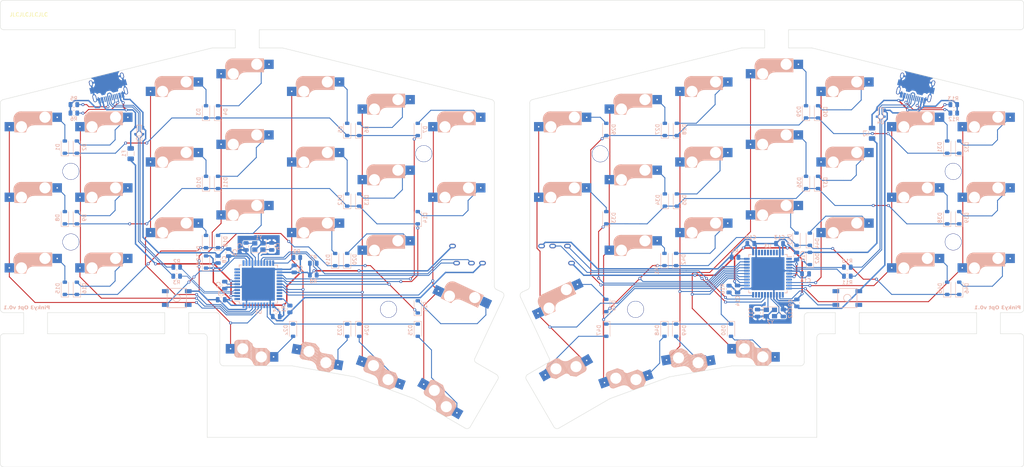
<source format=kicad_pcb>
(kicad_pcb (version 20221018) (generator pcbnew)
  (layers (0 "F.Cu" signal) (31 "B.Cu" signal) (34 "B.Paste" user) (35 "F.Paste" user) (36 "B.SilkS" user "B.Silkscreen") (37 "F.SilkS" user "F.Silkscreen") (38 "B.Mask" user) (39 "F.Mask" user) (44 "Edge.Cuts" user))
  (net 0 "")
  (net 1 "Net-(U1-UCAP)")
  (net 2 "GND")
  (net 3 "+5V")
  (net 4 "Net-(U1-XTAL1)")
  (net 5 "Net-(U1-XTAL2)")
  (net 6 "Net-(D1-A)")
  (net 7 "Net-(D2-A)")
  (net 8 "Net-(D3-A)")
  (net 9 "Net-(D4-A)")
  (net 10 "Net-(D5-A)")
  (net 11 "Net-(D6-A)")
  (net 12 "Net-(D7-A)")
  (net 13 "Net-(D8-A)")
  (net 14 "Net-(D9-A)")
  (net 15 "Net-(D10-A)")
  (net 16 "Net-(D11-A)")
  (net 17 "Net-(D12-A)")
  (net 18 "Net-(D13-A)")
  (net 19 "Net-(D14-A)")
  (net 20 "Net-(D15-A)")
  (net 21 "Net-(D16-A)")
  (net 22 "Net-(D17-A)")
  (net 23 "Net-(D18-A)")
  (net 24 "Net-(D19-A)")
  (net 25 "Net-(D20-A)")
  (net 26 "Net-(D21-A)")
  (net 27 "Net-(D22-A)")
  (net 28 "Net-(D23-A)")
  (net 29 "Net-(D24-A)")
  (net 30 "Net-(D25-A)")
  (net 31 "Net-(U1-~{HWB}{slash}PE2)")
  (net 32 "Net-(U2-IO1)")
  (net 33 "Net-(U2-IO2)")
  (net 34 "Net-(J1-CC1)")
  (net 35 "Net-(J1-CC2)")
  (net 36 "Net-(U1-~{RESET})")
  (net 51 "VBUS")
  (net 52 "VCC")
  (net 53 "/ROW0_L")
  (net 54 "/ROW1_L")
  (net 55 "/ROW2_L")
  (net 56 "/ROW3_L")
  (net 57 "/COL0_L")
  (net 58 "/COL1_L")
  (net 59 "/COL2_L")
  (net 60 "/COL3_L")
  (net 61 "/COL4_L")
  (net 62 "/COL5_L")
  (net 63 "/COL6_L")
  (net 64 "/HDETECT_L")
  (net 65 "GNDA")
  (net 66 "Net-(U3-XTAL1)")
  (net 67 "Net-(U3-XTAL2)")
  (net 68 "VDC")
  (net 69 "Net-(U3-UCAP)")
  (net 70 "/SCL_L")
  (net 71 "/SDA_L")
  (net 72 "/D+_L")
  (net 73 "/D-_L")
  (net 74 "Net-(U3-~{HWB}{slash}PE2)")
  (net 75 "Net-(U3-~{RESET})")
  (net 83 "+5VA")
  (net 84 "/ROW0_R")
  (net 85 "Net-(D28-A)")
  (net 86 "/ROW1_R")
  (net 87 "Net-(D29-A)")
  (net 88 "/ROW2_R")
  (net 89 "Net-(D30-A)")
  (net 90 "Net-(D31-A)")
  (net 91 "Net-(D32-A)")
  (net 92 "Net-(D33-A)")
  (net 93 "Net-(D34-A)")
  (net 94 "Net-(D35-A)")
  (net 95 "Net-(D36-A)")
  (net 96 "Net-(D37-A)")
  (net 97 "Net-(D38-A)")
  (net 98 "Net-(D39-A)")
  (net 99 "/ROW3_R")
  (net 100 "Net-(D40-A)")
  (net 101 "Net-(D41-A)")
  (net 102 "Net-(D42-A)")
  (net 103 "Net-(D43-A)")
  (net 104 "Net-(D44-A)")
  (net 105 "Net-(D45-A)")
  (net 106 "Net-(D46-A)")
  (net 107 "Net-(D47-A)")
  (net 108 "Net-(D48-A)")
  (net 109 "Net-(D49-A)")
  (net 110 "Net-(D50-A)")
  (net 111 "VDD")
  (net 112 "Net-(J3-CC1)")
  (net 113 "Net-(U4-IO1)")
  (net 114 "Net-(U4-IO2)")
  (net 116 "Net-(J3-CC2)")
  (net 118 "/SCL_R")
  (net 119 "/SDA_R")
  (net 120 "/COL0_R")
  (net 121 "/COL1_R")
  (net 122 "/COL2_R")
  (net 123 "/COL3_R")
  (net 124 "/COL4_R")
  (net 125 "/COL5_R")
  (net 126 "/COL6_R")
  (net 127 "/D-_R")
  (net 128 "/D+_R")
  (net 129 "/HDETECT_R")
  (net 135 "Net-(D26-A)")
  (net 136 "Net-(D27-A)")
  (footprint "kbd:CherryMX_Hotswap" (layer "F.Cu") (at 200.025 100.0125)
    (fp_text reference "MX41")
    (fp_text value "MX-NoLED" hide)
  )
  (footprint "kbd:ChocV1_V2_Hotswap" (layer "F.Cu") (at 99.021 120.36425)
    (fp_text reference "MX22")
    (fp_text value "MX-NoLED" hide)
  )
  (footprint "kbd_Hole:m2_Spacer_Hole" (layer "F.Cu") (at 142.875 71.43125)
    (fp_text reference "Ref**")
    (fp_text value "Val**")
  )
  (footprint "kbd:CherryMX_Hotswap" (layer "F.Cu") (at 219.075 95.25)
    (fp_text reference "MX42")
    (fp_text value "MX-NoLED" hide)
  )
  (footprint "kbd:CherryMX_Hotswap" (layer "F.Cu") (at 219.075 57.15)
    (fp_text reference "MX28")
    (fp_text value "MX-NoLED" hide)
  )
  (footprint "kbd:ChocV1_V2_Hotswap" (layer "F.Cu") (at 135.255 126.84125 -20)
    (fp_text reference "MX24")
    (fp_text value "MX-NoLED" hide)
  )
  (footprint "kbd:CherryMX_Hotswap" (layer "F.Cu") (at 219.075 76.2)
    (fp_text reference "MX35")
    (fp_text value "MX-NoLED" hide)
  )
  (footprint "kbd:ChocV1_V2_Hotswap" (layer "F.Cu") (at 151.892 134.58825 -30)
    (fp_text reference "MX25")
    (fp_text value "MX-NoLED" hide)
  )
  (footprint "kbd:CherryMX_Hotswap" (layer "F.Cu") (at 257.175 95.25)
    (fp_text reference "MX44")
    (fp_text value "MX-NoLED" hide)
  )
  (footprint "kbd_Hole:m2_Spacer_Hole" (layer "F.Cu") (at 285.75 95.25)
    (fp_text reference "Ref**")
    (fp_text value "Val**")
  )
  (footprint "kbd:CherryMX_Hotswap" (layer "F.Cu") (at 95.25 90.4875)
    (fp_text reference "MX18")
    (fp_text value "MX-NoLED" hide)
  )
  (footprint "kbd:CherryMX_Hotswap" (layer "F.Cu") (at 200.025 80.9625)
    (fp_text reference "MX34")
    (fp_text value "MX-NoLED" hide)
  )
  (footprint "kbd:CherryMX_Hotswap" (layer "F.Cu") (at 57.15 85.725)
    (fp_text reference "MX9")
    (fp_text value "MX-NoLED" hide)
  )
  (footprint "random-keyboard-parts:breakaway-mousebites" (layer "F.Cu") (at 257.175 114.316233 180)
    (fp_text reference "REF**")
    (fp_text value "breakaway-mousebites")
  )
  (footprint "kbd:CherryMX_Hotswap" (layer "F.Cu") (at 257.175 76.2)
    (fp_text reference "MX37")
    (fp_text value "MX-NoLED" hide)
  )
  (footprint "kbd:CherryMX_Hotswap" (layer "F.Cu") (at 180.975 85.725)
    (fp_text reference "MX33")
    (fp_text value "MX-NoLED" hide)
  )
  (footprint "kbd:ChocV1_V2_Hotswap" (layer "F.Cu") (at 234.354 120.36425)
    (fp_text reference "MX50")
    (fp_text value "MX-NoLED" hide)
  )
  (footprint "kbd_Hole:m2_Spacer_Hole" (layer "F.Cu") (at 190.5 71.46925)
    (fp_text reference "Ref**")
    (fp_text value "Val**")
  )
  (footprint "kbd_Hole:m2_Spacer_Hole" (layer "F.Cu") (at 47.625 95.25)
    (fp_text reference "Ref**")
    (fp_text value "Val**")
  )
  (footprint "kbd:CherryMX_Hotswap" (layer "F.Cu") (at 114.3 76.2)
    (fp_text reference "MX12")
    (fp_text value "MX-NoLED" hide)
  )
  (footprint "kbd:CherryMX_Hotswap" (layer "F.Cu") (at 76.2 76.2)
    (fp_text reference "MX10")
    (fp_text value "MX-NoLED" hide)
  )
  (footprint "kbd:CherryMX_Hotswap" (layer "F.Cu") (at 57.15 66.675)
    (fp_text reference "MX2")
    (fp_text value "MX-NoLED" hide)
  )
  (footprint "kbd:CherryMX_Hotswap" (layer "F.Cu") (at 38.1 85.725)
    (fp_text reference "MX8")
    (fp_text value "MX-NoLED" hide)
  )
  (footprint "random-keyboard-parts:breakaway-mousebites" (layer "F.Cu") (at 95.25 42.89425)
    (fp_text reference "REF**")
    (fp_text value "breakaway-mousebites")
  )
  (footprint "random-keyboard-parts:breakaway-mousebites" (layer "F.Cu") (at 38.1 114.316233 180)
    (fp_text reference "REF**")
    (fp_text value "breakaway-mousebites")
  )
  (footprint "kbd:CherryMX_Hotswap" (layer "F.Cu") (at 95.25 71.4375)
    (fp_text reference "MX11")
    (fp_text value "MX-NoLED" hide)
  )
  (footprint "random-keyboard-parts:breakaway-mousebites" (layer "F.Cu") (at 295.275 114.316233 180)
    (fp_text reference "REF**")
    (fp_text value "breakaway-mousebites")
  )
  (footprint "kbd:CherryMX_Hotswap" (layer "F.Cu") (at 133.35 80.9625)
    (fp_text reference "MX13")
    (fp_text value "MX-NoLED" hide)
  )
  (footprint "kbd:CherryMX_Hotswap" (layer "F.Cu") (at 76.2 57.15)
    (fp_text reference "MX3")
    (fp_text value "MX-NoLED" hide)
  )
  (footprint "random-keyboard-parts:breakaway-mousebites" (layer "F.Cu") (at 238.0742 42.89425)
    (fp_text reference "REF**")
    (fp_text value "breakaway-mousebites")
  )
  (footprint "kbd:CherryMX_Hotswap" (layer "F.Cu") (at 38.1 66.675)
    (fp_text reference "MX1")
    (fp_text value "MX-NoLED" hide)
  )
  (footprint "random-keyboard-parts:PJ-3200B-4A-Assembly" (layer "F.Cu") (at 171.45 98.64725)
    (fp_text reference "J4" hide)
    (fp_text value "Conn_01x04")
  )
  (footprint "kbd:ChocV1_V2_Hotswap" (layer "F.Cu") (at 117.475 122.01525 -10)
    (fp_text reference "MX23")
    (fp_text value "MX-NoLED" hide)
  )
  (footprint "kbd_Hole:m2_Spacer_Hole" (layer "F.Cu") (at 133.35 113.43125)
    (fp_text reference "Ref**")
    (fp_text value "Val**")
  )
  (footprint "kbd_Hole:m2_Spacer_Hole" (layer "F.Cu") (at 200.025 113.43125)
    (fp_text reference "Ref**")
    (fp_text value "Val**")
  )
  (footprint "kbd:ChocV1_V2_Hotswap" (layer "F.Cu") (at 215.9 122.01525 10)
    (fp_text reference "MX49")
    (fp_text value "MX-NoLED" hide)
  )
  (footprint "random-keyboard-parts:PJ-3200B-4A-Assembly" (layer "F.Cu") (at 161.925 98.64725 180)
    (fp_text reference "J2")
    (fp_text value "Conn_01x04")
  )
  (footprint "kbd:CherryMX_Hotswap" (layer "F.Cu") (at 238.125 52.3875)
    (fp_text reference "MX29")
    (fp_text value "MX-NoLED" hide)
  )
  (footprint "kbd:CherryMX_Hotswap" (layer "F.Cu") (at 238.125 90.4875)
    (fp_text reference "MX43")
    (fp_text value "MX-NoLED" hide)
  )
  (footprint "kbd:CherryMX_Hotswap" (layer "F.Cu") (at 238.125 71.4375)
    (fp_text reference "MX36")
    (fp_text value "MX-NoLED" hide)
  )
  (footprint "kbd:CherryMX_Hotswap" (layer "F.Cu") (at 114.3 95.25)
    (fp_text reference "MX19")
    (fp_text value "MX-NoLED" hide)
  )
  (footprint "kbd:CherryMX_Hotswap" (layer "F.Cu") (at 133.35 61.9125)
    (fp_text reference "MX6")
    (fp_text value "MX-NoLED" hide)
  )
  (footprint "kbd:CherryMX_Hotswap" (layer "F.Cu") (at 152.4 66.675)
    (fp_text reference "MX7")
    (fp_text value "MX-NoLED" hide)
  )
  (footprint "kbd:CherryMX_Hotswap" (layer "F.Cu") (at 114.3 57.15)
    (fp_text reference "MX5")
    (fp_text value "MX-NoLED" hide)
  )
  (footprint "kbd:CherryMX_Hotswap" (layer "F.Cu") (at 276.225 85.725)
    (fp_text reference "MX38")
    (fp_text value "MX-NoLED" hide)
  )
  (footprint "kbd:CherryMX_Hotswap" (layer "F.Cu") (at 152.179418 113.785053 -25)
    (fp_text reference "MX21")
    (fp_text value "MX-NoLED" hide)
  )
  (footprint "kbd:CherryMX_Hotswap" (layer "F.Cu") (at 181.195582 113.785053 25)
    (fp_text reference "MX40")
    (fp_text value "MX-NoLED" hide)
  )
  (footprint "kbd:CherryMX_Hotswap" (layer "F.Cu") (at 257.175 57.15)
    (fp_text reference "MX30")
    (fp_text value "MX-NoLED" hide)
  )
  (footprint "random-keyboard-parts:breakaway-mousebites" (layer "F.Cu") (at 76.2 114.316233 180)
    (fp_text reference "REF**")
    (fp_text value "breakaway-mousebites")
  )
  (footprint "kbd:CherryMX_Hotswap" (layer "F.Cu") (at 295.275 66.675)
    (fp_text reference "MX32")
    (fp_text value "MX-NoLED" hide)
  )
  (footprint "kbd:CherryMX_Hotswap" (layer "F.Cu") (at 180.975 66.675)
    (fp_text reference "MX26")
    (fp_text value "MX-NoLED" hide)
  )
  (footprint "kbd_Hole:m2_Spacer_Hole" (layer "F.Cu") (at 47.625 76.20625)
    (fp_text reference "Ref**")
    (fp_text value "Val**")
  )
  (footprint "kbd_Hole:m2_Spacer_Hole" (layer "F.Cu") (at 285.75 76.20625)
    (fp_text reference "Ref**")
    (fp_text value "Val**")
  )
  (footprint "kbd:CherryMX_Hotswap" (layer "F.Cu") (at 295.275 104.775)
    (fp_text reference "MX46")
    (fp_text value "MX-NoLED" hide)
  )
  (footprint "kbd:CherryMX_Hotswap" (layer "F.Cu") (at 152.4 85.725)
    (fp_text reference "MX14")
    (fp_text value "MX-NoLED" hide)
  )
  (footprint "kbd:CherryMX_Hotswap" (layer "F.Cu") (at 276.225 104.775)
    (fp_text reference "MX45")
    (fp_text value "MX-NoLED" hide)
  )
  (footprint "kbd:CherryMX_Hotswap" (layer "F.Cu") (at 133.35 100.0125)
    (fp_text reference "MX20")
    (fp_text value "MX-NoLED" hide)
  )
  (footprint "kbd:CherryMX_Hotswap" (layer "F.Cu") (at 76.2 95.25)
    (fp_text reference "MX17")
    (fp_text value "MX-NoLED" hide)
  )
  (footprint "kbd:ChocV1_V2_Hotswap" (layer "F.Cu") (at 198.12 126.84125 20)
    (fp_text reference "MX48")
    (fp_text value "MX-NoLED" hide)
  )
  (footprint "kbd:CherryMX_Hotswap" (layer "F.Cu") (at 95.25 52.3875)
    (fp_text reference "MX4")
    (fp_text value "MX-NoLED" hide)
  )
  (footprint "kbd:CherryMX_Hotswap" (layer "F.Cu") (at 295.275 85.725)
    (fp_text reference "MX39")
    (fp_text value "MX-NoLED" hide)
  )
  (footprint "kbd:CherryMX_Hotswap" (layer "F.Cu") (at 200.025 61.9125)
    (fp_text reference "MX27")
    (fp_text value "MX-NoLED" hide)
  )
  (footprint "kbd:CherryMX_Hotswap" (layer "F.Cu") (at 57.15 104.775)
    (fp_text reference "MX16")
    (fp_text value "MX-NoLED" hide)
  )
  (footprint "kbd:CherryMX_Hotswap" (layer "F.Cu") (at 276.225 66.675)
    (fp_text reference "MX31")
    (fp_text value "MX-NoLED" hide)
  )
  (footprint "kbd:CherryMX_Hotswap" (layer "F.Cu") (at 38.1 104.775)
    (fp_text reference "MX15")
    (fp_text value "MX-NoLED" hide)
  )
  (footprint "kbd:ChocV1_V2_Hotswap" (layer "F.Cu") (at 181.483 134.58825 -150)
    (fp_text reference "MX47")
    (fp_text value "MX-NoLED" hide)
  )
  (footprint "Diode_SMD:D_SOD-123" (layer "B.Cu") (at 284.125 88.70625 90)
    (fp_text reference "D38")
    (fp_text value "D")
  )
  (footprint "Diode_SMD:D_SOD-123" (layer "B.Cu") (at 125.45 83.93125 90)
    (fp_text reference "D13")
    (fp_text value "D")
  )
  (footprint "Connector_USB:USB_C_Receptacle_HRO_TYPE-C-31-M-12" (layer "B.Cu") (at 275.885476 52.412885 -14)
    (fp_text reference "J3")
    (fp_text value "USB_C_Receptacle_USB2.0")
  )
  (footprint "Resistor_SMD:R_0805_2012Metric" (layer "B.Cu") (at 106.734 113.32725 -90)
    (fp_text reference "R1")
    (fp_text value "10kΩ")
  )
  (footprint "Diode_SMD:D_SOD-123" (layer "B.Cu") (at 84.1 79.18125 90)
    (fp_text reference "D10")
    (fp_text value "D")
  )
  (footprint "Diode_SMD:D_SOD-123" (layer "B.Cu") (at 141.25 112.75625 90)
    (fp_text reference "D21")
    (fp_text value "D")
  )
  (footprint "Diode_SMD:D_SOD-123" (layer "B.Cu") (at 243.45 94.50625 90)
    (fp_text reference "D43")
    (fp_text value "D")
  )
  (footprint "Diode_SMD:D_SOD-123" (layer "B.Cu") (at 122.2 99.98125 90)
    (fp_text reference "D20")
    (fp_text value "D")
  )
  (footprint "Resistor_SMD:R_0805_2012Metric" (layer "B.Cu") (at 226.8625 99.38125 180)
    (fp_text reference "R4")
    (fp_text value "10kΩ")
  )
  (footprint "Capacitor_SMD:C_0805_2012Metric" (layer "B.Cu") (at 103.051 115.38275 180)
    (fp_text reference "C4")
    (fp_text value "0.1uF")
  )
  (footprint "Capacitor_SMD:C_0805_2012Metric" (layer "B.Cu") (at 88.2 110.83125 180)
    (fp_text reference "C3")
    (fp_text value "0.1uF")
  )
  (footprint "Crystal:Crystal_SMD_3225-4Pin_3.2x2.5mm" (layer "B.Cu") (at 236.425 114.43125)
    (fp_text reference "Y2")
    (fp_text value "16MHz")
  )
  (footprint "Diode_SMD:D_SOD-123" (layer "B.Cu") (at 46 88.70625 90)
    (fp_text reference "D8")
    (fp_text value "D")
  )
  (footprint "Diode_SMD:D_SOD-123" (layer "B.Cu") (at 246.025 60.13125 90)
    (fp_text reference "D29")
    (fp_text value "D")
  )
  (footprint "Diode_SMD:D_SOD-123" (layer "B.Cu") (at 141.25 64.88125 90)
    (fp_text reference "D7")
    (fp_text value "D")
  )
  (footprint "Resistor_SMD:R_0805_2012Metric" (layer "B.Cu") (at 108.6 99.43125)
    (fp_text reference "R9")
    (fp_text value "10kΩ")
  )
  (footprint "Diode_SMD:D_SOD-123" (layer "B.Cu") (at 210.975 119.05625 -90)
    (fp_text reference "D49")
    (fp_text value "D")
  )
  (footprint "Diode_SMD:D_SOD-123" (layer "B.Cu") (at 46 69.65625 90)
    (fp_text reference "D1")
    (fp_text value "D")
  )
  (footprint "Fuse:Fuse_1206_3216Metric" (layer "B.Cu") (at 263.85 65.93125 -90)
    (fp_text reference "F2")
    (fp_text value "500mA")
  )
  (footprint "Resistor_SMD:R_0805_2012Metric" (layer "B.Cu") (at 285.9 58.18125)
    (fp_text reference "R13")
    (fp_text value "5.1kΩ")
  )
  (footprint "Capacitor_SMD:C_0805_2012Metric" (layer "B.Cu") (at 243.475 99.05625 90)
    (fp_text reference "C15")
    (fp_text value "10uF")
  )
  (footprint "Resistor_SMD:R_0805_2012Metric" (layer "B.Cu") (at 113.048 104.181)
    (fp_text reference "R8")
    (fp_text value "4.7kΩ")
  )
  (footprint "Diode_SMD:D_SOD-123" (layer "B.Cu") (at 107.6 119.05625 -90)
    (fp_text reference "D22")
    (fp_text value "D")
  )
  (footprint "Diode_SMD:D_SOD-123" (layer "B.Cu") (at 84.1 95.13125 90)
    (fp_text reference "D17")
    (fp_text value "D")
  )
  (footprint "Diode_SMD:D_SOD-123" (layer "B.Cu") (at 49.25 88.70625 90)
    (fp_text reference "D9")
    (fp_text value "D")
  )
  (footprint "Package_QFP:TQFP-44_10x10mm_P0.8mm" (layer "B.Cu") (at 235.75 103.80625 180)
    (fp_text reference "U3")
    (fp_text value "ATmega32U4-A")
  )
  (footprint "Diode_SMD:D_SOD-123" (layer "B.Cu") (at 87.35 95.13125 90)
    (fp_text reference "D18")
    (fp_text value "D")
  )
  (footprint "random-keyboard-parts:SKQGADE010" (layer "B.Cu") (at 76.2 110.38125)
    (fp_text reference "SW1" hide)
    (fp_text value "Reset")
  )
  (footprint "Diode_SMD:D_SOD-123" (layer "B.Cu") (at 87.35 79.18125 90)
    (fp_text reference "D11")
    (fp_text value "D")
  )
  (footprint "random-keyboard-parts:SOT143B" (layer "B.Cu") (at 266.2 60.48125 180)
    (fp_text reference "U4")
    (fp_text value "PRTR5V0U2X")
  )
  (footprint "Fuse:Fuse_1206_3216Metric" (layer "B.Cu") (at 63.775 71.40625 -90)
    (fp_text reference "F1")
    (fp_text value "500mA")
  )
  (footprint "Resistor_SMD:R_0805_2012Metric" (layer "B.Cu") (at 225.25 107.95625 90)
    (fp_text reference "R16")
    (fp_text value "10kΩ")
  )
  (footprint "Capacitor_SMD:C_0805_2012Metric" (layer "B.Cu") (at 232.95 114.43125 90)
    (fp_text reference "C11")
    (fp_text value "22pF")
  )
  (footprint "Resistor_SMD:R_0805_2012Metric" (layer "B.Cu") (at 76.1765 104.48925)
    (fp_text reference "R3")
    (fp_text value "22Ω")
  )
  (footprint "Diode_SMD:D_SOD-123" (layer "B.Cu") (at 84.1 60.13125 90)
    (fp_text reference "D3")
    (fp_text value "D")
  )
  (footprint "Capacitor_SMD:C_0805_2012Metric" (layer "B.Cu") (at 87.35 99.98125 90)
    (fp_text reference "C8")
    (fp_text value "10uF")
  )
  (footprint "Diode_SMD:D_SOD-123" (layer "B.Cu") (at 247.05 94.50625 90)
    (fp_text reference "D44")
    (fp_text value "D")
  )
  (footprint "Diode_SMD:D_SOD-123" (layer "B.Cu") (at 192.125 88.70625 90)
    (fp_text reference "D33")
    (fp_text value "D")
  )
  (footprint "Diode_SMD:D_SOD-123" (layer "B.Cu") (at 46 107.75625 90)
    (fp_text reference "D15")
    (fp_text value "D")
  )
  (footprint "Diode_SMD:D_SOD-123" (layer "B.Cu") (at 141.25 88.70625 90)
    (fp_text reference "D14")
    (fp_text value "D")
  )
  (footprint "Diode_SMD:D_SOD-123" (layer "B.Cu") (at 192.125 64.88125 90)
    (fp_text reference "D26")
    (fp_text value "D")
  )
  (footprint "Resistor_SMD:R_0805_2012Metric" (layer "B.Cu") (at 285.9 60.46725)
    (fp_text reference "R12")
    (fp_text value "5.1kΩ")
  )
  (footprint "Diode_SMD:D_SOD-123" (layer "B.Cu") (at 192.125 119.05625 -90)
    (fp_text reference "D47")
    (fp_text value "D")
  )
  (footprint "Diode_SMD:D_SOD-123" (layer "B.Cu") (at 125.45 119.05625 -90)
    (fp_text reference "D24")
    (fp_text value "D")
  )
  (footprint "Diode_SMD:D_SOD-123" (layer "B.Cu") (at 225.775 119.05625 -90)
    (fp_text reference "D50")
    (fp_text value "D")
  )
  (footprint "Capacitor_SMD:C_0805_2012Metric" (layer "B.Cu") (at 245.9 103.85625 180)
    (fp_text reference "C16")
    (fp_text value "1uF")
  )
  (footprint "random-keyboard-parts:SOT143B" (layer "B.Cu") (at 66.066 65.18525 180)
    (fp_text reference "U2")
    (fp_text value "PRTR5V0U2X")
  )
  (footprint "Diode_SMD:D_SOD-123" (layer "B.Cu") (at 122.2 64.88125 90)
    (fp_text reference "D5")
    (fp_text value "D")
  )
  (footprint "Diode_SMD:D_SOD-123" (layer "B.Cu") (at 287.375 69.65625 90)
    (fp_text reference "D32")
    (fp_text value "D")
  )
  (footprint "Capacitor_SMD:C_0805_2012Metric" (layer "B.Cu") (at 94.875 96.45625 90)
    (fp_text reference "C7")
    (fp_text value "22pF")
  )
  (footprint "Diode_SMD:D_SOD-123" (layer "B.Cu") (at 118.95 100.00625 90)
    (fp_text reference "D19")
    (fp_text value "D")
  )
  (footprint "Resistor_SMD:R_0805_2012Metric" (layer "B.Cu") (at 48.436 58.18125 180)
    (fp_text reference "R5")
    (fp_text value "5.1kΩ")
  )
  (footprint "Diode_SMD:D_SOD-123" (layer "B.Cu") (at 284.125 69.65625 90)
    (fp_text reference "D31")
    (fp_text value "D")
  )
  (footprint "Package_QFP:TQFP-44_10x10mm_P0.8mm" (layer "B.Cu") (at 98.225 106.64475)
    (fp_text reference "U1")
    (fp_text value "ATmega32U4-A")
  )
  (footprint "random-keyboard-parts:SKQGADE010" (layer "B.Cu") (at 257.175 110.38125)
    (fp_text reference "SW2" hide)
    (fp_text value "Reset")
  )
  (footprint "Capacitor_SMD:C_0805_2012Metric" (layer "B.Cu") (at 227.55 107.95625 -90)
    (fp_text reference "C14")
    (fp_text value "0.1uF")
  )
  (footprint "Capacitor_SMD:C_0805_2012Metric" (layer "B.Cu") (at 239.9 114.43125 -90)
    (fp_text reference "C12")
    (fp_text value "22pF")
  )
  (footprint "Capacitor_SMD:C_0805_2012Metric" (layer "B.Cu") (at 231.125 95.68125)
    (fp_text reference "C10")
    (fp_text value "0.1uF")
  )
  (footprint "Capacitor_SMD:C_0805_2012Metric" (layer "B.Cu") (at 89.15 106.90625 -90)
    (fp_text reference "C1")
    (fp_text value "1uF")
  )
  (footprint "Diode_SMD:D_SOD-123" (layer "B.Cu") (at 249.275 60.13125 90)
    (fp_text reference "D30")
    (fp_text value "D")
  )
  (footprint "Diode_SMD:D_SOD-123" (layer "B.Cu") (at 125.45 64.88125 90)
    (fp_text reference "D6")
    (fp_text value "D")
  )
  (footprint "Diode_SMD:D_SOD-123" (layer "B.Cu") (at 141.25 119.05625 -90)
    (fp_text reference "D25")
    (fp_text value "D")
  )
  (footprint "Diode_SMD:D_SOD-123" (layer "B.Cu") (at 287.375 88.70625 90)
    (fp_text reference "D39")
    (fp_text value "D")
  )
  (footprint "Diode_SMD:D_SOD-123" (layer "B.Cu") (at 84.1 100.65625 90)
    (fp_text reference "D61")
    (fp_text value "D_Schottky")
  )
  (footprint "Resistor_SMD:R_0805_2012Metric" (layer "B.Cu") (at 257.175 102.05275 180)
    (fp_text reference "R10")
    (fp_text value "22Ω")
  )
  (footprint "Diode_SMD:D_SOD-123" (layer "B.Cu") (at 247.075 99.70625 90)
    (fp_text reference "D62")
    (fp_text value "D_Schottky")
  )
  (footprint "Resistor_SMD:R_0805_2012Metric" (layer "B.Cu") (at 113.048 101)
    (fp_text reference "R7")
    (fp_text value "4.7kΩ")
  )
  (footprint "Resistor_SMD:R_0805_2012Metric" (layer "B.Cu") (at 257.175 104.48925 180)
    (fp_text reference "R11")
    (fp_text value "22Ω")
  )
  (footprint "Diode_SMD:D_SOD-123" (layer "B.Cu") (at 122.2 83.93125 90)
    (fp_text reference "D12")
    (fp_text value "D")
  )
  (footprint "Capacitor_SMD:C_0805_2012Metric" (layer "B.Cu") (at 107.9 102.51875 90)
    (fp_text reference "C2")
    (fp_text value "0.1uF")
  )
  (footprint "Capacitor_SMD:C_0805_2012Metric" (layer "B.Cu") (at 238.875 95.68125 180)
    (fp_text reference "C13")
    (fp_text value "0.1uF")
  )
  (footprint "Diode_SMD:D_SOD-123" (layer "B.Cu") (at 210.975 99.98125 90)
    (fp_text reference "D42")
    (fp_text value "D")
  )
  (footprint "Diode_SMD:D_SOD-123" (layer "B.Cu") (at 122.2 119.05625 -90)
    (fp_text reference "D23")
    (fp_text value "D")
  )
  (footprint "Capacitor_SMD:C_0805_2012Metric" (layer "B.Cu") (at 101.825 96.45625 -90)
    (fp_text reference "C6")
    (fp_text value "22pF")
  )
  (footprint "Diode_SMD:D_SOD-123" (layer "B.Cu") (at 246.025 79.18125 90)
    (fp_text reference "D36")
    (fp_text value "D")
  )
  (footprint "Capacitor_SMD:C_0805_2012Metric" (layer "B.Cu") (at 90.224 98.11075 90)
    (fp_text reference "C5")
    (fp_text value "0.1uF")
  )
  (footprint "Diode_SMD:D_SOD-123" (layer "B.Cu") (at 192.125 112.40625 90)
    (fp_text reference "D40")
    (fp_text value "D")
  )
  (footprint "Diode_SMD:D_SOD-123" (layer "B.Cu") (at 49.25 107.75625 90)
    (fp_text reference "D16")
    (fp_text value "D")
  )
  (footprint "Diode_SMD:D_SOD-123" (layer "B.Cu") (at 284.125 107.75625 90)
    (fp_text reference "D45")
    (fp_text value "D")
  )
  (footprint "Diode_SMD:D_SOD-123" (layer "B.Cu") (at 207.825 119.05625 -90)
    (fp_text reference "D48")
    (fp_text value "D")
  )
  (footprint "Crystal:Crystal_SMD_3225-4Pin_3.2x2.5mm" (layer "B.Cu") (at 98.352 96.45975 180)
    (fp_text reference "Y1")
    (fp_text value "16MHz")
  )
  (footprint "Diode_SMD:D_SOD-123" (layer "B.Cu") (at 49.25 69.65625 90)
    (fp_text reference "D2")
    (fp_text value "D")
  )
  (footprint "Resistor_SMD:R_0805_2012Metric" (layer "B.Cu") (at 76.2 102.05275)
    (fp_text reference "R2")
    (fp_text value "22Ω")
  )
  (footprint "Capacitor_SMD:C_0805_2012Metric" (layer "B.Cu") (at 243.55 111.70625 -90)
    (fp_text reference "C9")
    (fp_text value "0.1uF")
  )
  (footprint "Resistor_SMD:R_0805_2012Metric" (layer "B.Cu") (at 48.436 60.46725 180)
    (fp_text reference "R6")
    (fp_text value "5.1kΩ")
  )
  (footprint "Diode_SMD:D_SOD-123" (layer "B.Cu") (at 211.175 83.93125 90)
    (fp_text reference "D35")
    (fp_text value "D")
  )
  (footprint "Diode_SMD:D_SOD-123" (layer "B.Cu") (at 207.925 64.88125 90)
    (fp_text reference "D27")
    (fp_text value "D")
  )
  (footprint "Connector_USB:USB_C_Receptacle_HRO_TYPE-C-31-M-12" (layer "B.Cu") (at 57.489524 52.412885 14)
    (fp_text reference "J1")
    (fp_text value "USB_C_Receptacle_USB2.0")
  )
  (footprint "Diode_SMD:D_SOD-123" (layer "B.Cu") (at 207.825 99.98125 90)
    (fp_text reference "D41")
    (fp_text value "D")
  )
  (footprint "Diode_SMD:D_SOD-123" (layer "B.Cu") (at 207.925 83.93125 90)
    (fp_text reference "D34")
    (fp_text value "D")
  )
  (footprint "Diode_SMD:D_SOD-123" (layer "B.Cu") (at 287.375 107.75625 90)
    (fp_text reference "D46")
    (fp_text value "D")
  )
  (footprint "Diode_SMD:D_SOD-123" (layer "B.Cu") (at 211.175 64.88125 90)
    (fp_text reference "D28")
    (fp_text value "D")
  )
  (footprint "Diode_SMD:D_SOD-123" (layer "B.Cu") (at 87.35 60.13125 90)
    (fp_text reference "D4")
    (fp_text value "D")
  )
  (footprint "Diode_SMD:D_SOD-123" (layer "B.Cu") (at 249.275 79.18125 90)
    (fp_text reference "D37")
    (fp_text value "D")
  )
  (gr_line (start 29.322857 56.833855) (end 85.725 42.89425) (stroke (width 0.1)) (layer "Edge.Cuts"))
  (gr_line (start 253.9492 120) (end 249.962951 120) (stroke (width 0.1)) (layer "Edge.Cuts"))
  (gr_line (start 79.4258 120) (end 83.435403 120) (stroke (width 0.1)) (layer "Edge.Cuts"))
  (gr_arc (start 304.809983 113.306249) (mid 304.514166 114.020416) (end 303.799999 114.316233) (stroke (width 0.1)) (layer "Edge.Cuts"))
  (gr_line (start 107.375 128.691681) (end 88.845281 128.691681) (stroke (width 0.1)) (layer "Edge.Cuts"))
  (gr_line (start 153.975 145.45625) (end 140.275 137.53125) (stroke (width 0.1)) (layer "Edge.Cuts"))
  (gr_line (start 298.5008 114.316233) (end 298.5008 120) (stroke (width 0.1)) (layer "Edge.Cuts"))
  (gr_line (start 179.4 145.45625) (end 193.1 137.53125) (stroke (width 0.1)) (layer "Edge.Cuts"))
  (gr_line (start 92.0242 42.89425) (end 85.725 42.89425) (stroke (width 0.1)) (layer "Edge.Cuts"))
  (gr_arc (start 162.506153 131.022722) (mid 162.940988 131.667247) (end 162.792697 132.43047) (stroke (width 0.1)) (layer "Edge.Cuts"))
  (gr_line (start 248.9492 121.005576) (end 248.9492 148) (stroke (width 0.1)) (layer "Edge.Cuts"))
  (gr_line (start 140.275 137.53125) (end 124.225 131.65625) (stroke (width 0.1)) (layer "Edge.Cuts"))
  (gr_arc (start 161.124548 56.801362) (mid 161.699451 57.148616) (end 161.925 57.78125) (stroke (width 0.1)) (layer "Edge.Cuts"))
  (gr_line (start 245.541763 127.687039) (end 245.541764 115.349476) (stroke (width 0.1)) (layer "Edge.Cuts"))
  (gr_line (start 29.57326 156) (end 303.79777 156) (stroke (width 0.1)) (layer "Edge.Cuts"))
  (gr_arc (start 83.435403 120) (mid 84.141587 120.298874) (end 84.4296 121.009558) (stroke (width 0.1)) (layer "Edge.Cuts"))
  (gr_line (start 260.4008 120) (end 292.0492 120) (stroke (width 0.1)) (layer "Edge.Cuts"))
  (gr_line (start 72.9742 114.316233) (end 72.9742 120) (stroke (width 0.1)) (layer "Edge.Cuts"))
  (gr_arc (start 179.4 145.45625) (mid 178.636783 145.604538) (end 177.992252 145.169705) (stroke (width 0.1)) (layer "Edge.Cuts"))
  (gr_line (start 176.358734 127.853374) (end 170.868846 131.022725) (stroke (width 0.1)) (layer "Edge.Cuts"))
  (gr_line (start 86.8 114.316233) (end 79.4258 114.316233) (stroke (width 0.1)) (layer "Edge.Cuts"))
  (gr_arc (start 28.565017 120.9802) (mid 28.859274 120.284129) (end 29.559541 120) (stroke (width 0.1)) (layer "Edge.Cuts"))
  (gr_arc (start 29.575001 114.316233) (mid 28.860834 114.020416) (end 28.565017 113.306249) (stroke (width 0.1)) (layer "Edge.Cuts"))
  (gr_arc (start 28.565017 57.834528) (mid 28.775003 57.206252) (end 29.322857 56.833855) (stroke (width 0.1)) (layer "Edge.Cuts"))
  (gr_line (start 253.9492 114.316233) (end 253.9492 120) (stroke (width 0.1)) (layer "Edge.Cuts"))
  (gr_line (start 79.4258 114.316233) (end 79.4258 120) (stroke (width 0.1)) (layer "Edge.Cuts"))
  (gr_line (start 303.799468 30) (end 29.574958 30) (stroke (width 0.1)) (layer "Edge.Cuts"))
  (gr_line (start 228.6 42.89425) (end 172.250452 56.801362) (stroke (width 0.1)) (layer "Edge.Cuts"))
  (gr_line (start 170.582302 132.430473) (end 177.992252 145.169705) (stroke (width 0.1)) (layer "Edge.Cuts"))
  (gr_line (start 304.809983 31.011748) (end 304.809983 36.97518) (stroke (width 0.1)) (layer "Edge.Cuts"))
  (gr_line (start 92.0242 42.89425) (end 92.0242 38) (stroke (width 0.1)) (layer "Edge.Cuts"))
  (gr_line (start 298.5008 114.316233) (end 303.799999 114.316233) (stroke (width 0.1)) (layer "Edge.Cuts"))
  (gr_arc (start 304.052143 56.833855) (mid 304.599997 57.206253) (end 304.809983 57.834528) (stroke (width 0.1)) (layer "Edge.Cuts"))
  (gr_arc (start 168.977959 110.159612) (mid 168.899927 109.381228) (end 169.395259 108.77574) (stroke (width 0.1)) (layer "Edge.Cuts"))
  (gr_arc (start 304.809983 155.021319) (mid 304.506567 155.720294) (end 303.79777 156) (stroke (width 0.1)) (layer "Edge.Cuts"))
  (gr_arc (start 245.541763 127.687039) (mid 245.241679 128.396811) (end 244.529719 128.691681) (stroke (width 0.1)) (layer "Edge.Cuts"))
  (gr_line (start 260.4008 114.316233) (end 260.4008 120) (stroke (width 0.1)) (layer "Edge.Cuts"))
  (gr_line (start 248.9492 148) (end 84.4296 148) (stroke (width 0.1)) (layer "Edge.Cuts"))
  (gr_line (start 29.575532 38) (end 92.0242 38) (stroke (width 0.1)) (layer "Edge.Cuts"))
  (gr_arc (start 28.565017 30.993833) (mid 28.864159 30.287752) (end 29.574958 30) (stroke (width 0.1)) (layer "Edge.Cuts"))
  (gr_line (start 228.6 42.89425) (end 234.8484 42.89425) (stroke (width 0.1)) (layer "Edge.Cuts"))
  (gr_arc (start 304.809983 36.97518) (mid 304.518328 37.696312) (end 303.80218 38) (stroke (width 0.1)) (layer "Edge.Cuts"))
  (gr_line (start 241.3 42.89425) (end 241.3 38) (stroke (width 0.1)) (layer "Edge.Cuts"))
  (gr_line (start 170.949554 108.058064) (end 169.395259 108.77574) (stroke (width 0.1)) (layer "Edge.Cuts"))
  (gr_arc (start 29.57326 156) (mid 28.859307 155.702235) (end 28.565017 154.986842) (stroke (width 0.1)) (layer "Edge.Cuts"))
  (gr_arc (start 248.9492 121.005576) (mid 249.247825 120.292845) (end 249.962951 120) (stroke (width 0.1)) (layer "Edge.Cuts"))
  (gr_line (start 84.4296 121.009558) (end 84.4296 148) (stroke (width 0.1)) (layer "Edge.Cuts"))
  (gr_arc (start 171.449999 107.163771) (mid 171.320629 107.678541) (end 170.949554 108.058064) (stroke (width 0.1)) (layer "Edge.Cuts"))
  (gr_line (start 193.1 137.53125) (end 209.15 131.65625) (stroke (width 0.1)) (layer "Edge.Cuts"))
  (gr_arc (start 170.582302 132.430473) (mid 170.433998 131.667246) (end 170.868846 131.022725) (stroke (width 0.1)) (layer "Edge.Cuts"))
  (gr_line (start 28.565017 154.986842) (end 28.565017 120.9802) (stroke (width 0.1)) (layer "Edge.Cuts"))
  (gr_arc (start 163.979741 108.77574) (mid 164.475038 109.38125) (end 164.397041 110.159612) (stroke (width 0.1)) (layer "Edge.Cuts"))
  (gr_line (start 104.775 42.89425) (end 161.124548 56.801362) (stroke (width 0.1)) (layer "Edge.Cuts"))
  (gr_line (start 304.809983 155.021319) (end 304.809983 121.009558) (stroke (width 0.1)) (layer "Edge.Cuts"))
  (gr_line (start 304.809983 113.306249) (end 304.809983 57.834528) (stroke (width 0.1)) (layer "Edge.Cuts"))
  (gr_line (start 246.575 114.316233) (end 253.9492 114.316233) (stroke (width 0.1)) (layer "Edge.Cuts"))
  (gr_line (start 104.775 42.89425) (end 98.4758 42.89425) (stroke (width 0.1)) (layer "Edge.Cuts"))
  (gr_arc (start 86.8 114.316233) (mid 87.530604 114.618864) (end 87.833236 115.349476) (stroke (width 0.1)) (layer "Edge.Cuts"))
  (gr_line (start 303.805803 120) (end 298.5008 120) (stroke (width 0.1)) (layer "Edge.Cuts"))
  (gr_line (start 164.397041 110.159612) (end 156.642241 126.69173) (stroke (width 0.1)) (layer "Edge.Cuts"))
  (gr_line (start 241.3 42.89425) (end 247.65 42.89425) (stroke (width 0.1)) (layer "Edge.Cuts"))
  (gr_line (start 226 128.691681) (end 244.529719 128.691681) (stroke (width 0.1)) (layer "Edge.Cuts"))
  (gr_line (start 209.15 131.65625) (end 226 128.691681) (stroke (width 0.1)) (layer "Edge.Cuts"))
  (gr_arc (start 176.732816 126.6917) (mid 176.783986 127.349238) (end 176.358734 127.853374) (stroke (width 0.1)) (layer "Edge.Cuts"))
  (gr_arc (start 157.016249 127.853355) (mid 156.591001 127.34925) (end 156.642241 126.69173) (stroke (width 0.1)) (layer "Edge.Cuts"))
  (gr_line (start 161.925 57.78125) (end 161.925 107.163771) (stroke (width 0.1)) (layer "Edge.Cuts"))
  (gr_line (start 292.0492 114.316233) (end 292.0492 120) (stroke (width 0.1)) (layer "Edge.Cuts"))
  (gr_line (start 87.833237 127.687039) (end 87.833236 115.349476) (stroke (width 0.1)) (layer "Edge.Cuts"))
  (gr_arc (start 88.845281 128.691681) (mid 88.133311 128.396821) (end 87.833237 127.687039) (stroke (width 0.1)) (layer "Edge.Cuts"))
  (gr_line (start 234.8484 42.89425) (end 234.8484 38) (stroke (width 0.1)) (layer "Edge.Cuts"))
  (gr_arc (start 29.575532 38) (mid 28.858499 37.69801) (end 28.565017 36.977452) (stroke (width 0.1)) (layer "Edge.Cuts"))
  (gr_line (start 162.425446 108.058064) (end 163.979741 108.77574) (stroke (width 0.1)) (layer "Edge.Cuts"))
  (gr_line (start 72.9742 114.316233) (end 41.3258 114.316233) (stroke (width 0.1)) (layer "Edge.Cuts"))
  (gr_arc (start 162.425446 108.058064) (mid 162.054378 107.678545) (end 161.925001 107.163771) (stroke (width 0.1)) (layer "Edge.Cuts"))
  (gr_line (start 28.565017 113.306249) (end 28.565017 57.834528) (stroke (width 0.1)) (layer "Edge.Cuts"))
  (gr_arc (start 155.382748 145.169705) (mid 154.73822 145.604553) (end 153.975 145.45625) (stroke (width 0.1)) (layer "Edge.Cuts"))
  (gr_line (start 171.45 57.78125) (end 171.45 107.163771) (stroke (width 0.1)) (layer "Edge.Cuts"))
  (gr_line (start 304.052143 56.833855) (end 247.65 42.89425) (stroke (width 0.1)) (layer "Edge.Cuts"))
  (gr_arc (start 303.805803 120) (mid 304.516979 120.296807) (end 304.809983 121.009558) (stroke (width 0.1)) (layer "Edge.Cuts"))
  (gr_line (start 162.792697 132.43047) (end 155.382748 145.169705) (stroke (width 0.1)) (layer "Edge.Cuts"))
  (gr_line (start 34.8742 114.316233) (end 34.8742 120) (stroke (width 0.1)) (layer "Edge.Cuts"))
  (gr_line (start 41.3258 120) (end 72.9742 120) (stroke (width 0.1)) (layer "Edge.Cuts"))
  (gr_arc (start 171.45 57.78125) (mid 171.675549 57.148616) (end 172.250452 56.801362) (stroke (width 0.1)) (layer "Edge.Cuts"))
  (gr_line (start 260.4008 114.316233) (end 292.0492 114.316233) (stroke (width 0.1)) (layer "Edge.Cuts"))
  (gr_line (start 34.8742 114.316233) (end 29.575001 114.316233) (stroke (width 0.1)) (layer "Edge.Cuts"))
  (gr_arc (start 245.541764 115.349476) (mid 245.844383 114.618851) (end 246.575 114.316233) (stroke (width 0.1)) (layer "Edge.Cuts"))
  (gr_line (start 98.4758 38) (end 234.8484 38) (stroke (width 0.1)) (layer "Edge.Cuts"))
  (gr_line (start 303.80218 38) (end 241.3 38) (stroke (width 0.1)) (layer "Edge.Cuts"))
  (gr_line (start 168.977959 110.159612) (end 176.732816 126.6917) (stroke (width 0.1)) (layer "Edge.Cuts"))
  (gr_line (start 29.559541 120) (end 34.8742 120) (stroke (width 0.1)) (layer "Edge.Cuts"))
  (gr_arc (start 303.799468 30) (mid 304.514265 30.29659) (end 304.809983 31.011748) (stroke (width 0.1)) (layer "Edge.Cuts"))
  (gr_line (start 124.225 131.65625) (end 107.375 128.691681) (stroke (width 0.1)) (layer "Edge.Cuts"))
  (gr_line (start 41.3258 114.316233) (end 41.3258 120) (stroke (width 0.1)) (layer "Edge.Cuts"))
  (gr_line (start 98.4758 42.89425) (end 98.4758 38) (stroke (width 0.1)) (layer "Edge.Cuts"))
  (gr_line (start 28.565017 30.993833) (end 28.565017 36.977452) (stroke (width 0.1)) (layer "Edge.Cuts"))
  (gr_line (start 157.016249 127.853355) (end 162.506153 131.022722) (stroke (width 0.1)) (layer "Edge.Cuts"))
  (gr_text "Pinky3 Opt v0.1" (at 42 113) (layer "B.SilkS") (effects (font (size 1 1) (thickness 0.2) bold) (justify left mirror)))
  (gr_text "Pinky3 Opt v0.1" (at 304 113) (layer "B.SilkS") (effects (font (size 1 1) (thickness 0.2) bold) (justify left mirror)))
  (gr_text "JLCJLCJLCJLC" (at 31.025 34.475) (layer "F.SilkS") (effects (font (size 1 1)) (justify left bottom)))
  (segment (start 89.8385 106.64475) (end 92.525 106.64475) (width 0.254) (layer "B.Cu") (net 1))
  (segment (start 89.15 105.95625) (end 89.8385 106.64475) (width 0.254) (layer "B.Cu") (net 1))
  (segment (start 93.7595 96.29075) (end 93.7595 94.990946) (width 0.381) (layer "B.Cu") (net 2))
  (segment (start 103.925 102.64475) (end 106.824 102.64475) (width 0.381) (layer "B.Cu") (net 2))
  (segment (start 89.5615 107.44475) (end 92.525 107.44475) (width 0.381) (layer "B.Cu") (net 2))
  (segment (start 99.202 95.60975) (end 99.452 95.60975) (width 0.381) (layer "B.Cu") (net 2))
  (segment (start 102.101 115.38275) (end 101.425 114.70675) (width 0.381) (layer "B.Cu") (net 2))
  (segment (start 95.025 112.34475) (end 95.025 105.95975) (width 0.381) (layer "B.Cu") (net 2))
  (segment (start 104.808 116.49825) (end 106.734 114.57225) (width 0.381) (layer "B.Cu") (net 2))
  (segment (start 55.3 57.08125) (end 55.675 58.55625) (width 0.381) (layer "B.Cu") (net 2))
  (segment (start 89.15 107.85625) (end 89.5615 107.44475) (width 0.381) (layer "B.Cu") (net 2))
  (segment (start 97.133 97.42875) (end 97.252 97.30975) (width 0.381) (layer "B.Cu") (net 2))
  (segment (start 48.614 57.09075) (end 47.5235 58.18125) (width 0.381) (layer "B.Cu") (net 2))
  (segment (start 84.5 110.83125) (end 87.25 110.83125) (width 0.381) (layer "B.Cu") (net 2))
  (segment (start 93.7595 94.990946) (end 94.134696 94.61575) (width 0.381) (layer "B.Cu") (net 2))
  (segment (start 94.771 113.48525) (end 95.025 113.23125) (width 0.381) (layer "B.Cu") (net 2))
  (segment (start 96.625 100.94475) (end 96.625 104.35075) (width 0.381) (layer "B.Cu") (net 2))
  (segment (start 95.025 105.95975) (end 95.0205 105.95525) (width 0.381) (layer "B.Cu") (net 2))
  (segment (start 97.502 97.30975) (end 99.202 95.60975) (width 0.381) (layer "B.Cu") (net 2))
  (segment (start 53.05 52.43125) (end 61.425 50.33125) (width 0.381) (layer "B.Cu") (net 2))
  (segment (start 90.224 97.16075) (end 91.543 98.47975) (width 0.381) (layer "B.Cu") (net 2))
  (segment (start 94.8 97.543606) (end 94.8 97.40625) (width 0.381) (layer "B.Cu") (net 2))
  (segment (start 97.53475 105.2605) (end 97.53475 103.441) (width 0.381) (layer "B.Cu") (net 2))
  (segment (start 94.875 97.40625) (end 93.7595 96.29075) (width 0.381) (layer "B.Cu") (net 2))
  (segment (start 98.331 102.64475) (end 97.53475 103.441) (width 0.381) (layer "B.Cu") (net 2))
  (segment (start 101.7465 95.60975) (end 101.85 95.50625) (width 0.381) (layer "B.Cu") (net 2))
  (segment (start 102.101 115.38275) (end 103.2165 116.49825) (width 0.381) (layer "B.Cu") (net 2))
  (segment (start 95.025 112.34475) (end 95.025 113.23125) (width 0.381) (layer "B.Cu") (net 2))
  (segment (start 102.189 95.60975) (end 102.289 95.50975) (width 0.381) (layer "B.Cu") (net 2))
  (segment (start 67.1 68.10625) (end 67.1 94.001) (width 0.381) (layer "B.Cu") (net 2))
  (segment (start 67.066 64.43525) (end 67.8065 65.17575) (width 0.381) (layer "B.Cu") (net 2))
  (segment (start 101.425 112.34475) (end 101.425 109.15075) (width 0.381) (layer "B.Cu") (net 2))
  (segment (start 94.134696 94.61575) (end 98.458 94.61575) (width 0.381) (layer "B.Cu") (net 2))
  (segment (start 95.312658 98.47975) (end 95.407079 98.574171) (width 0.381) (layer "B.Cu") (net 2))
  (segment (start 96.625 104.35075) (end 95.0205 105.95525) (width 0.381) (layer "B.Cu") (net 2))
  (segment (start 67.1 94.001) (end 71.26475 98.16575) (width 0.381) (layer "B.Cu") (net 2))
  (segment (start 106.734 114.23975) (end 110.708 110.26575) (width 0.381) (layer "B.Cu") (net 2))
  (segment (start 103.925 102.64475) (end 98.331 102.64475) (width 0.381) (layer "B.Cu") (net 2))
  (segment (start 87.25 110.83125) (end 87.519196 110.83125) (width 0.381) (layer "B.Cu") (net 2))
  (segment (start 156.191 103.48125) (end 158.725 100.94725) (width 0.381) (layer "B.Cu") (net 2))
  (segment (start 91.543 98.47975) (end 95.312658 98.47975) (width 0.381) (layer "B.Cu") (net 2))
  (segment (start 54.075 56.50625) (end 53.05 52.43125) (width 0.381) (layer "B.Cu") (net 2))
  (segment (start 86.5345 98.16575) (end 87.4 99.03125) (width 0.381) (layer "B.Cu") (net 2))
  (segment (start 63.56456 56.78125) (end 61.95 56.78125) (width 0.381) (layer "B.Cu") (net 2))
  (segment (start 90.224 97.16075) (end 89.2705 97.16075) (width 0.381) (layer "B.Cu") (net 2))
  (segment (start 67.066 64.43525) (end 67.066 60.28269) (width 0.381) (layer "B.Cu") (net 2))
  (segment (start 101.425 109.15075) (end 97.53475 105.2605) (width 0.381) (layer "B.Cu") (net 2))
  (segment (start 93.531 107.44475) (end 92.525 107.44475) (width 0.381) (layer "B.Cu") (net 2))
  (segment (start 54.275 58.95625) (end 52.4095 57.09075) (width 0.381) (layer "B.Cu") (net 2))
  (segment (start 54.05 56.50625) (end 55.325 57.10625) (width 0.381) (layer "B.Cu") (net 2))
  (segment (start 71.26475 98.16575) (end 86.5345 98.16575) (width 0.381) (layer "B.Cu") (net 2))
  (segment (start 79.3 108.53125) (end 82.2 108.53125) (width 0.381) (layer "B.Cu") (net 2))
  (segment (start 61.425 50.33125) (end 62.425 54.40625) (width 0.381) (layer "B.Cu") (net 2))
  (segment (start 55.675 58.55625) (end 55.275 58.95625) (width 0.381) (layer "B.Cu") (net 2))
  (segment (start 98.458 94.61575) (end 99.452 95.60975) (width 0.381) (layer "B.Cu") (net 2))
  (segment (start 106.734 114.57225) (end 106.734 114.23975) (width 0.381) (layer "B.Cu") (net 2))
  (segment (start 62.425 54.40625) (end 61.625 55.55625) (width 0.381) (layer "B.Cu") (net 2))
  (segment (start 110.708 110.26575) (end 141.9655 110.26575) (width 0.381) (layer "B.Cu") (net 2))
  (segment (start 67.8065 67.39975) (end 67.1 68.10625) (width 0.381) (layer "B.Cu") (net 2))
  (segment (start 67.8065 65.17575) (end 67.8065 67.39975) (width 0.381) (layer "B.Cu") (net 2))
  (segment (start 61.95 56.78125) (end 61.575 55.35625) (width 0.381) (layer "B.Cu") (net 2))
  (segment (start 96.625 99.792092) (end 96.219579 99.386671) (width 0.381) (layer "B.Cu") (net 2))
  (segment (start 148.75 103.48125) (end 156.191 103.48125) (width 0.381) (layer "B.Cu") (net 2))
  (segment (start 99.452 95.60975) (end 101.7215 95.60975) (width 0.381) (layer "B.Cu") (net 2))
  (segment (start 97.252 97.30975) (end 97.502 97.30975) (width 0.381) (layer "B.Cu") (net 2))
  (segment (start 103.2165 116.49825) (end 104.808 116.49825) (width 0.381) (layer "B.Cu") (net 2))
  (segment (start 141.9655 110.26575) (end 148.75 103.48125) (width 0.381) (layer "B.Cu") (net 2))
  (segment (start 52.4095 57.09075) (end 48.614 57.09075) (width 0.381) (layer "B.Cu") (net 2))
  (segment (start 47.5235 58.18125) (end 47.5235 60.46725) (width 0.381) (layer "B.Cu") (net 2))
  (segment (start 97.53475 103.441) (end 96.625 104.35075) (width 0.381) (layer "B.Cu") (net 2))
  (segment (start 82.2 108.53125) (end 84.5 110.83125) (width 0.381) (layer "B.Cu") (net 2))
  (segment (start 94.875 98.042092) (end 94.875 97.40625) (width 0.381) (layer "B.Cu") (net 2))
  (segment (start 67.066 60.28269) (end 63.56456 56.78125) (width 0.381) (layer "B.Cu") (net 2))
  (segment (start 96.219579 99.386671) (end 95.407079 98.574171) (width 0.381) (layer "B.Cu") (net 2))
  (segment (start 95.0205 105.95525) (end 93.531 107.44475) (width 0.381) (layer "B.Cu") (net 2))
  (segment (start 101.425 114.70675) (end 101.425 112.34475) (width 0.381) (layer "B.Cu") (net 2))
  (segment (start 101.7215 95.60975) (end 101.825 95.50625) (width 0.381) (layer "B.Cu") (net 2))
  (segment (start 55.275 58.95625) (end 54.275 58.95625) (width 0.381) (layer "B.Cu") (net 2))
  (segment (start 106.824 102.64475) (end 107.9 101.56875) (width 0.381) (layer "B.Cu") (net 2))
  (segment (start 95.407079 98.574171) (end 94.875 98.042092) (width 0.381) (layer "B.Cu") (net 2))
  (segment (start 87.519196 110.83125) (end 90.173196 113.48525) (width 0.381) (layer "B.Cu") (net 2))
  (segment (start 89.2705 97.16075) (end 87.4 99.03125) (width 0.381) (layer "B.Cu") (net 2))
  (segment (start 90.173196 113.48525) (end 94.771 113.48525) (width 0.381) (layer "B.Cu") (net 2))
  (segment (start 96.625 100.94475) (end 96.625 99.792092) (width 0.381) (layer "B.Cu") (net 2))
  (segment (start 90.8 110.83125) (end 92.275 112.30625) (width 0.381) (layer "F.Cu") (net 3))
  (segment (start 105.9 107.20625) (end 109.55 103.55625) (width 0.381) (layer "F.Cu") (net 3))
  (segment (start 86.075 106.098686) (end 90.8 110.823686) (width 0.381) (layer "F.Cu") (net 3))
  (segment (start 125.375 103.03125) (end 113.52325 103.03125) (width 0.381) (layer "F.Cu") (net 3))
  (segment (start 105.05 112.30625) (end 105.9 111.45625) (width 0.381) (layer "F.Cu") (net 3))
  (segment (start 109.55 103.55625) (end 109.55 103.48125) (width 0.381) (layer "F.Cu") (net 3))
  (segment (start 113.52325 103.03125) (end 113.283892 103.03125) (width 0.381) (layer "F.Cu") (net 3))
  (segment (start 105.9 111.45625) (end 105.9 107.20625) (width 0.381) (layer "F.Cu") (net 3))
  (segment (start 113.283892 103.03125) (end 113.257359 103.004717) (width 0.381) (layer "F.Cu") (net 3))
  (segment (start 90.8 110.823686) (end 90.8 110.83125) (width 0.381) (layer "F.Cu") (net 3))
  (segment (start 92.275 112.30625) (end 105.05 112.30625) (width 0.381) (layer "F.Cu") (net 3))
  (segment (start 86.075 102.30625) (end 86.075 106.098686) (width 0.381) (layer "F.Cu") (net 3))
  (via (at 86.075 102.30625) (size 0.8) (drill 0.4) (layers "F.Cu" "B.Cu") (net 3))
  (via (at 109.55 103.48125) (size 0.8) (drill 0.4) (layers "F.Cu" "B.Cu") (net 3))
  (via (at 105.05 112.30625) (size 0.8) (drill 0.4) (layers "F.Cu" "B.Cu") (net 3))
  (via (at 113.257359 103.004717) (size 0.8) (drill 0.4) (layers "F.Cu" "B.Cu") (net 3))
  (via (at 90.8 110.83125) (size 0.8) (drill 0.4) (layers "F.Cu" "B.Cu") (net 3))
  (via (at 125.375 103.03125) (size 0.8) (drill 0.4) (layers "F.Cu" "B.Cu") (net 3))
  (segment (start 107.876 103.44475) (end 107.9 103.46875) (width 0.381) (layer "B.Cu") (net 3))
  (segment (start 90.224 100.425186) (end 90.224 99.06075) (width 0.381) (layer "B.Cu") (net 3))
  (segment (start 109.55 103.48125) (end 107.9125 103.48125) (width 0.381) (layer "B.Cu") (net 3))
  (segment (start 112.1355 104.14175) (end 112.15 104.15625) (width 0.381) (layer "B.Cu") (net 3))
  (segment (start 109.55 103.48125) (end 109.55 99.46875) (width 0.381) (layer "B.Cu") (net 3))
  (segment (start 143.9235 103.04875) (end 125.375 103.03125) (width 0.381) (layer "B.Cu") (net 3))
  (segment (start 95.825 100.94475) (end 95.825 99.81375) (width 0.381) (layer "B.Cu") (net 3))
  (segment (start 113.257359 103.059141) (end 112.1355 104.181) (width 0.381) (layer "B.Cu") (net 3))
  (segment (start 104.6735 115.38275) (end 105.05 115.00625) (width 0.381) (layer "B.Cu") (net 3))
  (segment (start 90.8885 112.34475) (end 94.225 112.34475) (width 0.381) (layer "B.Cu") (net 3))
  (segment (start 113.257359 103.004717) (end 113.257359 103.059141) (width 0.381) (layer "B.Cu") (net 3))
  (segment (start 90.8 110.83125) (end 89.15 110.83125) (width 0.381) (layer "B.Cu") (net 3))
  (segment (start 107.9125 103.48125) (end 107.9 103.46875) (width 0.381) (layer "B.Cu") (net 3))
  (segment (start 112.1355 104.17075) (end 112.1355 104.181) (width 0.381) (layer "B.Cu") (net 3))
  (segment (start 95.072 99.06075) (end 90.224 99.06075) (width 0.381) (layer "B.Cu") (net 3))
  (segment (start 103.925 103.44475) (end 107.876 103.44475) (width 0.381) (layer "B.Cu") (net 3))
  (segment (start 111.475 103.48125) (end 112.15 104.15625) (width 0.381) (layer "B.Cu") (net 3))
  (segment (start 95.825 99.81375) (end 95.072 99.06075) (width 0.381) (layer "B.Cu") (net 3))
  (segment (start 89.15 110.60625) (end 90.8885 112.34475) (width 0.381) (layer "B.Cu") (net 3))
  (segment (start 150.625 96.34725) (end 143.9235 103.04875) (width 0.381) (layer "B.Cu") (net 3))
  (segment (start 104.001 114.12075) (end 102.225 112.34475) (width 0.381) (layer "B.Cu") (net 3))
  (segment (start 88.342936 102.30625) (end 90.224 100.425186) (width 0.381) (layer "B.Cu") (net 3))
  (segment (start 109.55 103.48125) (end 111.475 103.48125) (width 0.381) (layer "B.Cu") (net 3))
  (segment (start 112.15 104.15625) (end 112.1355 104.17075) (width 0.381) (layer "B.Cu") (net 3))
  (segment (start 104.001 115.38275) (end 104.6735 115.38275) (width 0.381) (layer "B.Cu") (net 3))
  (segment (start 109.55 99.46875) (end 109.5125 99.43125) (width 0.381) (layer "B.Cu") (net 3))
  (segment (start 112.1355 101.631) (end 112.1355 104.14175) (width 0.381) (layer "B.Cu") (net 3))
  (segment (start 105.05 115.00625) (end 105.05 112.30625) (width 0.381) (layer "B.Cu") (net 3))
  (segment (start 104.001 115.38275) (end 104.001 114.12075) (width 0.381) (layer "B.Cu") (net 3))
  (segment (start 88.342936 102.30625) (end 84.1 102.30625) (width 0.381) (layer "B.Cu") (net 3))
  (segment (start 101.7535 97.30975) (end 101.85 97.40625) (width 0.254) (layer "B.Cu") (net 4))
  (segment (start 98.225 98.53675) (end 99.452 97.30975) (width 0.254) (layer "B.Cu") (net 4))
  (segment (start 101.7285 97.30975) (end 101.825 97.40625) (width 0.254) (layer "B.Cu") (net 4))
  (segment (start 98.225 100.94475) (end 98.225 98.53675) (width 0.254) (layer "B.Cu") (net 4))
  (segment (start 99.452 97.30975) (end 101.7285 97.30975) (width 0.254) (layer "B.Cu") (net 4))
  (segment (start 94.9035 95.60975) (end 94.8 95.50625) (width 0.254) (layer "B.Cu") (net 5))
  (segment (start 96.225 98.23675) (end 96.225 96.55475) (width 0.254) (layer "B.Cu") (net 5))
  (segment (start 97.425 100.94475) (end 97.425 99.43675) (width 0.254) (layer "B.Cu") (net 5))
  (segment (start 97.252 95.60975) (end 94.9035 95.60975) (width 0.254) (layer "B.Cu") (net 5))
  (segment (start 97.17 95.60975) (end 97.252 95.60975) (width 0.254) (layer "B.Cu") (net 5))
  (segment (start 96.225 96.55475) (end 97.17 95.60975) (width 0.254) (layer "B.Cu") (net 5))
  (segment (start 97.425 99.43675) (end 96.225 98.23675) (width 0.254) (layer "B.Cu") (net 5))
  (via (at 43.95 61.60625) (size 0.8) (drill 0.4) (layers "F.Cu" "B.Cu") (net 6))
  (segment (start 43.95 61.603) (end 43.95 61.60625) (width 0.254) (layer "B.Cu") (net 6))
  (segment (start 43.942 61.595) (end 43.95 61.603) (width 0.254) (layer "B.Cu") (net 6))
  (segment (start 43.95325 61.60625) (end 46 63.653) (width 0.254) (layer "B.Cu") (net 6))
  (segment (start 43.95 61.60625) (end 43.95325 61.60625) (width 0.254) (layer "B.Cu") (net 6))
  (segment (start 46 63.653) (end 46 68.00625) (width 0.254) (layer "B.Cu") (net 6))
  (via (at 63 61.60625) (size 0.8) (drill 0.4) (layers "F.Cu" "B.Cu") (net 7))
  (segment (start 58.155296 69.102) (end 50.34575 69.102) (width 0.254) (layer "B.Cu") (net 7))
  (segment (start 63 61.60625) (end 62.98075 61.60625) (width 0.254) (layer "B.Cu") (net 7))
  (segment (start 59.577 65.01) (end 59.577 67.680296) (width 0.254) (layer "B.Cu") (net 7))
  (segment (start 59.577 67.680296) (end 58.155296 69.102) (width 0.254) (layer "B.Cu") (net 7))
  (segment (start 62.98075 61.60625) (end 59.577 65.01) (width 0.254) (layer "B.Cu") (net 7))
  (segment (start 62.992 61.595) (end 63 61.587) (width 0.254) (layer "B.Cu") (net 7))
  (segment (start 50.34575 69.102) (end 49.25 68.00625) (width 0.254) (layer "B.Cu") (net 7))
  (segment (start 63 61.587) (end 63 61.60625) (width 0.254) (layer "B.Cu") (net 7))
  (via (at 82.05 52.05625) (size 0.8) (drill 0.4) (layers "F.Cu" "B.Cu") (net 8))
  (segment (start 84.1 54.128) (end 84.1 58.48125) (width 0.254) (layer "B.Cu") (net 8))
  (segment (start 82.05 52.078) (end 82.05 52.05625) (width 0.254) (layer "B.Cu") (net 8))
  (segment (start 82.042 52.07) (end 82.05 52.078) (width 0.254) (layer "B.Cu") (net 8))
  (segment (start 82.02825 52.05625) (end 84.1 54.128) (width 0.254) (layer "B.Cu") (net 8))
  (segment (start 82.05 52.05625) (end 82.02825 52.05625) (width 0.254) (layer "B.Cu") (net 8))
  (via (at 101.1 47.30625) (size 0.8) (drill 0.4) (layers "F.Cu" "B.Cu") (net 9))
  (segment (start 99.003 49.3965) (end 99.003 52.42825) (width 0.254) (layer "B.Cu") (net 9))
  (segment (start 101.092 47.3075) (end 101.09325 47.30625) (width 0.254) (layer "B.Cu") (net 9))
  (segment (start 99.003 52.42825) (end 92.95 58.48125) (width 0.254) (layer "B.Cu") (net 9))
  (segment (start 92.95 58.48125) (end 87.35 58.48125) (width 0.254) (layer "B.Cu") (net 9))
  (segment (start 101.1 47.2995) (end 99.003 49.3965) (width 0.254) (layer "B.Cu") (net 9))
  (segment (start 101.1 47.30625) (end 101.1 47.2995) (width 0.254) (layer "B.Cu") (net 9))
  (segment (start 101.09325 47.30625) (end 101.1 47.30625) (width 0.254) (layer "B.Cu") (net 9))
  (via (at 120.15 52.05625) (size 0.8) (drill 0.4) (layers "F.Cu" "B.Cu") (net 10))
  (segment (start 120.142 52.07) (end 120.15 52.078) (width 0.254) (layer "B.Cu") (net 10))
  (segment (start 122.2 54.128) (end 122.2 63.23125) (width 0.254) (layer "B.Cu") (net 10))
  (segment (start 120.15 52.078) (end 120.15 52.05625) (width 0.254) (layer "B.Cu") (net 10))
  (segment (start 120.12825 52.05625) (end 122.2 54.128) (width 0.254) (layer "B.Cu") (net 10))
  (segment (start 120.15 52.05625) (end 120.12825 52.05625) (width 0.254) (layer "B.Cu") (net 10))
  (via (at 139.175 56.83125) (size 0.8) (drill 0.4) (layers "F.Cu" "B.Cu") (net 11))
  (segment (start 134.355296 64.3395) (end 126.55825 64.3395) (width 0.254) (layer "B.Cu") (net 11))
  (segment (start 137.103 61.591796) (end 134.355296 64.3395) (width 0.254) (layer "B.Cu") (net 11))
  (segment (start 139.192 56.8325) (end 139.19325 56.83125) (width 0.254) (layer "B.Cu") (net 11))
  (segment (start 137.103 58.9215) (end 137.103 61.591796) (width 0.254) (layer "B.Cu") (net 11))
  (segment (start 139.19325 56.83125) (end 139.175 56.83125) (width 0.254) (layer "B.Cu") (net 11))
  (segment (start 139.175 56.83125) (end 139.175 56.8495) (width 0.254) (layer "B.Cu") (net 11))
  (segment (start 139.175 56.8495) (end 137.103 58.9215) (width 0.254) (layer "B.Cu") (net 11))
  (segment (start 126.55825 64.3395) (end 125.45 63.23125) (width 0.254) (layer "B.Cu") (net 11))
  (via (at 158.25 61.58125) (size 0.8) (drill 0.4) (layers "F.Cu" "B.Cu") (net 12))
  (segment (start 158.242 61.595) (end 158.25 61.603) (width 0.254) (layer "B.Cu") (net 12))
  (segment (start 158.22825 61.58125) (end 156.365 59.718) (width 0.254) (layer "B.Cu") (net 12))
  (segment (start 158.25 61.58125) (end 158.22825 61.58125) (width 0.254) (layer "B.Cu") (net 12))
  (segment (start 156.365 59.718) (end 144.76325 59.718) (width 0.254) (layer "B.Cu") (net 12))
  (segment (start 144.76325 59.718) (end 141.25 63.23125) (width 0.254) (layer "B.Cu") (net 12))
  (segment (start 158.25 61.603) (end 158.25 61.58125) (width 0.254) (layer "B.Cu") (net 12))
  (via (at 43.95 80.65625) (size 0.8) (drill 0.4) (layers "F.Cu" "B.Cu") (net 13))
  (segment (start 46 82.703) (end 46 87.05625) (width 0.254) (layer "B.Cu") (net 13))
  (segment (start 43.95 80.65625) (end 43.95325 80.65625) (width 0.254) (layer "B.Cu") (net 13))
  (segment (start 43.95 80.653) (end 43.95 80.65625) (width 0.254) (layer "B.Cu") (net 13))
  (segment (start 43.942 80.645) (end 43.95 80.653) (width 0.254) (layer "B.Cu") (net 13))
  (segment (start 43.95325 80.65625) (end 46 82.703) (width 0.254) (layer "B.Cu") (net 13))
  (via (at 63 80.63125) (size 0.8) (drill 0.4) (layers "F.Cu" "B.Cu") (net 14))
  (segment (start 63 80.637) (end 63 80.63125) (width 0.254) (layer "B.Cu") (net 14))
  (segment (start 62.992 80.645) (end 63 80.637) (width 0.254) (layer "B.Cu") (net 14))
  (segment (start 50.34575 88.152) (end 49.25 87.05625) (width 0.254) (layer "B.Cu") (net 14))
  (segment (start 63 80.63125) (end 63.00575 80.63125) (width 0.254) (layer "B.Cu") (net 14))
  (segment (start 63.00575 80.63125) (end 59.577 84.06) (width 0.254) (layer "B.Cu") (net 14))
  (segment (start 59.577 84.06) (end 59.577 86.730296) (width 0.254) (layer "B.Cu") (net 14))
  (segment (start 58.155296 88.152) (end 50.34575 88.152) (width 0.254) (layer "B.Cu") (net 14))
  (segment (start 59.577 86.730296) (end 58.155296 88.152) (width 0.254) (layer "B.Cu") (net 14))
  (via (at 82.05 71.10625) (size 0.8) (drill 0.4) (layers "F.Cu" "B.Cu") (net 15))
  (segment (start 82.05 71.10625) (end 82.02825 71.10625) (width 0.254) (layer "B.Cu") (net 15))
  (segment (start 82.02825 71.10625) (end 84.1 73.178) (width 0.254) (layer "B.Cu") (net 15))
  (segment (start 84.1 73.178) (end 84.1 77.53125) (width 0.254) (layer "B.Cu") (net 15))
  (segment (start 82.05 71.128) (end 82.05 71.10625) (width 0.254) (layer "B.Cu") (net 15))
  (segment (start 82.042 71.12) (end 82.05 71.128) (width 0.254) (layer "B.Cu") (net 15))
  (via (at 101.075 66.35625) (size 0.8) (drill 0.4) (layers "F.Cu" "B.Cu") (net 16))
  (segment (start 101.09325 66.35625) (end 101.075 66.35625) (width 0.254) (layer "B.Cu") (net 16))
  (segment (start 101.075 66.3745) (end 97.677 69.7725) (width 0.254) (layer "B.Cu") (net 16))
  (segment (start 101.075 66.35625) (end 101.075 66.3745) (width 0.254) (layer "B.Cu") (net 16))
  (segment (start 97.677 72.442796) (end 92.588546 77.53125) (width 0.254) (layer "B.Cu") (net 16))
  (segment (start 92.588546 77.53125) (end 87.35 77.53125) (width 0.254) (layer "B.Cu") (net 16))
  (segment (start 101.092 66.3575) (end 101.09325 66.35625) (width 0.254) (layer "B.Cu") (net 16))
  (segment (start 97.677 69.7725) (end 97.677 72.442796) (width 0.254) (layer "B.Cu") (net 16))
  (via (at 120.15 71.13125) (size 0.8) (drill 0.4) (layers "F.Cu" "B.Cu") (net 17))
  (segment (start 120.15 71.13125) (end 120.15325 71.13125) (width 0.254) (layer "B.Cu") (net 17))
  (segment (start 120.15 71.128) (end 120.15 71.13125) (width 0.254) (layer "B.Cu") (net 17))
  (segment (start 120.15325 71.13125) (end 122.2 73.178) (width 0.254) (layer "B.Cu") (net 17))
  (segment (start 122.2 73.178) (end 122.2 82.28125) (width 0.254) (layer "B.Cu") (net 17))
  (segment (start 120.142 71.12) (end 120.15 71.128) (width 0.254) (layer "B.Cu") (net 17))
  (via (at 139.2 75.88125) (size 0.8) (drill 0.4) (layers "F.Cu" "B.Cu") (net 18))
  (segment (start 139.192 75.8825) (end 139.19325 75.88125) (width 0.254) (layer "B.Cu") (net 18))
  (segment (start 139.2 75.8745) (end 137.103 77.9715) (width 0.254) (layer "B.Cu") (net 18))
  (segment (start 134.825 83.43125) (end 126.6 83.43125) (width 0.254) (layer "B.Cu") (net 18))
  (segment (start 137.103 77.9715) (end 137.103 81.15325) (width 0.254) (layer "B.Cu") (net 18))
  (segment (start 126.6 83.43125) (end 125.45 82.28125) (width 0.254) (layer "B.Cu") (net 18))
  (segment (start 137.103 81.15325) (end 134.825 83.43125) (width 0.254) (layer "B.Cu") (net 18))
  (segment (start 139.2 75.88125) (end 139.2 75.8745) (width 0.254) (layer "B.Cu") (net 18))
  (segment (start 139.19325 75.88125) (end 139.2 75.88125) (width 0.254) (layer "B.Cu") (net 18))
  (via (at 158.25 80.63125) (size 0.8) (drill 0.4) (layers "F.Cu" "B.Cu") (net 19))
  (segment (start 158.242 80.645) (end 158.25 80.637) (width 0.254) (layer "B.Cu") (net 19))
  (segment (start 158.25 80.637) (end 158.25 80.63125) (width 0.254) (layer "B.Cu") (net 19))
  (segment (start 158.25575 80.63125) (end 154.827 84.06) (width 0.254) (layer "B.Cu") (net 19))
  (segment (start 154.827 86.730296) (end 153.405296 88.152) (width 0.254) (layer "B.Cu") (net 19))
  (segment (start 154.827 84.06) (end 154.827 86.730296) (width 0.254) (layer "B.Cu") (net 19))
  (segment (start 142.34575 88.152) (end 141.25 87.05625) (width 0.254) (layer "B.Cu") (net 19))
  (segment (start 153.405296 88.152) (end 142.34575 88.152) (width 0.254) (layer "B.Cu") (net 19))
  (segment (start 158.25 80.63125) (end 158.25575 80.63125) (width 0.254) (layer "B.Cu") (net 19))
  (via (at 43.95 99.70625) (size 0.8) (drill 0.4) (layers "F.Cu" "B.Cu") (net 20))
  (segment (start 43.95 99.70625) (end 43.95325 99.70625) (width 0.254) (layer "B.Cu") (net 20))
  (segment (start 43.95325 99.70625) (end 46 101.753) (width 0.254) (layer "B.Cu") (net 20))
  (segment (start 43.942 99.695) (end 43.95 99.703) (width 0.254) (layer "B.Cu") (net 20))
  (segment (start 46 101.753) (end 46 106.10625) (width 0.254) (layer "B.Cu") (net 20))
  (segment (start 43.95 99.703) (end 43.95 99.70625) (width 0.254) (layer "B.Cu") (net 20))
  (via (at 63 99.70625) (size 0.8) (drill 0.4) (layers "F.Cu" "B.Cu") (net 21))
  (segment (start 50.34575 107.202) (end 49.25 106.10625) (width 0.254) (layer "B.Cu") (net 21))
  (segment (start 63 99.70625) (end 62.98075 99.70625) (width 0.254) (layer "B.Cu") (net 21))
  (segment (start 58.155296 107.202) (end 50.34575 107.202) (width 0.254) (layer "B.Cu") (net 21))
  (segment (start 62.992 99.695) (end 63 99.687) (width 0.254) (layer "B.Cu") (net 21))
  (segment (start 59.577 103.11) (end 59.577 105.780296) (width 0.254) (layer "B.Cu") (net 21))
  (segment (start 63 99.687) (end 63 99.70625) (width 0.254) (layer "B.Cu") (net 21))
  (segment (start 62.98075 99.70625) (end 59.577 103.11) (width 0.254) (layer "B.Cu") (net 21))
  (segment (start 59.577 105.780296) (end 58.155296 107.202) (width 0.254) (layer "B.Cu") (net 21))
  (via (at 82.05 90.15625) (size 0.8) (drill 0.4) (layers "F.Cu" "B.Cu") (net 22))
  (segment (start 82.042 90.17) (end 82.05 90.178) (width 0.254) (layer "B.Cu") (net 22))
  (segment (start 82.02825 90.15625) (end 84.1 92.228) (width 0.254) (layer "B.Cu") (net 22))
  (segment (start 82.05 90.15625) (end 82.02825 90.15625) (width 0.254) (layer "B.Cu") (net 22))
  (segment (start 84.1 92.228) (end 84.1 93.48125) (width 0.254) (layer "B.Cu") (net 22))
  (segment (start 82.05 90.178) (end 82.05 90.15625) (width 0.254) (layer "B.Cu") (net 22))
  (via (at 101.1 85.40625) (size 0.8) (drill 0.4) (layers "F.Cu" "B.Cu") (net 23))
  (segment (start 101.1 85.40625) (end 101.1 85.3995) (width 0.254) (layer "B.Cu") (net 23))
  (segment (start 101.1 85.3995) (end 99.003 87.4965) (width 0.254) (layer "B.Cu") (net 23))
  (segment (start 101.092 85.4075) (end 101.09325 85.40625) (width 0.254) (layer "B.Cu") (net 23))
  (segment (start 96.775 92.95625) (end 87.875 92.95625) (width 0.254) (layer "B.Cu") (net 23))
  (segment (start 99.003 87.4965) (end 99.003 90.72825) (width 0.254) (layer "B.Cu") (net 23))
  (segment (start 87.875 92.95625) (end 87.35 93.48125) (width 0.254) (layer "B.Cu") (net 23))
  (segment (start 101.09325 85.40625) (end 101.1 85.40625) (width 0.254) (layer "B.Cu") (net 23))
  (segment (start 99.003 90.72825) (end 96.775 92.95625) (width 0.254) (layer "B.Cu") (net 23))
  (via (at 120.15 90.15625) (size 0.8) (drill 0.4) (layers "F.Cu" "B.Cu") (net 24))
  (segment (start 118.053 92.259) (end 118.053 97.45925) (width 0.254) (layer "B.Cu") (net 24))
  (segment (start 120.142 90.17) (end 120.15 90.162) (width 0.254) (layer "B.Cu") (net 24))
  (segment (start 120.15575 90.15625) (end 118.053 92.259) (width 0.254) (layer "B.Cu") (net 24))
  (segment (start 118.053 97.45925) (end 118.95 98.35625) (width 0.254) (layer "B.Cu") (net 24))
  (segment (start 120.15 90.162) (end 120.15 90.15625) (width 0.254) (layer "B.Cu") (net 24))
  (segment (start 120.15 90.15625) (end 120.15575 90.15625) (width 0.254) (layer "B.Cu") (net 24))
  (via (at 139.2 94.93125) (size 0.8) (drill 0.4) (layers "F.Cu" "B.Cu") (net 25))
  (segment (start 139.19075 94.93125) (end 139.2 94.93125) (width 0.254) (layer "B.Cu") (net 25))
  (segment (start 139.2 94.93125) (end 139.2 94.9405) (width 0.254) (layer "B.Cu") (net 25))
  (segment (start 139.2 94.9405) (end 137.315 93.0555) (width 0.254) (layer "B.Cu") (net 25))
  (segment (start 127.47575 93.0555) (end 122.2 98.33125) (width 0.254) (layer "B.Cu") (net 25))
  (segment (start 137.315 93.0555) (end 127.47575 93.0555) (width 0.254) (layer "B.Cu") (net 25))
  (segment (start 139.192 94.9325) (end 139.19075 94.93125) (width 0.254) (layer "B.Cu") (net 25))
  (segment (start 159.620969 111.649945) (end 159.620969 114.971108) (width 0.254) (layer "B.Cu") (net 26))
  (segment (start 157.294877 117.2972) (end 147.44095 117.2972) (width 0.254) (layer "B.Cu") (net 26))
  (segment (start 159.620969 114.971108) (end 157.294877 117.2972) (width 0.254) (layer "B.Cu") (net 26))
  (segment (start 147.44095 117.2972) (end 141.25 111.10625) (width 0.254) (layer "B.Cu") (net 26))
  (via (at 102.325 126.25625) (size 0.8) (drill 0.4) (layers "F.Cu" "B.Cu") (net 27))
  (segment (start 107.6 120.98525) (end 107.6 120.70625) (width 0.254) (layer "B.Cu") (net 27))
  (segment (start 102.329 126.25625) (end 107.6 120.98525) (width 0.254) (layer "B.Cu") (net 27))
  (segment (start 102.325 126.26025) (end 102.325 126.25625) (width 0.254) (layer "B.Cu") (net 27))
  (segment (start 102.321 126.26425) (end 102.325 126.26025) (width 0.254) (layer "B.Cu") (net 27))
  (segment (start 102.325 126.25625) (end 102.329 126.25625) (width 0.254) (layer "B.Cu") (net 27))
  (via (at 119.7 128.38125) (size 0.8) (drill 0.4) (layers "F.Cu" "B.Cu") (net 28))
  (segment (start 122.2 121.785097) (end 122.2 120.70625) (width 0.254) (layer "B.Cu") (net 28))
  (segment (start 119.700341 124.284756) (end 122.2 121.785097) (width 0.254) (layer "B.Cu") (net 28))
  (segment (start 119.7 128.38125) (end 119.700341 128.380909) (width 0.254) (layer "B.Cu") (net 28))
  (segment (start 119.700341 128.381591) (end 119.7 128.38125) (width 0.254) (layer "B.Cu") (net 28))
  (segment (start 119.700341 128.398655) (end 119.700341 128.381591) (width 0.254) (layer "B.Cu") (net 28))
  (segment (start 119.700341 128.380909) (end 119.700341 124.284756) (width 0.254) (layer "B.Cu") (net 28))
  (via (at 136.35 133.50625) (size 0.8) (drill 0.4) (layers "F.Cu" "B.Cu") (net 29))
  (segment (start 125.45 122.200109) (end 129.980903 126.731012) (width 0.254) (layer "B.Cu") (net 29))
  (segment (start 136.338067 132.831943) (end 136.338067 133.514103) (width 0.254) (layer "B.Cu") (net 29))
  (segment (start 130.237136 126.731012) (end 136.338067 132.831943) (width 0.254) (layer "B.Cu") (net 29))
  (segment (start 129.980903 126.731012) (end 130.237136 126.731012) (width 0.254) (layer "B.Cu") (net 29))
  (segment (start 125.45 120.70625) (end 125.45 122.200109) (width 0.254) (layer "B.Cu") (net 29))
  (segment (start 136.338067 133.514103) (end 136.35 133.50625) (width 0.254) (layer "B.Cu") (net 29))
  (via (at 151.8 141.35625) (size 0.8) (drill 0.4) (layers "F.Cu" "B.Cu") (net 30))
  (segment (start 141.25 120.70625) (end 144.956822 124.413072) (width 0.254) (layer "B.Cu") (net 30))
  (segment (start 151.799884 141.3478) (end 151.8 141.35625) (width 0.254) (layer "B.Cu") (net 30))
  (segment (start 144.956822 131.883014) (end 151.8 138.726192) (width 0.254) (layer "B.Cu") (net 30))
  (segment (start 151.8 138.726192) (end 151.8 141.35625) (width 0.254) (layer "B.Cu") (net 30))
  (segment (start 144.956822 124.413072) (end 144.956822 131.883014) (width 0.254) (layer "B.Cu") (net 30))
  (segment (start 104.964 110.64475) (end 103.925 110.64475) (width 0.254) (layer "B.Cu") (net 31))
  (segment (start 106.734 112.41475) (end 104.964 110.64475) (width 0.254) (layer "B.Cu") (net 31))
  (segment (start 66.3 94.883198) (end 66.3 67.15625) (width 0.254) (layer "B.Cu") (net 32))
  (segment (start 58.875 58.18125) (end 58.5875 57.89375) (width 0.245) (layer "B.Cu") (net 32))
  (segment (start 75.2875 102.05275) (end 73.469552 102.05275) (width 0.254) (layer "B.Cu") (net 32))
  (segment (start 59.15 56.03125) (end 59.525 57.55625) (width 0.245) (layer "B.Cu") (net 32))
  (segment (start 66.3 67.15625) (end 67.066 66.39025) (width 0.254) (layer "B.Cu") (net 32))
  (segment (start 66.3 65.36925) (end 67.066 66.13525) (width 0.245) (layer "B.Cu") (net 32))
  (segment (start 67.066 66.39025) (end 67.066 66.13525) (width 0.254) (layer "B.Cu") (net 32))
  (segment (start 64.436567 58.37875) (end 66.3 60.242182) (width 0.245) (layer "B.Cu") (net 32))
  (segment (start 59.0725 58.37875) (end 58.875 58.18125) (width 0.245) (layer "B.Cu") (net 32))
  (segment (start 73.469552 102.05275) (end 66.3 94.883198) (width 0.254) (layer "B.Cu") (net 32))
  (segment (start 58.9 58.18125) (end 58.875 58.18125) (width 0.245) (layer "B.Cu") (net 32))
  (segment (start 58.5875 57.89375) (end 58.2125 56.36875) (width 0.245) (layer "B.Cu") (net 32))
  (segment (start 66.3 60.242182) (end 66.3 65.36925) (width 0.245) (layer "B.Cu") (net 32))
  (segment (start 59.525 57.55625) (end 58.9 58.18125) (width 0.245) (layer "B.Cu") (net 32))
  (segment (start 59.0725 58.37875) (end 64.436567 58.37875) (width 0.245) (layer "B.Cu") (net 32))
  (segment (start 65.066 66.13525) (end 65.85 65.35125) (width 0.245) (layer "B.Cu") (net 33))
  (segment (start 64.252242 58.82375) (end 58.888174 58.82375) (width 0.245) (layer "B.Cu") (net 33))
  (segment (start 58.1125 58.01875) (end 57.7375 56.49375) (width 0.245) (layer "B.Cu") (net 33))
  (segment (start 58.1125 58.048076) (end 58.1125 58.01875) (width 0.245) (layer "B.Cu") (net 33))
  (segment (start 57.675 55.15625) (end 58.125 55.05625) (width 0.245) (layer "B.Cu") (net 33))
  (segment (start 58.125 55.05625) (end 58.475 55.30625) (width 0.245) (layer "B.Cu") (net 33))
  (segment (start 57.725 56.53125) (end 57.5 55.55625) (width 0.245) (layer "B.Cu") (net 33))
  (segment (start 65.846 67.20225) (end 65.846 95.07125) (width 0.254) (layer "B.Cu") (net 33))
  (segment (start 65.85 65.35125) (end 65.85 60.421508) (width 0.245) (layer "B.Cu") (net 33))
  (segment (start 58.7 56.28125) (end 58.475 55.30625) (width 0.245) (layer "B.Cu") (net 33))
  (segment (start 65.066 66.42225) (end 65.846 67.20225) (width 0.254) (layer "B.Cu") (net 33))
  (segment (start 65.066 66.13525) (end 65.066 66.42225) (width 0.254) (layer "B.Cu") (net 33))
  (segment (start 57.675 55.15625) (end 57.5 55.53125) (width 0.245) (layer "B.Cu") (net 33))
  (segment (start 65.846 95.07125) (end 75.264 104.48925) (width 0.254) (layer "B.Cu") (net 33))
  (segment (start 65.85 60.421508) (end 64.252242 58.82375) (width 0.245) (layer "B.Cu") (net 33))
  (segment (start 58.888174 58.82375) (end 58.1125 58.048076) (width 0.245) (layer "B.Cu") (net 33))
  (segment (start 57.625 58.75625) (end 52.475 58.75625) (width 0.245) (layer "F.Cu") (net 34))
  (segment (start 51.9 58.18125) (end 50.875 58.18125) (width 0.245) (layer "F.Cu") (net 34))
  (segment (start 52.475 58.75625) (end 51.9 58.18125) (width 0.245) (layer "F.Cu") (net 34))
  (via (at 57.625 58.75625) (size 0.8) (drill 0.4) (layers "F.Cu" "B.Cu") (net 34))
  (via (at 50.875 58.18125) (size 0.8) (drill 0.4) (layers "F.Cu" "B.Cu") (net 34))
  (segment (start 57.25 56.60625) (end 57.625 58.13125) (width 0.245) (layer "B.Cu") (net 34))
  (segment (start 57.625 58.13125) (end 57.625 58.75625) (width 0.245) (layer "B.Cu") (net 34))
  (segment (start 50.875 58.18125) (end 49.3485 58.18125) (width 0.245) (layer "B.Cu") (net 34))
  (segment (start 52.4025 59.47875) (end 51.4 60.48125) (width 0.245) (layer "F.Cu") (net 35))
  (segment (start 58.61319 59.47875) (end 52.4025 59.47875) (width 0.245) (layer "F.Cu") (net 35))
  (segment (start 51.4 60.48125) (end 50.875 60.48125) (width 0.245) (layer "F.Cu") (net 35))
  (segment (start 60.275 57.81694) (end 58.61319 59.47875) (width 0.254) (layer "F.Cu") (net 35))
  (segment (start 60.275 57.60625) (end 60.275 57.81694) (width 0.254) (layer "F.Cu") (net 35))
  (via (at 60.275 57.60625) (size 0.8) (drill 0.4) (layers "F.Cu" "B.Cu") (net 35))
  (via (at 50.875 60.48125) (size 0.8) (drill 0.4) (layers "F.Cu" "B.Cu") (net 35))
  (segment (start 49.3625 60.48125) (end 49.3485 60.46725) (width 0.245) (layer "B.Cu") (net 35))
  (segment (start 50.875 60.48125) (end 49.3625 60.48125) (width 0.245) (layer "B.Cu") (net 35))
  (segment (start 60.125 55.75625) (end 60.5 57.28125) (width 0.245) (layer "B.Cu") (net 35))
  (segment (start 60.5 57.28125) (end 60.268194 57.513056) (width 0.245) (layer "B.Cu") (net 35))
  (segment (start 80.85 104.70625) (end 79.475 106.08125) (width 0.254) (layer "F.Cu") (net 36))
  (via (at 80.85 104.70625) (size 0.8) (drill 0.4) (layers "F.Cu" "B.Cu") (net 36))
  (via (at 79.475 106.08125) (size 0.8) (drill 0.4) (layers "F.Cu" "B.Cu") (net 36))
  (segment (start 79.475 106.08125) (end 73.325 112.23125) (width 0.254) (layer "B.Cu") (net 36))
  (segment (start 94.55 99.58125) (end 92.425 99.58125) (width 0.254) (layer "B.Cu") (net 36))
  (segment (start 82.473 103.08325) (end 80.85 104.70625) (width 0.254) (layer "B.Cu") (net 36))
  (segment (start 91.799792 99.58125) (end 88.557291 102.823751) (width 0.254) (layer "B.Cu") (net 36))
  (segment (start 73.325 112.23125) (end 73.1 112.23125) (width 0.254) (layer "B.Cu") (net 36))
  (segment (start 82.477 103.08325) (end 82.473 103.08325) (width 0.254) (layer "B.Cu") (net 36))
  (segment (start 95.025 100.94475) (end 95.025 100.05625) (width 0.254) (layer "B.Cu") (net 36))
  (segment (start 88.557291 102.823751) (end 88.297792 103.08325) (width 0.254) (layer "B.Cu") (net 36))
  (segment (start 92.425 99.58125) (end 91.799792 99.58125) (width 0.254) (layer "B.Cu") (net 36))
  (segment (start 95.025 100.05625) (end 94.55 99.58125) (width 0.254) (layer "B.Cu") (net 36))
  (segment (start 88.297792 103.08325) (end 82.477 103.08325) (width 0.254) (layer "B.Cu") (net 36))
  (segment (start 90.85 105.80625) (end 86.2 101.15625) (width 0.381) (layer "F.Cu") (net 51))
  (segment (start 86 101.15625) (end 70.475 101.15625) (width 0.381) (layer "F.Cu") (net 51))
  (segment (start 86.2 101.15625) (end 86 101.15625) (width 0.381) (layer "F.Cu") (net 51))
  (segment (start 90.85 105.80625) (end 90.85 109.75575) (width 0.381) (layer "F.Cu") (net 51))
  (via (at 90.85 105.80625) (size 0.8) (drill 0.4) (layers "F.Cu" "B.Cu") (net 51))
  (via (at 70.475 101.15625) (size 0.8) (drill 0.4) (layers "F.Cu" "B.Cu") (net 51))
  (via (at 90.85 109.75575) (size 0.8) (drill 0.4) (layers "F.Cu" "B.Cu") (net 51))
  (via (at 86 101.15625) (size 0.8) (drill 0.4) (layers "F.Cu" "B.Cu") (net 51))
  (segment (start 65.075 74.55625) (end 65.075 95.75625) (width 0.381) (layer "B.Cu") (net 51))
  (segment (start 63.775 73.25625) (end 65.075 74.55625) (width 0.381) (layer "B.Cu") (net 51))
  (segment (start 90.8885 105.84475) (end 90.85 105.80625) (width 0.381) (layer "B.Cu") (net 51))
  (segment (start 86.225 100.93125) (end 86 101.15625) (width 0.381) (layer "B.Cu") (net 51))
  (segment (start 85.225 99.00625) (end 84.1 99.00625) (width 0.381) (layer "B.Cu") (net 51))
  (segment (start 92.436 109.75575) (end 92.525 109.84475) (width 0.381) (layer "B.Cu") (net 51))
  (segment (start 63.775 72.80625) (end 63.775 73.25625) (width 0.381) (layer "B.Cu") (net 51))
  (segment (start 92.525 105.84475) (end 90.8885 105.84475) (width 0.381) (layer "B.Cu") (net 51))
  (segment (start 86 99.78125) (end 85.225 99.00625) (width 0.381) (layer "B.Cu") (net 51))
  (segment (start 86 101.15625) (end 86 99.78125) (width 0.381) (layer "B.Cu") (net 51))
  (segment (start 65.075 95.75625) (end 70.475 101.15625) (width 0.381) (layer "B.Cu") (net 51))
  (segment (start 90.85 109.75575) (end 92.436 109.75575) (width 0.381) (layer "B.Cu") (net 51))
  (segment (start 87.4 100.93125) (end 86.225 100.93125) (width 0.381) (layer "B.Cu") (net 51))
  (segment (start 62.575 59.60625) (end 61.8 58.83125) (width 0.381) (layer "F.Cu") (net 52))
  (segment (start 61.8 58.83125) (end 61.8 57.78125) (width 0.381) (layer "F.Cu") (net 52))
  (via (at 62.575 59.60625) (size 0.8) (drill 0.4) (layers "F.Cu" "B.Cu") (net 52))
  (via (at 61.75 57.65625) (size 0.8) (drill 0.4) (layers "F.Cu" "B.Cu") (net 52))
  (segment (start 60.8 55.60625) (end 61.15 57.05625) (width 0.381) (layer "B.Cu") (net 52))
  (segment (start 61.918781 57.78125) (end 61.768781 57.63125) (width 0.381) (layer "B.Cu") (net 52))
  (segment (start 56.5 58.749186) (end 56.5 58.33125) (width 0.381) (layer "B.Cu") (net 52))
  (segment (start 61.8 57.662469) (end 61.8 57.78125) (width 0.381) (layer "B.Cu") (net 52))
  (segment (start 65.066 60.363) (end 65.066 64.23525) (width 0.381) (layer "B.Cu") (net 52))
  (segment (start 61.8 57.78125) (end 61.918781 57.78125) (width 0.381) (layer "B.Cu") (net 52))
  (segment (start 57.297564 59.54675) (end 62.5155 59.54675) (width 0.381) (layer "B.Cu") (net 52))
  (segment (start 64.30925 59.60625) (end 65.066 60.363) (width 0.381) (layer "B.Cu") (net 52))
  (segment (start 62.575 59.60625) (end 64.30925 59.60625) (width 0.381) (layer "B.Cu") (net 52))
  (segment (start 63.775 65.52625) (end 65.066 64.23525) (width 0.381) (layer "B.Cu") (net 52))
  (segment (start 56.5 58.749186) (end 57.297564 59.54675) (width 0.381) (layer "B.Cu") (net 52))
  (segment (start 56.5 58.33125) (end 56.1 56.90625) (width 0.381) (layer "B.Cu") (net 52))
  (segment (start 61.15 57.05625) (end 61.75 57.65625) (width 0.381) (layer "B.Cu") (net 52))
  (segment (start 62.5155 59.54675) (end 62.575 59.60625) (width 0.381) (layer "B.Cu") (net 52))
  (segment (start 63.775 65.52625) (end 63.775 70.00625) (width 0.381) (layer "B.Cu") (net 52))
  (segment (start 68.1 68.55625) (end 62.4 68.55625) (width 0.254) (layer "F.Cu") (net 53))
  (segment (start 140.298 67.48325) (end 140.298 104.18325) (width 0.254) (layer "F.Cu") (net 53))
  (segment (start 140.298 104.18325) (end 139.275 105.20625) (width 0.254) (layer "F.Cu") (net 53))
  (via (at 139.275 105.20625) (size 0.8) (drill 0.4) (layers "F.Cu" "B.Cu") (net 53))
  (via (at 68.1 68.55625) (size 0.8) (drill 0.4) (layers "F.Cu" "B.Cu") (net 53))
  (via (at 140.298 67.48325) (size 0.8) (drill 0.4) (layers "F.Cu" "B.Cu") (net 53))
  (via (at 62.4 68.55625) (size 0.8) (drill 0.4) (layers "F.Cu" "B.Cu") (net 53))
  (segment (start 122.2 66.53125) (end 117.45 61.78125) (width 0.254) (layer "B.Cu") (net 53))
  (segment (start 87.35 61.78125) (end 84.1 61.78125) (width 0.254) (layer "B.Cu") (net 53))
  (segment (start 105.76725 105.208) (end 104.804 104.24475) (width 0.254) (layer "B.Cu") (net 53))
  (segment (start 46 71.30625) (end 49.25 71.30625) (width 0.254) (layer "B.Cu") (net 53))
  (segment (start 125.45 66.53125) (end 122.2 66.53125) (width 0.254) (layer "B.Cu") (net 53))
  (segment (start 62.4 68.55625) (end 59.65 71.30625) (width 0.254) (layer "B.Cu") (net 53))
  (segment (start 104.804 104.24475) (end 103.925 104.24475) (width 0.254) (layer "B.Cu") (net 53))
  (segment (start 59.65 71.30625) (end 49.25 71.30625) (width 0.254) (layer "B.Cu") (net 53))
  (segment (start 84.1 61.78125) (end 74.875 61.78125) (width 0.254) (layer "B.Cu") (net 53))
  (segment (start 139.275 105.20625) (end 139.27325 105.208) (width 0.254) (layer "B.Cu") (net 53))
  (segment (start 139.27325 105.208) (end 105.76725 105.208) (width 0.254) (layer "B.Cu") (net 53))
  (segment (start 125.45 66.53125) (end 141.25 66.53125) (width 0.254) (layer "B.Cu") (net 53))
  (segment (start 74.875 61.78125) (end 68.1 68.55625) (width 0.254) (layer "B.Cu") (net 53))
  (segment (start 117.45 61.78125) (end 87.35 61.78125) (width 0.254) (layer "B.Cu") (net 53))
  (segment (start 141.25 66.53125) (end 140.298 67.48325) (width 0.254) (layer "B.Cu") (net 53))
  (segment (start 141.25 104.259384) (end 139.576134 105.93325) (width 0.254) (layer "F.Cu") (net 54))
  (segment (start 136.677 105.93325) (end 136.677 105.9345) (width 0.254) (layer "F.Cu") (net 54))
  (segment (start 139.576134 105.93325) (end 136.677 105.93325) (width 0.254) (layer "F.Cu") (net 54))
  (segment (start 141.25 91.5) (end 141.25 104.259384) (width 0.254) (layer "F.Cu") (net 54))
  (segment (start 68.1 90.35625) (end 63.5 90.35625) (width 0.254) (layer "F.Cu") (net 54))
  (via (at 136.677 105.9345) (size 0.8) (drill 0.4) (layers "F.Cu" "B.Cu") (net 54))
  (via (at 68.1 90.35625) (size 0.8) (drill 0.4) (layers "F.Cu" "B.Cu") (net 54))
  (via (at 141.25 91.5) (size 0.8) (drill 0.4) (layers "F.Cu" "B.Cu") (net 54))
  (via (at 63.5 90.35625) (size 0.8) (drill 0.4) (layers "F.Cu" "B.Cu") (net 54))
  (segment (start 125.45 85.58125) (end 122.2 85.58125) (width 0.254) (layer "B.Cu") (net 54))
  (segment (start 104.929 105.04475) (end 103.925 105.04475) (width 0.254) (layer "B.Cu") (net 54))
  (segment (start 49.25 90.35625) (end 46 90.35625) (width 0.254) (layer "B.Cu") (net 54))
  (segment (start 141.25 90.35625) (end 130.225 90.35625) (width 0.254) (layer "B.Cu") (net 54))
  (segment (start 136.677 105.9345) (end 105.81875 105.9345) (width 0.254) (layer "B.Cu") (net 54))
  (segment (start 84.1 80.83125) (end 77.625 80.83125) (width 0.254) (layer "B.Cu") (net 54))
  (segment (start 117.45 80.83125) (end 87.35 80.83125) (width 0.254) (layer "B.Cu") (net 54))
  (segment (start 105.81875 105.9345) (end 104.929 105.04475) (width 0.254) (layer "B.Cu") (net 54))
  (segment (start 122.2 85.58125) (end 117.45 80.83125) (width 0.254) (layer "B.Cu") (net 54))
  (segment (start 77.625 80.83125) (end 68.1 90.35625) (width 0.254) (layer "B.Cu") (net 54))
  (segment (start 141.25 90.35625) (end 141.25 91.5) (width 0.254) (layer "B.Cu") (net 54))
  (segment (start 63.5 90.35625) (end 49.25 90.35625) (width 0.254) (layer "B.Cu") (net 54))
  (segment (start 87.35 80.83125) (end 84.1 80.83125) (width 0.254) (layer "B.Cu") (net 54))
  (segment (start 130.225 90.35625) (end 125.45 85.58125) (width 0.254) (layer "B.Cu") (net 54))
  (segment (start 128.475 101.63125) (end 127.05 101.63125) (width 0.254) (layer "F.Cu") (net 55))
  (segment (start 71.95425 97.677) (end 68.5 101.13125) (width 0.254) (layer "F.Cu") (net 55))
  (segment (start 71.95425 97.677) (end 81.723 97.677) (width 0.254) (layer "F.Cu") (net 55))
  (segment (start 133.50475 106.661) (end 128.475 101.63125) (width 0.254) (layer "F.Cu") (net 55))
  (segment (start 104.275 92.95625) (end 106.425 95.10625) (width 0.254) (layer "F.Cu") (net 55))
  (segment (start 133.525 106.661) (end 140.425 113.561) (width 0.254) (layer "F.Cu") (net 55))
  (segment (start 88.58049 96.76951) (end 88.54451 96.76951) (width 0.254) (layer "F.Cu") (net 55))
  (segment (start 92.39375 92.95625) (end 88.58049 96.76951) (width 0.254) (layer "F.Cu") (net 55))
  (segment (start 81.723 97.677) (end 82.6 96.8) (width 0.254) (layer "F.Cu") (net 55))
  (segment (start 104.275 92.95625) (end 92.39375 92.95625) (width 0.254) (layer "F.Cu") (net 55))
  (via (at 88.54451 96.76951) (size 0.8) (drill 0.4) (layers "F.Cu" "B.Cu") (net 55))
  (via (at 68.5 101.13125) (size 0.8) (drill 0.4) (layers "F.Cu" "B.Cu") (net 55))
  (via (at 82.6 96.8) (size 0.8) (drill 0.4) (layers "F.Cu" "B.Cu") (net 55))
  (via (at 106.425 95.10625) (size 0.8) (drill 0.4) (layers "F.Cu" "B.Cu") (net 55))
  (via (at 140.425 113.561) (size 0.8) (drill 0.4) (layers "F.Cu" "B.Cu") (net 55))
  (via (at 127.05 101.63125) (size 0.8) (drill 0.4) (layers "F.Cu" "B.Cu") (net 55))
  (via (at 133.525 106.661) (size 0.8) (drill 0.4) (layers "F.Cu" "B.Cu") (net 55))
  (segment (start 106.425 95.10625) (end 107.89575 96.577) (width 0.254) (layer "B.Cu") (net 55))
  (segment (start 122.175 101.65625) (end 122.2 101.63125) (width 0.254) (layer "B.Cu") (net 55))
  (segment (start 107.89575 96.577) (end 111.79575 96.577) (width 0.254) (layer "B.Cu") (net 55))
  (segment (start 60.225 109.40625) (end 49.25 109.40625) (width 0.254) (layer "B.Cu") (net 55))
  (segment (start 127.05 101.63125) (end 122.2 101.63125) (width 0.254) (layer "B.Cu") (net 55))
  (segment (start 118.95 101.65625) (end 122.175 101.65625) (width 0.254) (layer "B.Cu") (net 55))
  (segment (start 88.54451 96.76951) (end 87.36174 96.76951) (width 0.254) (layer "B.Cu") (net 55))
  (segment (start 46 109.40625) (end 49.25 109.40625) (width 0.254) (layer "B.Cu") (net 55))
  (segment (start 84.1 96.78125) (end 87.35 96.78125) (width 0.254) (layer "B.Cu") (net 55))
  (segment (start 133.525 106.661) (end 105.903198 106.661) (width 0.254) (layer "B.Cu") (net 55))
  (segment (start 82.6 96.8) (end 84.08125 96.8) (width 0.254) (layer "B.Cu") (net 55))
  (segment (start 116.875 101.65625) (end 118.95 101.65625) (width 0.254) (layer "B.Cu") (net 55))
  (segment (start 87.36174 96.76951) (end 87.35 96.78125) (width 0.254) (layer "B.Cu") (net 55))
  (segment (start 111.79575 96.577) (end 116.875 101.65625) (width 0.254) (layer "B.Cu") (net 55))
  (segment (start 141.25 114.386) (end 140.425 113.561) (width 0.254) (layer "B.Cu") (net 55))
  (segment (start 105.086948 105.84475) (end 103.925 105.84475) (width 0.254) (layer "B.Cu") (net 55))
  (segment (start 141.25 114.40625) (end 141.25 114.386) (width 0.254) (layer "B.Cu") (net 55))
  (segment (start 105.903198 106.661) (end 105.086948 105.84475) (width 0.254) (layer "B.Cu") (net 55))
  (segment (start 68.5 101.13125) (end 60.225 109.40625) (width 0.254) (layer "B.Cu") (net 55))
  (segment (start 84.08125 96.8) (end 84.1 96.78125) (width 0.254) (layer "B.Cu") (net 55))
  (segment (start 102.583499 117.40625) (end 100.625 115.447751) (width 0.254) (layer "B.Cu") (net 56))
  (segment (start 100.625 115.447751) (end 100.625 112.34475) (width 0.254) (layer "B.Cu") (net 56))
  (segment (start 107.6 117.40625) (end 102.583499 117.40625) (width 0.254) (layer "B.Cu") (net 56))
  (segment (start 107.6 117.40625) (end 141.25 117.40625) (width 0.254) (layer "B.Cu") (net 56))
  (segment (start 31.025 83.20625) (end 31.025 64.13125) (width 0.254) (layer "F.Cu") (net 57))
  (segment (start 31.025 102.23125) (end 31.025 104.656661) (width 0.254) (layer "F.Cu") (net 57))
  (segment (start 31.025 102.23125) (end 31.025 83.20625) (width 0.254) (layer "F.Cu") (net 57))
  (segment (start 37.949589 111.58125) (end 81.525 111.58125) (width 0.254) (layer "F.Cu") (net 57))
  (segment (start 31.025 104.656661) (end 37.949589 111.58125) (width 0.254) (layer "F.Cu") (net 57))
  (via (at 81.525 111.58125) (size 0.8) (drill 0.4) (layers "F.Cu" "B.Cu") (net 57))
  (via (at 31.025 83.20625) (size 0.8) (drill 0.4) (layers "F.Cu" "B.Cu") (net 57))
  (via (at 31.025 64.13125) (size 0.8) (drill 0.4) (layers "F.Cu" "B.Cu") (net 57))
  (via (at 31.025 102.23125) (size 0.8) (drill 0.4) (layers "F.Cu" "B.Cu") (net 57))
  (segment (start 96.505051 114.910751) (end 98.225 113.190802) (width 0.254) (layer "B.Cu") (net 57))
  (segment (start 81.525 111.58125) (end 83.05 113.10625) (width 0.254) (layer "B.Cu") (net 57))
  (segment (start 98.225 113.190802) (end 98.225 112.34475) (width 0.254) (layer "B.Cu") (net 57))
  (segment (start 89.582735 114.910751) (end 96.505051 114.910751) (width 0.254) (layer "B.Cu") (net 57))
  (segment (start 87.778235 113.10625) (end 89.582735 114.910751) (width 0.254) (layer "B.Cu") (net 57))
  (segment (start 83.05 113.10625) (end 87.778235 113.10625) (width 0.254) (layer "B.Cu") (net 57))
  (segment (start 55.854012 110.435673) (end 81.542427 110.435673) (width 0.254) (layer "F.Cu") (net 58))
  (segment (start 50.075 104.656661) (end 55.854012 110.435673) (width 0.254) (layer "F.Cu") (net 58))
  (segment (start 50.202 102.10425) (end 50.075 102.23125) (width 0.254) (layer "F.Cu") (net 58))
  (segment (start 50.075 83.20625) (end 50.202 83.33325) (width 0.254) (layer "F.Cu") (net 58))
  (segment (start 50.202 64.28325) (end 50.202 83.07925) (width 0.254) (layer "F.Cu") (net 58))
  (segment (start 50.075 64.15625) (end 50.202 64.28325) (width 0.254) (layer "F.Cu") (net 58))
  (segment (start 50.075 102.23125) (end 50.075 104.656661) (width 0.254) (layer "F.Cu") (net 58))
  (segment (start 50.202 83.33325) (end 50.202 102.10425) (width 0.254) (layer "F.Cu") (net 58))
  (segment (start 50.202 83.07925) (end 50.075 83.20625) (width 0.254) (layer "F.Cu") (net 58))
  (via (at 50.075 83.20625) (size 0.8) (drill 0.4) (layers "F.Cu" "B.Cu") (net 58))
  (via (at 50.075 64.15625) (size 0.8) (drill 0.4) (layers "F.Cu" "B.Cu") (net 58))
  (via (at 81.542427 110.435673) (size 0.8) (drill 0.4) (layers "F.Cu" "B.Cu") (net 58))
  (via (at 50.075 102.23125) (size 0.8) (drill 0.4) (layers "F.Cu" "B.Cu") (net 58))
  (segment (start 96.316999 114.456751) (end 97.425 113.34875) (width 0.254) (layer "B.Cu") (net 58))
  (segment (start 97.425 113.34875) (end 97.425 112.34475) (width 0.254) (layer "B.Cu") (net 58))
  (segment (start 81.542427 110.435673) (end 83.69036 112.583606) (width 0.254) (layer "B.Cu") (net 58))
  (segment (start 83.69036 112.583606) (end 87.897644 112.583606) (width 0.254) (layer "B.Cu") (net 58))
  (segment (start 89.770788 114.456751) (end 96.316999 114.456751) (width 0.254) (layer "B.Cu") (net 58))
  (segment (start 87.897644 112.583606) (end 89.770788 114.456751) (width 0.254) (layer "B.Cu") (net 58))
  (segment (start 67.773 101.432384) (end 75.770429 109.429813) (width 0.254) (layer "F.Cu") (net 59))
  (segment (start 69.125 73.65625) (end 69.125 54.60625) (width 0.254) (layer "F.Cu") (net 59))
  (segment (start 67.773 94.05825) (end 67.773 101.432384) (width 0.254) (layer "F.Cu") (net 59))
  (segment (start 69.125 92.70625) (end 69.125 73.65625) (width 0.254) (layer "F.Cu") (net 59))
  (segment (start 75.770429 109.429813) (end 81.563994 109.429813) (width 0.254) (layer "F.Cu") (net 59))
  (segment (start 69.125 92.70625) (end 67.773 94.05825) (width 0.254) (layer "F.Cu") (net 59))
  (via (at 69.125 54.60625) (size 0.8) (drill 0.4) (layers "F.Cu" "B.Cu") (net 59))
  (via (at 81.563994 109.429813) (size 0.8) (drill 0.4) (layers "F.Cu" "B.Cu") (net 59))
  (via (at 69.125 92.70625) (size 0.8) (drill 0.4) (layers "F.Cu" "B.Cu") (net 59))
  (via (at 69.125 73.65625) (size 0.8) (drill 0.4) (layers "F.Cu" "B.Cu") (net 59))
  (segment (start 84.259261 112.12508) (end 88.08117 112.12508) (width 0.254) (layer "B.Cu") (net 59))
  (segment (start 95.868999 114.002751) (end 96.625 113.24675) (width 0.254) (layer "B.Cu") (net 59))
  (segment (start 96.625 113.24675) (end 96.625 112.34475) (width 0.254) (layer "B.Cu") (net 59))
  (segment (start 81.563994 109.429813) (end 84.259261 112.12508) (width 0.254) (layer "B.Cu") (net 59))
  (segment (start 88.08117 112.12508) (end 89.958841 114.002751) (width 0.254) (layer "B.Cu") (net 59))
  (segment (start 89.958841 114.002751) (end 95.868999 114.002751) (width 0.254) (layer "B.Cu") (net 59))
  (segment (start 88.175 90.23125) (end 85.775 92.63125) (width 0.254) (layer "F.Cu") (net 60))
  (segment (start 85.775 92.63125) (end 85.775 96.91375) (width 0.254) (layer "F.Cu") (net 60))
  (segment (start 82.25 108.63425) (end 90.725 117.10925) (width 0.254) (layer "F.Cu") (net 60))
  (segment (start 88.175 49.85625) (end 88.175 68.88125) (width 0.254) (layer "F.Cu") (net 60))
  (segment (start 88.175 87.93125) (end 88.175 90.23125) (width 0.254) (layer "F.Cu") (net 60))
  (segment (start 85.775 96.91375) (end 84.5075 98.18125) (width 0.254) (layer "F.Cu") (net 60))
  (segment (start 82.25 99.08125) (end 82.25 100.36625) (width 0.254) (layer "F.Cu") (net 60))
  (segment (start 84.5075 98.18125) (end 83.15 98.18125) (width 0.254) (layer "F.Cu") (net 60))
  (segment (start 90.725 124.05625) (end 90.725 117.10925) (width 0.254) (layer "F.Cu") (net 60))
  (segment (start 82.25 101.94625) (end 82.25 108.63425) (width 0.254) (layer "F.Cu") (net 60))
  (segment (start 88.175 68.88125) (end 88.175 87.93125) (width 0.254) (layer "F.Cu") (net 60))
  (segment (start 83.15 98.18125) (end 82.25 99.08125) (width 0.254) (layer "F.Cu") (net 60))
  (via (at 88.175 49.85625) (size 0.8) (drill 0.4) (layers "F.Cu" "B.Cu") (net 60))
  (via (at 82.25 100.36625) (size 0.8) (drill 0.4) (layers "F.Cu" "B.Cu") (net 60))
  (via (at 90.725 117.10925) (size 0.8) (drill 0.4) (layers "F.Cu" "B.Cu") (net 60))
  (via (at 82.25 101.94625) (size 0.8) (drill 0.4) (layers "F.Cu" "B.Cu") (net 60))
  (via (at 88.175 68.88125) (size 0.8) (drill 0.4) (layers "F.Cu" "B.Cu") (net 60))
  (via (at 88.175 87.93125) (size 0.8) (drill 0.4) (layers "F.Cu" "B.Cu") (net 60))
  (via (at 90.725 124.05625) (size 0.8) (drill 0.4) (layers "F.Cu" "B.Cu") (net 60))
  (segment (start 99.025 113.34875) (end 99.025 112.34475) (width 0.254) (layer "B.Cu") (net 60))
  (segment (start 90.725 117.10925) (end 95.2645 117.10925) (width 0.254) (layer "B.Cu") (net 60))
  (segment (start 82.25 100.36625) (end 82.25 101.94625) (width 0.254) (layer "B.Cu") (net 60))
  (segment (start 95.2645 117.10925) (end 99.025 113.34875) (width 0.254) (layer "B.Cu") (net 60))
  (segment (start 110.277 122.57925) (end 108.65 124.20625) (width 0.254) (layer "F.Cu") (net 61))
  (segment (start 110.275 108.08125) (end 110.277 122.57925) (width 0.254) (layer "F.Cu") (net 61))
  (segment (start 110.277 103.180116) (end 110.277 108.07925) (width 0.254) (layer "F.Cu") (net 61))
  (segment (start 107.225 100.128116) (end 110.277 103.180116) (width 0.254) (layer "F.Cu") (net 61))
  (segment (start 107.225 73.65625) (end 107.225 92.70625) (width 0.254) (layer "F.Cu") (net 61))
  (segment (start 107.225 92.70625) (end 107.225 100.128116) (width 0.254) (layer "F.Cu") (net 61))
  (segment (start 107.225 54.60625) (end 107.225 73.65625) (width 0.254) (layer "F.Cu") (net 61))
  (via (at 110.275 108.08125) (size 0.8) (drill 0.4) (layers "F.Cu" "B.Cu") (net 61))
  (via (at 107.225 54.60625) (size 0.8) (drill 0.4) (layers "F.Cu" "B.Cu") (net 61))
  (via (at 108.65 124.20625) (size 0.8) (drill 0.4) (layers "F.Cu" "B.Cu") (net 61))
  (via (at 107.225 73.65625) (size 0.8) (drill 0.4) (layers "F.Cu" "B.Cu") (net 61))
  (via (at 107.225 92.70625) (size 0.8) (drill 0.4) (layers "F.Cu" "B.Cu") (net 61))
  (segment (start 106.2405 108.08125) (end 104.804 106.64475) (width 0.254) (layer "B.Cu") (net 61))
  (segment (start 110.275 108.08125) (end 106.2405 108.08125) (width 0.254) (layer "B.Cu") (net 61))
  (segment (start 104.804 106.64475) (end 103.925 106.64475) (width 0.254) (layer "B.Cu") (net 61))
  (segment (start 126.275 78.43125) (end 126.275 97.48125) (width 0.254) (layer "F.Cu") (net 62))
  (segment (start 126.275 59.35625) (end 126.275 78.43125) (width 0.254) (layer "F.Cu") (net 62))
  (segment (start 126.275 108.83125) (end 126.275 127.40625) (width 0.254) (layer "F.Cu") (net 62))
  (segment (start 126.275 127.40625) (end 126.2 127.48125) (width 0.254) (layer "F.Cu") (net 62))
  (segment (start 126.275 97.48125) (end 126.275 108.83125) (width 0.254) (layer "F.Cu") (net 62))
  (via (at 126.275 97.48125) (size 0.8) (drill 0.4) (layers "F.Cu" "B.Cu") (net 62))
  (via (at 126.275 78.43125) (size 0.8) (drill 0.4) (layers "F.Cu" "B.Cu") (net 62))
  (via (at 126.2 127.48125) (size 0.8) (drill 0.4) (layers "F.Cu" "B.Cu") (net 62))
  (via (at 126.275 108.83125) (size 0.8) (drill 0.4) (layers "F.Cu" "B.Cu") (net 62))
  (via (at 126.275 59.35625) (size 0.8) (drill 0.4) (layers "F.Cu" "B.Cu") (net 62))
  (segment (start 126.265 59.3725) (end 126.265 59.36625) (width 0.254) (layer "B.Cu") (net 62))
  (segment (start 104.929 107.44475) (end 103.925 107.44475) (width 0.254) (layer "B.Cu") (net 62))
  (segment (start 126.265 59.36625) (end 126.275 59.35625) (width 0.254) (layer "B.Cu") (net 62))
  (segment (start 106.3155 108.83125) (end 104.929 107.44475) (width 0.254) (layer "B.Cu") (net 62))
  (segment (start 126.275 108.83125) (end 106.3155 108.83125) (width 0.254) (layer "B.Cu") (net 62))
  (segment (start 145.315 105.77125) (end 145.315 106.972103) (width 0.254) (layer "F.Cu") (net 63))
  (segment (start 146.831678 108.488781) (end 142.853989 112.46647) (width 0.254) (layer "F.Cu") (net 63))
  (segment (start 145.315 105.74125) (end 145.3 105.75625) (width 0.254) (layer "F.Cu") (net 63))
  (segment (start 145.315 105.69625) (end 145.325 105.70625) (width 0.254) (layer "F.Cu") (net 63))
  (segment (start 145.452 83.048) (end 145.315 83.185) (width 0.254) (layer "F.Cu") (net 63))
  (segment (start 145.325 105.70625) (end 145.315 105.71625) (width 0.254) (layer "F.Cu") (net 63))
  (segment (start 142.853989 112.46647) (end 142.853989 133.642544) (width 0.254) (layer "F.Cu") (net 63))
  (segment (start 145.3 105.75625) (end 145.315 105.77125) (width 0.254) (layer "F.Cu") (net 63))
  (segment (start 145.452 64.25825) (end 145.452 83.048) (width 0.254) (layer "F.Cu") (net 63))
  (segment (start 145.315 106.972103) (end 146.831678 108.488781) (width 0.254) (layer "F.Cu") (net 63))
  (segment (start 145.315 105.71625) (end 145.315 105.74125) (width 0.254) (layer "F.Cu") (net 63))
  (segment (start 145.315 83.185) (end 145.315 105.69625) (width 0.254) (layer "F.Cu") (net 63))
  (segment (start 145.325 64.13125) (end 145.452 64.25825) (width 0.254) (layer "F.Cu") (net 63))
  (via (at 145.315 83.185) (size 0.8) (drill 0.4) (layers "F.Cu" "B.Cu") (net 63))
  (via (at 142.853989 133.642544) (size 0.8) (drill 0.4) (layers "F.Cu" "B.Cu") (net 63))
  (via (at 146.831678 108.488781) (size 0.8) (drill 0.4) (layers "F.Cu" "B.Cu") (net 63))
  (via (at 145.3 105.75625) (size 0.8) (drill 0.4) (layers "F.Cu" "B.Cu") (net 63))
  (via (at 145.325 64.13125) (size 0.8) (drill 0.4) (layers "F.Cu" "B.Cu") (net 63))
  (segment (start 106.2655 109.58125) (end 104.929 108.24475) (width 0.254) (layer "B.Cu") (net 63))
  (segment (start 145.32125 64.135) (end 145.325 64.13125) (width 0.254) (layer "B.Cu") (net 63))
  (segment (start 141.475 109.58125) (end 106.2655 109.58125) (width 0.254) (layer "B.Cu") (net 63))
  (segment (start 145.315 64.135) (end 145.32125 64.135) (width 0.254) (layer "B.Cu") (net 63))
  (segment (start 104.929 108.24475) (end 103.925 108.24475) (width 0.254) (layer "B.Cu") (net 63))
  (segment (start 145.3 105.75625) (end 141.475 109.58125) (width 0.254) (layer "B.Cu") (net 63))
  (segment (start 102.225 100.94475) (end 106.174 100.94475) (width 0.254) (layer "B.Cu") (net 64))
  (segment (start 106.174 100.94475) (end 107.6875 99.43125) (width 0.254) (layer "B.Cu") (net 64))
  (segment (start 241.45 103.00625) (end 241.5485 103.10475) (width 0.381) (layer "B.Cu") (net 65))
  (segment (start 238.95 98.10625) (end 238.95 101.63725) (width 0.381) (layer "B.Cu") (net 65))
  (segment (start 278.05 57.18125) (end 277.773684 58.23125) (width 0.381) (layer "B.Cu") (net 65))
  (segment (start 244.0655 113.17175) (end 255.6345 113.17175) (width 0.381) (layer "B.Cu") (net 65))
  (segment (start 230.05 107.80625) (end 231.181 107.80625) (width 0.381) (layer "B.Cu") (net 65))
  (segment (start 238.95 101.63725) (end 240.319 103.00625) (width 0.381) (layer "B.Cu") (net 65))
  (segment (start 225.25 107.04375) (end 225.6875 107.04375) (width 0.381) (layer "B.Cu") (net 65))
  (segment (start 267.3 62.75625) (end 267.3 101.50625) (width 0.381) (layer "B.Cu") (net 65))
  (segment (start 243.475 98.10625) (end 243.367936 98.10625) (width 0.381) (layer "B.Cu") (net 65))
  (segment (start 235.325 115.10625) (end 235.6595 115.10625) (width 0.381) (layer "B.Cu") (net 65))
  (segment (start 241.0155 114.865946) (end 241.0155 115.896554) (width 0.381) (layer "B.Cu") (net 65))
  (segment (start 239.9 113.750446) (end 241.0155 114.865946) (width 0.381) (layer "B.Cu") (net 65))
  (segment (start 231.181 107.80625) (end 232.55 106.43725) (width 0.381) (layer "B.Cu") (net 65))
  (segment (start 189.77175 102.503) (end 182.6255 95.35675) (width 0.381) (layer "B.Cu") (net 65))
  (segment (start 280.325 52.43125) (end 271.95 50.33125) (width 0.381) (layer "B.Cu") (net 65))
  (segment (start 237.35 109.50625) (end 237.35 105.97525) (width 0.381) (layer "B.Cu") (net 65))
  (segment (start 277.773684 58.62216) (end 281.00909 58.62216) (width 0.381) (layer "B.Cu") (net 65))
  (segment (start 275.974594 60.42125) (end 269.415 60.42125) (width 0.381) (layer "B.Cu") (net 65))
  (segment (start 237.35 110.658908) (end 238.372842 111.68175) (width 0.381) (layer "B.Cu") (net 65))
  (segment (start 241.5485 103.10475) (end 244.1985 103.10475) (width 0.381) (layer "B.Cu") (net 65))
  (segment (start 241.119607 95.857921) (end 241.119607 95.345053) (width 0.381) (layer "B.Cu") (net 65))
  (segment (start 225.6875 107.04375) (end 227.55 108.90625) (width 0.381) (layer "B.Cu") (net 65))
  (segment (start 237.3595 113.40625) (end 237.525 113.40625) (width 0.381) (layer "B.Cu") (net 65))
  (segment (start 232.55 98.10625) (end 232.55 101.17525) (width 0.381) (layer "B.Cu") (net 65))
  (segment (start 244.1985 103.10475) (end 244.95 103.85625) (width 0.381) (layer "B.Cu") (net 65))
  (segment (start 225.95 99.38125) (end 225.95 98.23125) (width 0.381) (layer "B.Cu") (net 65))
  (segment (start 243.55 112.65625) (end 242.5755 111.68175) (width 0.381) (layer "B.Cu") (net 65))
  (segment (start 232.075 95.68125) (end 230.9595 94.56575) (width 0.381) (layer "B.Cu") (net 65))
  (segment (start 285.722 57.09075) (end 286.8125 58.18125) (width 0.381) (layer "B.Cu") (net 65))
  (segment (start 267.9405 60.47175) (end 267.9405 62.12175) (width 0.381) (layer "B.Cu") (net 65))
  (segment (start 279.3 56.50625) (end 280.325 52.43125) (width 0.381) (layer "B.Cu") (net 65))
  (segment (start 243.367936 98.10625) (end 241.119607 95.857921) (width 0.381) (layer "B.Cu") (net 65))
  (segment (start 237.35 109.50625) (end 237.35 110.658908) (width 0.381) (layer "B.Cu") (net 65))
  (segment (start 222.22825 102.503) (end 225.35 99.38125) (width 0.381) (layer "B.Cu") (net 65))
  (segment (start 222.22825 102.503) (end 189.77175 102.503) (width 0.381) (layer "B.Cu") (net 65))
  (segment (start 175.6405 95.35675) (end 174.65 96.34725) (width 0.381) (layer "B.Cu") (net 65))
  (segment (start 267.3 101.50625) (end 260.275 108.53125) (width 0.381) (layer "B.Cu") (net 65))
  (segment (start 232.55 98.10625) (end 232.55 96.15625) (width 0.381) (layer "B.Cu") (net 65))
  (segment (start 233.05 115.28125) (end 232.95 115.38125) (width 0.381) (layer "B.Cu") (net 65))
  (segment (start 232.55 101.17525) (end 237.35 105.97525) (width 0.381) (layer "B.Cu") (net 65))
  (segment (start 240.630804 116.28125) (end 236.325 116.28125) (width 0.381) (layer "B.Cu") (net 65))
  (segment (start 238.372842 111.68175) (end 238.9255 111.68175) (width 0.381) (layer "B.Cu") (net 65))
  (segment (start 241.0155 115.896554) (end 240.630804 116.28125) (width 0.381) (layer "B.Cu") (net 65))
  (segment (start 240.45 113.20625) (end 240.45 113.30625) (width 0.381) (layer "B.Cu") (net 65))
  (segment (start 238.95 98.10625) (end 238.95 96.70625) (width 0.381) (layer "B.Cu") (net 65))
  (segment (start 235.6595 115.10625) (end 237.3595 113.40625) (width 0.381) (layer "B.Cu") (net 65))
  (segment (start 279.325 56.50625) (end 278.05 57.10625) (width 0.381) (layer "B.Cu") (net 65))
  (segment (start 237.925 95.68125) (end 232.075 95.68125) (width 0.381) (layer "B.Cu") (net 65))
  (segment (start 267.9405 62.12175) (end 267.306 62.75625) (width 0.381) (layer "B.Cu") (net 65))
  (segment (start 281.00909 58.62216) (end 282.5405 57.09075) (width 0.381) (layer "B.Cu") (net 65))
  (segment (start 286.8125 58.18125) (end 286.8125 60.46725) (width 0.381) (layer "B.Cu") (net 65))
  (segment (start 239.9 113.208908) (end 239.9 113.48125) (width 0.381) (layer "B.Cu") (net 65))
  (segment (start 225.35 99.38125) (end 225.95 99.38125) (width 0.381) (layer "B.Cu") (net 65))
  (segment (start 240.340304 94.56575) (end 239.0405 94.56575) (width 0.381) (layer "B.Cu") (net 65))
  (segment (start 240.319 103.00625) (end 241.45 103.00625) (width 0.381) (layer "B.Cu") (net 65))
  (segment (start 230.05 107.80625) (end 228.65 107.80625) (width 0.381) (layer "B.Cu") (net 65))
  (segment (start 271.95 50.33125) (end 270.95 54.40625) (width 0.381) (layer "B.Cu") (net 65))
  (segment (start 268.725 59.73125) (end 267.2 59.73125) (width 0.381) (layer "B.Cu") (net 65))
  (segment (start 232.55 96.15625) (end 232.075 95.68125) (width 0.381) (layer "B.Cu") (net 65))
  (segment (start 241.119607 95.345053) (end 240.340304 94.56575) (width 0.381) (layer "B.Cu") (net 65))
  (segment (start 277.773684 58.23125) (end 277.773684 58.62216) (width 0.381) (layer "B.Cu") (net 65))
  (segment (start 235.325 115.28125) (end 233.05 115.28125) (width 0.381) (layer "B.Cu") (net 65))
  (segment (start 239.9 113.48125) (end 239.9 113.750446) (width 0.381) (layer "B.Cu") (net 65))
  (segment (start 182.6255 95.35675) (end 175.6405 95.35675) (width 0.381) (layer "B.Cu") (net 65))
  (segment (start 232.55 106.43725) (end 232.55 101.17525) (width 0.381) (layer "B.Cu") (net 65))
  (segment (start 255.6345 113.17175) (end 260.275 108.53125) (width 0.381) (layer "B.Cu") (net 65))
  (segment (start 267.306 62.75625) (end 267.3 62.75625) (width 0.381) (layer "B.Cu") (net 65))
  (segment (start 238.372842 111.68175) (end 239.9 113.208908) (width 0.381) (layer "B.Cu") (net 65))
  (segment (start 238.95 96.70625) (end 237.925 95.68125) (width 0.381) (layer "B.Cu") (net 65))
  (segment (start 269.415 60.42125) (end 268.725 59.73125) (width 0.381) (layer "B.Cu") (net 65))
  (segment (start 225.95 98.23125) (end 229.6155 94.56575) (width 0.381) (layer "B.Cu") (net 65))
  (segment (start 239.0405 94.56575) (end 237.925 95.68125) (width 0.381) (layer "B.Cu") (net 65))
  (segment (start 277.773684 58.62216) (end 275.974594 60.42125) (width 0.381) (layer "B.Cu") (net 65))
  (segment (start 270.95 54.40625) (end 271.75 55.55625) (width 0.381) (layer "B.Cu") (net 65))
  (segment (start 282.5405 57.09075) (end 285.722 57.09075) (width 0.381) (layer "B.Cu") (net 65))
  (segment (start 236.325 116.28125) (end 235.325 115.28125) (width 0.381) (layer "B.Cu") (net 65))
  (segment (start 230.9595 94.56575) (end 229.6155 94.56575) (width 0.381) (layer "B.Cu") (net 65))
  (segment (start 238.372842 111.68175) (end 242.5755 111.68175) (width 0.381) (layer "B.Cu") (net 65))
  (segment (start 243.55 112.65625) (end 244.0655 113.17175) (width 0.381) (layer "B.Cu") (net 65))
  (segment (start 228.65 107.80625) (end 227.55 108.90625) (width 0.381) (layer "B.Cu") (net 65))
  (segment (start 233.05 115.10625) (end 232.95 115.20625) (width 0.381) (layer "B.Cu") (net 65))
  (segment (start 267.2 59.73125) (end 267.9405 60.47175) (width 0.381) (layer "B.Cu") (net 65))
  (segment (start 237.35 105.97525) (end 240.319 103.00625) (width 0.381) (layer "B.Cu") (net 65))
  (segment (start 235.75 109.50625) (end 235.75 112.98125) (width 0.254) (layer "B.Cu") (net 66))
  (segment (start 233.05 113.58125) (end 232.95 113.48125) (width 0.254) (layer "B.Cu") (net 66))
  (segment (start 235.325 113.58125) (end 233.05 113.58125) (width 0.254) (layer "B.Cu") (net 66))
  (segment (start 238.7 114.20625) (end 239.875 115.38125) (width 0.254) (layer "B.Cu") (net 67))
  (segment (start 238.7 112.740764) (end 238.7 114.20625) (width 0.254) (layer "B.Cu") (net 67))
  (segment (start 238.7 114.20625) (end 237.625 115.28125) (width 0.254) (layer "B.Cu") (net 67))
  (segment (start 237.625 115.28125) (end 237.525 115.28125) (width 0.254) (layer "B.Cu") (net 67))
  (segment (start 237.625 115.10625) (end 237.525 115.10625) (width 0.254) (layer "B.Cu") (net 67))
  (segment (start 236.55 109.50625) (end 236.55 110.590764) (width 0.254) (layer "B.Cu") (net 67))
  (segment (start 236.55 110.590764) (end 238.7 112.740764) (width 0.254) (layer "B.Cu") (net 67))
  (segment (start 239.875 115.38125) (end 239.9 115.38125) (width 0.254) (layer "B.Cu") (net 67))
  (segment (start 242.8 104.60625) (end 243.475 103.93125) (width 0.381) (layer "F.Cu") (net 68))
  (segment (start 243.475 103.93125) (end 243.475 101.23125) (width 0.381) (layer "F.Cu") (net 68))
  (via (at 243.4844 101.2444) (size 0.8) (drill 0.4) (layers "F.Cu" "B.Cu") (net 68))
  (via (at 242.8 104.60625) (size 0.8) (drill 0.4) (layers "F.Cu" "B.Cu") (net 68))
  (segment (start 245.425 98.05625) (end 243.475 100.00625) (width 0.381) (layer "B.Cu") (net 68))
  (segment (start 263.85 67.33125) (end 265.15 68.63125) (width 0.381) (layer "B.Cu") (net 68))
  (segment (start 241.45 104.60625) (end 242.8 104.60625) (width 0.381) (layer "B.Cu") (net 68))
  (segment (start 265.15 95.58125) (end 262.675 98.05625) (width 0.381) (layer "B.Cu") (net 68))
  (segment (start 265.15 68.63125) (end 265.15 95.58125) (width 0.381) (layer "B.Cu") (net 68))
  (segment (start 247.075 98.05625) (end 245.425 98.05625) (width 0.381) (layer "B.Cu") (net 68))
  (segment (start 262.675 98.05625) (end 247.075 98.05625) (width 0.381) (layer "B.Cu") (net 68))
  (segment (start 243.475 100.00625) (end 242.875 100.60625) (width 0.381) (layer "B.Cu") (net 68))
  (segment (start 242.875 100.60625) (end 241.45 100.60625) (width 0.381) (layer "B.Cu") (net 68))
  (segment (start 243.475 100.00625) (end 243.475 101.23125) (width 0.381) (layer "B.Cu") (net 68))
  (segment (start 244.460999 104.90825) (end 245.798 104.90825) (width 0.254) (layer "B.Cu") (net 69))
  (segment (start 241.45 103.80625) (end 243.358999 103.80625) (width 0.254) (layer "B.Cu") (net 69))
  (segment (start 245.798 104.90825) (end 246.85 103.85625) (width 0.254) (layer "B.Cu") (net 69))
  (segment (start 243.358999 103.80625) (end 244.460999 104.90825) (width 0.254) (layer "B.Cu") (net 69))
  (segment (start 147.761 100.02025) (end 154.798 100.02025) (width 0.254) (layer "B.Cu") (net 70))
  (segment (start 106.5385 97.95025) (end 105.075 99.41375) (width 0.254) (layer "B.Cu") (net 70))
  (segment (start 111.256303 97.95025) (end 113.9605 100.654447) (width 0.254) (layer "B.Cu") (net 70))
  (segment (start 113.9605 101) (end 113.9605 101.6355) (width 0.254) (layer "B.Cu") (net 70))
  (segment (start 106.5385 97.95025) (end 111.256303 97.95025) (width 0.254) (layer "B.Cu") (net 70))
  (segment (start 143.96 103.82125) (end 147.761 100.02025) (width 0.254) (layer "B.Cu") (net 70))
  (segment (start 105.075 99.41375) (end 99.552 99.41375) (width 0.254) (layer "B.Cu") (net 70))
  (segment (start 154.798 100.02025) (end 155.725 100.94725) (width 0.254) (layer "B.Cu") (net 70))
  (segment (start 113.9605 101.6355) (end 116.14625 103.82125) (width 0.254) (layer "B.Cu") (net 70))
  (segment (start 116.14625 103.82125) (end 143.96 103.82125) (width 0.254) (layer "B.Cu") (net 70))
  (segment (start 99.025 100.94475) (end 99.025 99.94075) (width 0.254) (layer "B.Cu") (net 70))
  (segment (start 113.9605 100.654447) (end 113.9605 101) (width 0.254) (layer "B.Cu") (net 70))
  (segment (start 99.552 99.41375) (end 99.025 99.94075) (width 0.254) (layer "B.Cu") (net 70))
  (segment (start 113.075 100.410999) (end 113.075 101.794224) (width 0.254) (layer "B.Cu") (net 71))
  (segment (start 99.825 100.06575) (end 99.825 100.94475) (width 0.254) (layer "B.Cu") (net 71))
  (segment (start 113.984359 104.157141) (end 113.9605 104.181) (width 0.254) (layer "B.Cu") (net 71))
  (segment (start 111.068251 98.40425) (end 113.075 100.410999) (width 0.254) (layer "B.Cu") (net 71))
  (segment (start 105.4135 99.86775) (end 100.023 99.86775) (width 0.254) (layer "B.Cu") (net 71))
  (segment (start 114.05475 104.27525) (end 144.188 104.27525) (width 0.254) (layer "B.Cu") (net 71))
  (segment (start 113.075 101.794224) (end 113.984359 102.703583) (width 0.254) (layer "B.Cu") (net 71))
  (segment (start 106.877 98.40425) (end 111.068251 98.40425) (width 0.254) (layer "B.Cu") (net 71))
  (segment (start 144.188 104.27525) (end 147.516 100.94725) (width 0.254) (layer "B.Cu") (net 71))
  (segment (start 100.023 99.86775) (end 99.825 100.06575) (width 0.254) (layer "B.Cu") (net 71))
  (segment (start 113.9605 104.181) (end 114.05475 104.27525) (width 0.254) (layer "B.Cu") (net 71))
  (segment (start 147.516 100.94725) (end 151.725 100.94725) (width 0.254) (layer "B.Cu") (net 71))
  (segment (start 113.984359 102.703583) (end 113.984359 104.157141) (width 0.254) (layer "B.Cu") (net 71))
  (segment (start 106.877 98.40425) (end 105.4135 99.86775) (width 0.254) (layer "B.Cu") (net 71))
  (segment (start 91.275 108.65625) (end 91.6865 108.24475) (width 0.2) (layer "B.Cu") (net 72))
  (segment (start 77.1125 102.05275) (end 83.716 108.65625) (width 0.2) (layer "B.Cu") (net 72))
  (segment (start 83.716 108.65625) (end 91.275 108.65625) (width 0.2) (layer "B.Cu") (net 72))
  (segment (start 91.6865 108.24475) (end 92.525 108.24475) (width 0.2) (layer "B.Cu") (net 72))
  (segment (start 92.5135 109.05625) (end 92.525 109.04475) (width 0.2) (layer "B.Cu") (net 73))
  (segment (start 83.550315 109.05625) (end 92.5135 109.05625) (width 0.2) (layer "B.Cu") (net 73))
  (segment (start 77.089 104.48925) (end 78.983314 104.48925) (width 0.2) (layer "B.Cu") (net 73))
  (segment (start 78.983314 104.48925) (end 83.550315 109.05625) (width 0.2) (layer "B.Cu") (net 73))
  (segment (start 228.2 99.80625) (end 227.775 99.38125) (width 0.254) (layer "B.Cu") (net 74))
  (segment (start 230.05 99.80625) (end 228.2 99.80625) (width 0.254) (layer "B.Cu") (net 74))
  (segment (start 249.196866 112.23125) (end 254.075 112.23125) (width 0.254) (layer "B.Cu") (net 75))
  (segment (start 239.023 110.58325) (end 242.181999 110.58325) (width 0.254) (layer "B.Cu") (net 75))
  (segment (start 238.95 109.50625) (end 238.95 110.51025) (width 0.254) (layer "B.Cu") (net 75))
  (segment (start 238.95 110.51025) (end 239.023 110.58325) (width 0.254) (layer "B.Cu") (net 75))
  (segment (start 245.444866 108.47925) (end 249.196866 112.23125) (width 0.254) (layer "B.Cu") (net 75))
  (segment (start 242.181999 110.58325) (end 244.285999 108.47925) (width 0.254) (layer "B.Cu") (net 75))
  (segment (start 244.285999 108.47925) (end 245.444866 108.47925) (width 0.254) (layer "B.Cu") (net 75))
  (segment (start 241.425 96.83125) (end 241.025 96.83125) (width 0.381) (layer "F.Cu") (net 83))
  (segment (start 221.73577 104.23125) (end 221.742885 104.238365) (width 0.381) (layer "F.Cu") (net 83))
  (segment (start 241.025 96.83125) (end 241 96.85625) (width 0.381) (layer "F.Cu") (net 83))
  (segment (start 245.225 100.20625) (end 244.025 99.00625) (width 0.381) (layer "F.Cu") (net 83))
  (segment (start 226.75 99.23125) (end 226.75 105.85625) (width 0.381) (layer "F.Cu") (net 83))
  (segment (start 240.975 96.83125) (end 229.1 96.88125) (width 0.381) (layer "F.Cu") (net 83))
  (segment (start 216.05 104.23125) (end 221.73577 104.23125) (width 0.381) (layer "F.Cu") (net 83))
  (segment (start 241.85 96.83125) (end 241.425 96.83125) (width 0.381) (layer "F.Cu") (net 83))
  (segment (start 226.75 99.23125) (end 221.742885 104.238365) (width 0.381) (layer "F.Cu") (net 83))
  (segment (start 245.225 100.20625) (end 244.975 100.45625) (width 0.381) (layer "F.Cu") (net 83))
  (segment (start 229.1 96.88125) (end 226.75 99.23125) (width 0.381) (layer "F.Cu") (net 83))
  (segment (start 244.025 99.00625) (end 241.85 96.83125) (width 0.381) (layer "F.Cu") (net 83))
  (segment (start 241 96.85625) (end 240.975 96.83125) (width 0.381) (layer "F.Cu") (net 83))
  (segment (start 244.975 100.45625) (end 244.975 109.20625) (width 0.381) (layer "F.Cu") (net 83))
  (via (at 226.75 105.85625) (size 0.8) (drill 0.4) (layers "F.Cu" "B.Cu") (net 83))
  (via (at 241 96.85625) (size 0.8) (drill 0.4) (layers "F.Cu" "B.Cu") (net 83))
  (via (at 244.975 109.20625) (size 0.8) (drill 0.4) (layers "F.Cu" "B.Cu") (net 83))
  (via (at 245.225 100.20625) (size 0.8) (drill 0.4) (layers "F.Cu" "B.Cu") (net 83))
  (via (at 216.05 104.23125) (size 0.8) (drill 0.4) (layers "F.Cu" "B.Cu") (net 83))
  (via (at 229.108 96.8756) (size 0.8) (drill 0.4) (layers "F.Cu" "B.Cu") (net 83))
  (segment (start 246.375 101.35625) (end 245.225 100.20625) (width 0.381) (layer "B.Cu") (net 83))
  (segment (start 244.975 109.33125) (end 243.55 110.75625) (width 0.381) (layer "B.Cu") (net 83))
  (segment (start 243.2055 111.10075) (end 243.55 110.75625) (width 0.381) (layer "B.Cu") (net 83))
  (segment (start 239.75 98.10625) (end 239.75 95.75625) (width 0.381) (layer "B.Cu") (net 83))
  (segment (start 226.75 106.20625) (end 227.55 107.00625) (width 0.381) (layer "B.Cu") (net 83))
  (segment (start 244.975 109.20625) (end 244.975 109.33125) (width 0.381) (layer "B.Cu") (net 83))
  (segment (start 212.767885 104.238365) (end 186.041115 104.238365) (width 0.381) (layer "B.Cu") (net 83))
  (segment (start 238.6135 111.10075) (end 243.2055 111.10075) (width 0.381) (layer "B.Cu") (net 83))
  (segment (start 212.78923 104.23125) (end 216.05 104.23125) (width 0.381) (layer "B.Cu") (net 83))
  (segment (start 230.175 95.68125) (end 230.175 95.8086) (width 0.381) (layer "B.Cu") (net 83))
  (segment (start 238.15 109.50625) (end 238.15 110.63725) (width 0.381) (layer "B.Cu") (net 83))
  (segment (start 241 96.85625) (end 239.825 95.68125) (width 0.381) (layer "B.Cu") (net 83))
  (segment (start 230.175 95.8086) (end 229.108 96.8756) (width 0.381) (layer "B.Cu") (net 83))
  (segment (start 231.75 97.25625) (end 230.175 95.68125) (width 0.381) (layer "B.Cu") (net 83))
  (segment (start 226.75 105.85625) (end 226.75 106.20625) (width 0.381) (layer "B.Cu") (net 83))
  (segment (start 238.15 110.63725) (end 238.6135 111.10075) (width 0.381) (layer "B.Cu") (net 83))
  (segment (start 230.05 107.00625) (end 227.55 107.00625) (width 0.381) (layer "B.Cu") (net 83))
  (segment (start 186.041115 104.238365) (end 182.75 100.94725) (width 0.381) (layer "B.Cu") (net 83))
  (segment (start 231.75 98.10625) (end 231.75 97.25625) (width 0.381) (layer "B.Cu") (net 83))
  (segment (start 247.075 101.35625) (end 246.375 101.35625) (width 0.381) (layer "B.Cu") (net 83))
  (segment (start 239.75 95.75625) (end 239.825 95.68125) (width 0.381) (layer "B.Cu") (net 83))
  (segment (start 191 67.375) (end 190.949821 67.375) (width 0.254) (layer "F.Cu") (net 84))
  (segment (start 187.923 70.401821) (end 187.923 104.05425) (width 0.254) (layer "F.Cu") (net 84))
  (segment (start 268.175 66.00625) (end 263.95 66.00625) (width 0.254) (layer "F.Cu") (net 84))
  (segment (start 190.949821 67.375) (end 187.923 70.401821) (width 0.254) (layer "F.Cu") (net 84))
  (segment (start 187.923 104.05425) (end 190.6715 106.80275) (width 0.254) (layer "F.Cu") (net 84))
  (segment (start 190.6715 106.80275) (end 190.6715 106.85625) (width 0.254) (layer "F.Cu") (net 84))
  (via (at 263.95 66.00625) (size 0.8) (drill 0.4) (layers "F.Cu" "B.Cu") (net 84))
  (via (at 190.6715 106.85625) (size 0.8) (drill 0.4) (layers "F.Cu" "B.Cu") (net 84))
  (via (at 191 67.375) (size 0.8) (drill 0.4) (layers "F.Cu" "B.Cu") (net 84))
  (via (at 268.175 66.00625) (size 0.8) (drill 0.4) (layers "F.Cu" "B.Cu") (net 84))
  (segment (start 207.925 66.53125) (end 211.175 66.53125) (width 0.254) (layer "B.Cu") (net 84))
  (segment (start 227.311948 102.85925) (end 227.964948 102.20625) (width 0.254) (layer "B.Cu") (net 84))
  (segment (start 227.964948 102.20625) (end 230.05 102.20625) (width 0.254) (layer "B.Cu") (net 84))
  (segment (start 190.6715 106.85625) (end 219.89096 106.85625) (width 0.254) (layer "B.Cu") (net 84))
  (segment (start 219.89096 106.85625) (end 223.887959 102.85925) (width 0.254) (layer "B.Cu") (net 84))
  (segment (start 263.95 66.00625) (end 253.5 66.00625) (width 0.254) (layer "B.Cu") (net 84))
  (segment (start 223.887959 102.85925) (end 227.311948 102.85925) (width 0.254) (layer "B.Cu") (net 84))
  (segment (start 192.125 66.53125) (end 207.925 66.53125) (width 0.254) (layer "B.Cu") (net 84))
  (segment (start 246.025 61.78125) (end 249.275 61.78125) (width 0.254) (layer "B.Cu") (net 84))
  (segment (start 284.125 71.30625) (end 287.375 71.30625) (width 0.254) (layer "B.Cu") (net 84))
  (segment (start 244.121 63.68525) (end 214.021 63.68525) (width 0.254) (layer "B.Cu") (net 84))
  (segment (start 253.5 66.00625) (end 249.275 61.78125) (width 0.254) (layer "B.Cu") (net 84))
  (segment (start 192.125 66.53125) (end 191.84375 66.53125) (width 0.254) (layer "B.Cu") (net 84))
  (segment (start 214.021 63.68525) (end 211.175 66.53125) (width 0.254) (layer "B.Cu") (net 84))
  (segment (start 273.475 71.30625) (end 268.175 66.00625) (width 0.254) (layer "B.Cu") (net 84))
  (segment (start 284.125 71.30625) (end 273.475 71.30625) (width 0.254) (layer "B.Cu") (net 84))
  (segment (start 246.025 61.78125) (end 244.121 63.68525) (width 0.254) (layer "B.Cu") (net 84))
  (segment (start 191.84375 66.53125) (end 191 67.375) (width 0.254) (layer "B.Cu") (net 84))
  (via (at 224.925 52.08125) (size 0.8) (drill 0.4) (layers "F.Cu" "B.Cu") (net 85))
  (segment (start 216.426046 63.23125) (end 211.175 63.23125) (width 0.254) (layer "B.Cu") (net 85))
  (segment (start 221.502 55.485) (end 221.502 58.155296) (width 0.254) (layer "B.Cu") (net 85))
  (segment (start 221.502 58.155296) (end 216.426046 63.23125) (width 0.254) (layer "B.Cu") (net 85))
  (segment (start 224.917 52.07) (end 221.502 55.485) (width 0.254) (layer "B.Cu") (net 85))
  (segment (start 191.275 91.2) (end 190.05 92.425) (width 0.254) (layer "F.Cu") (net 86))
  (segment (start 268.275 85.40625) (end 264.175 85.40625) (width 0.254) (layer "F.Cu") (net 86))
  (segment (start 190.05 92.425) (end 190.05 105.028365) (width 0.254) (layer "F.Cu") (net 86))
  (via (at 268.275 85.40625) (size 0.8) (drill 0.4) (layers "F.Cu" "B.Cu") (net 86))
  (via (at 191.275 91.2) (size 0.8) (drill 0.4) (layers "F.Cu" "B.Cu") (net 86))
  (via (at 264.175 85.40625) (size 0.8) (drill 0.4) (layers "F.Cu" "B.Cu") (net 86))
  (via (at 190.05 105.028365) (size 0.8) (drill 0.4) (layers "F.Cu" "B.Cu") (net 86))
  (segment (start 191.275 91.20625) (end 191.28125 91.2) (width 0.254) (layer "B.Cu") (net 86))
  (segment (start 227.147896 102.38125) (end 228.122896 101.40625) (width 0.254) (layer "B.Cu") (net 86))
  (segment (start 219.723926 106.381231) (end 223.723907 102.38125) (width 0.254) (layer "B.Cu") (net 86))
  (segment (start 228.122896 101.40625) (end 230.05 101.40625) (width 0.254) (layer "B.Cu") (net 86))
  (segment (start 191.275 91.2) (end 191.275 91.20625) (width 0.254) (layer "B.Cu") (net 86))
  (segment (start 192.125 90.35625) (end 191.28125 91.2) (width 0.254) (layer "B.Cu") (net 86))
  (segment (start 273.225 90.35625) (end 268.275 85.40625) (width 0.254) (layer "B.Cu") (net 86))
  (segment (start 264.175 85.40625) (end 253.85 85.40625) (width 0.254) (layer "B.Cu") (net 86))
  (segment (start 223.723907 102.38125) (end 227.147896 102.38125) (width 0.254) (layer "B.Cu") (net 86))
  (segment (start 253.85 85.40625) (end 249.275 80.83125) (width 0.254) (layer "B.Cu") (net 86))
  (segment (start 207.925 85.58125) (end 211.175 85.58125) (width 0.254) (layer "B.Cu") (net 86))
  (segment (start 284.125 90.35625) (end 287.375 90.35625) (width 0.254) (layer "B.Cu") (net 86))
  (segment (start 243.32575 83.5305) (end 246.025 80.83125) (width 0.254) (layer "B.Cu") (net 86))
  (segment (start 190.05 105.028365) (end 191.402866 106.381231) (width 0.254) (layer "B.Cu") (net 86))
  (segment (start 246.025 80.83125) (end 249.275 80.83125) (width 0.254) (layer "B.Cu") (net 86))
  (segment (start 191.28125 91.2) (end 191.275 91.2) (width 0.254) (layer "B.Cu") (net 86))
  (segment (start 203.15 90.35625) (end 207.925 85.58125) (width 0.254) (layer "B.Cu") (net 86))
  (segment (start 211.175 85.58125) (end 213.22575 83.5305) (width 0.254) (layer "B.Cu") (net 86))
  (segment (start 284.125 90.35625) (end 273.225 90.35625) (width 0.254) (layer "B.Cu") (net 86))
  (segment (start 191.402866 106.381231) (end 219.723926 106.381231) (width 0.254) (layer "B.Cu") (net 86))
  (segment (start 203.15 90.35625) (end 192.1 90.33125) (width 0.254) (layer "B.Cu") (net 86))
  (segment (start 213.22575 83.5305) (end 243.32575 83.5305) (width 0.254) (layer "B.Cu") (net 86))
  (via (at 243.975 47.30625) (size 0.8) (drill 0.4) (layers "F.Cu" "B.Cu") (net 87))
  (segment (start 243.975 47.30625) (end 246.025 49.35625) (width 0.254) (layer "B.Cu") (net 87))
  (segment (start 246.025 49.35625) (end 246.025 58.48125) (width 0.254) (layer "B.Cu") (net 87))
  (segment (start 201.175 105.05625) (end 204.6 101.63125) (width 0.254) (layer "F.Cu") (net 88))
  (segment (start 265.05 105.30625) (end 261.5 105.30625) (width 0.254) (layer "F.Cu") (net 88))
  (segment (start 201.175 105.08125) (end 201.175 105.05625) (width 0.254) (layer "F.Cu") (net 88))
  (segment (start 201.16875 105.08125) (end 193.1 113.15) (width 0.254) (layer "F.Cu") (net 88))
  (segment (start 201.15 105.08125) (end 201.175 105.08125) (width 0.254) (layer "F.Cu") (net 88))
  (segment (start 201.175 105.08125) (end 201.16875 105.08125) (width 0.254) (layer "F.Cu") (net 88))
  (segment (start 204.6 101.63125) (end 205.91875 101.63125) (width 0.254) (layer "F.Cu") (net 88))
  (segment (start 261.5 105.30625) (end 253.225 97.03125) (width 0.254) (layer "F.Cu") (net 88))
  (segment (start 205.91875 101.63125) (end 205.925 101.625) (width 0.254) (layer "F.Cu") (net 88))
  (via (at 253.225 97.03125) (size 0.8) (drill 0.4) (layers "F.Cu" "B.Cu") (net 88))
  (via (at 201.175 105.08125) (size 0.8) (drill 0.4) (layers "F.Cu" "B.Cu") (net 88))
  (via (at 205.925 101.625) (size 0.8) (drill 0.4) (layers "F.Cu" "B.Cu") (net 88))
  (via (at 265.05 105.30625) (size 0.8) (drill 0.4) (layers "F.Cu" "B.Cu") (net 88))
  (via (at 193.1 113.15) (size 0.8) (drill 0.4) (layers "F.Cu" "B.Cu") (net 88))
  (segment (start 253.225 97.03125) (end 247.925 97.03125) (width 0.254) (layer "B.Cu") (net 88))
  (segment (start 269.15 109.40625) (end 265.05 105.30625) (width 0.254) (layer "B.Cu") (net 88))
  (segment (start 228.25 100.60625) (end 230.05 100.60625) (width 0.254) (layer "B.Cu") (net 88))
  (segment (start 227.233411 94.04825) (end 219.650411 101.63125) (width 0.254) (layer "B.Cu") (net 88))
  (segment (start 219.650411 101.63125) (end 210.975 101.63125) (width 0.254) (layer "B.Cu") (net 88))
  (segment (start 243.45 96.15625) (end 241.342 94.04825) (width 0.254) (layer "B.Cu") (net 88))
  (segment (start 226.975 101.88125) (end 228.25 100.60625) (width 0.254) (layer "B.Cu") (net 88))
  (segment (start 241.342 94.04825) (end 227.233411 94.04825) (width 0.254) (layer "B.Cu") (net 88))
  (segment (start 193.03125 113.15) (end 192.125 114.05625) (width 0.254) (layer "B.Cu") (net 88))
  (segment (start 205.925 101.625) (end 207.81875 101.625) (width 0.254) (layer "B.Cu") (net 88))
  (segment (start 223.581856 101.88125) (end 226.975 101.88125) (width 0.254) (layer "B.Cu") (net 88))
  (segment (start 201.175 105.08125) (end 202.020981 105.927231) (width 0.254) (layer "B.Cu") (net 88))
  (segment (start 219.535875 105.927231) (end 223.581856 101.88125) (width 0.254) (layer "B.Cu") (net 88))
  (segment (start 193.1 113.15) (end 193.03125 113.15) (width 0.254) (layer "B.Cu") (net 88))
  (segment (start 284.125 109.40625) (end 287.375 109.40625) (width 0.254) (layer "B.Cu") (net 88))
  (segment (start 207.81875 101.625) (end 207.825 101.63125) (width 0.254) (layer "B.Cu") (net 88))
  (segment (start 247.05 96.15625) (end 243.45 96.15625) (width 0.254) (layer "B.Cu") (net 88))
  (segment (start 210.975 101.63125) (end 207.85 101.63125) (width 0.254) (layer "B.Cu") (net 88))
  (segment (start 284.125 109.40625) (end 269.15 109.40625) (width 0.254) (layer "B.Cu") (net 88))
  (segment (start 202.020981 105.927231) (end 219.535875 105.927231) (width 0.254) (layer "B.Cu") (net 88))
  (segment (start 247.925 97.03125) (end 247.05 96.15625) (width 0.254) (layer "B.Cu") (net 88))
  (via (at 263 52.08125) (size 0.8) (drill 0.4) (layers "F.Cu" "B.Cu") (net 89))
  (segment (start 263.017 52.07) (end 260.928 54.159) (width 0.254) (layer "B.Cu") (net 89))
  (segment (start 250.375 59.58125) (end 249.275 58.48125) (width 0.254) (layer "B.Cu") (net 89))
  (segment (start 260.928 56.95325) (end 258.3 59.58125) (width 0.254) (layer "B.Cu") (net 89))
  (segment (start 260.928 54.159) (end 260.928 56.95325) (width 0.254) (layer "B.Cu") (net 89))
  (segment (start 258.3 59.58125) (end 250.375 59.58125) (width 0.254) (layer "B.Cu") (net 89))
  (via (at 282.075 61.60625) (size 0.8) (drill 0.4) (layers "F.Cu" "B.Cu") (net 90))
  (segment (start 284.125 63.65625) (end 284.125 68.00625) (width 0.254) (layer "B.Cu") (net 90))
  (segment (start 282.075 61.60625) (end 284.125 63.65625) (width 0.254) (layer "B.Cu") (net 90))
  (via (at 301.125 61.60625) (size 0.8) (drill 0.4) (layers "F.Cu" "B.Cu") (net 91))
  (segment (start 297.702 65.01) (end 297.702 67.680296) (width 0.254) (layer "B.Cu") (net 91))
  (segment (start 288.475 69.10625) (end 287.375 68.00625) (width 0.254) (layer "B.Cu") (net 91))
  (segment (start 297.702 67.680296) (end 296.276046 69.10625) (width 0.254) (layer "B.Cu") (net 91))
  (segment (start 301.117 61.595) (end 297.702 65.01) (width 0.254) (layer "B.Cu") (net 91))
  (segment (start 296.276046 69.10625) (end 288.475 69.10625) (width 0.254) (layer "B.Cu") (net 91))
  (via (at 186.825 80.65625) (size 0.8) (drill 0.4) (layers "F.Cu" "B.Cu") (net 92))
  (segment (start 192.125 85.953) (end 192.125 87.05625) (width 0.254) (layer "B.Cu") (net 92))
  (segment (start 186.817 80.645) (end 192.125 85.953) (width 0.254) (layer "B.Cu") (net 92))
  (via (at 205.875 75.88125) (size 0.8) (drill 0.4) (layers "F.Cu" "B.Cu") (net 93))
  (segment (start 205.867 75.8825) (end 207.925 77.9405) (width 0.254) (layer "B.Cu") (net 93))
  (segment (start 207.925 77.9405) (end 207.925 82.28125) (width 0.254) (layer "B.Cu") (net 93))
  (via (at 224.925 71.13125) (size 0.8) (drill 0.4) (layers "F.Cu" "B.Cu") (net 94))
  (segment (start 222.828 76.02825) (end 216.575 82.28125) (width 0.254) (layer "B.Cu") (net 94))
  (segment (start 222.828 73.209) (end 222.828 76.02825) (width 0.254) (layer "B.Cu") (net 94))
  (segment (start 224.917 71.12) (end 222.828 73.209) (width 0.254) (layer "B.Cu") (net 94))
  (segment (start 216.575 82.28125) (end 211.175 82.28125) (width 0.254) (layer "B.Cu") (net 94))
  (via (at 243.975 66.35625) (size 0.8) (drill 0.4) (layers "F.Cu" "B.Cu") (net 95))
  (segment (start 243.975 66.35625) (end 246.025 68.40625) (width 0.254) (layer "B.Cu") (net 95))
  (segment (start 246.025 68.40625) (end 246.025 77.53125) (width 0.254) (layer "B.Cu") (net 95))
  (via (at 263.025 71.13125) (size 0.8) (drill 0.4) (layers "F.Cu" "B.Cu") (net 96))
  (segment (start 250.375 78.63125) (end 249.275 77.53125) (width 0.254) (layer "B.Cu") (net 96))
  (segment (start 263.017 71.12) (end 259.602 74.535) (width 0.254) (layer "B.Cu") (net 96))
  (segment (start 259.602 77.205296) (end 258.176046 78.63125) (width 0.254) (layer "B.Cu") (net 96))
  (segment (start 258.176046 78.63125) (end 250.375 78.63125) (width 0.254) (layer "B.Cu") (net 96))
  (segment (start 259.602 74.535) (end 259.602 77.205296) (width 0.254) (layer "B.Cu") (net 96))
  (via (at 282.075 80.65625) (size 0.8) (drill 0.4) (layers "F.Cu" "B.Cu") (net 97))
  (segment (start 284.125 82.703) (end 284.125 87.05625) (width 0.254) (layer "B.Cu") (net 97))
  (segment (start 282.067 80.645) (end 284.125 82.703) (width 0.254) (layer "B.Cu") (net 97))
  (via (at 301.125 80.65625) (size 0.8) (drill 0.4) (layers "F.Cu" "B.Cu") (net 98))
  (segment (start 296.226046 88.20625) (end 288.525 88.20625) (width 0.254) (layer "B.Cu") (net 98))
  (segment (start 297.702 84.06) (end 297.702 86.730296) (width 0.254) (layer "B.Cu") (net 98))
  (segment (start 301.117 80.645) (end 297.702 84.06) (width 0.254) (layer "B.Cu") (net 98))
  (segment (start 297.702 86.730296) (end 296.226046 88.20625) (width 0.254) (layer "B.Cu") (net 98))
  (segment (start 288.525 88.20625) (end 287.375 87.05625) (width 0.254) (layer "B.Cu") (net 98))
  (segment (start 223.147923 114.779173) (end 223.147923 107.583327) (width 0.254) (layer "B.Cu") (net 99))
  (segment (start 192.125 117.40625) (end 207.825 117.40625) (width 0.254) (layer "B.Cu") (net 99))
  (segment (start 225.775 117.40625) (end 223.147923 114.779173) (width 0.254) (layer "B.Cu") (net 99))
  (segment (start 224.919052 105.12925) (end 227.051134 105.12925) (width 0.254) (layer "B.Cu") (net 99))
  (segment (start 227.051134 105.12925) (end 228.103134 106.18125) (width 0.254) (layer "B.Cu") (net 99))
  (segment (start 228.103134 106.18125) (end 230.025 106.18125) (width 0.254) (layer "B.Cu") (net 99))
  (segment (start 230.025 106.18125) (end 230.05 106.20625) (width 0.254) (layer "B.Cu") (net 99))
  (segment (start 207.825 117.40625) (end 210.975 117.40625) (width 0.254) (layer "B.Cu") (net 99))
  (segment (start 223.15 107.58125) (end 223.15 106.898302) (width 0.254) (layer "B.Cu") (net 99))
  (segment (start 223.15 106.898302) (end 224.919052 105.12925) (width 0.254) (layer "B.Cu") (net 99))
  (segment (start 223.147923 107.583327) (end 223.15 107.58125) (width 0.254) (layer "B.Cu") (net 99))
  (segment (start 210.975 117.40625) (end 225.775 117.40625) (width 0.254) (layer "B.Cu") (net 99))
  (via (at 184.35 106.70625) (size 0.8) (drill 0.4) (layers "F.Cu" "B.Cu") (net 100))
  (segment (start 184.343331 106.712074) (end 188.080824 106.712074) (width 0.254) (layer "B.Cu") (net 100))
  (segment (start 188.080824 106.712074) (end 192.125 110.75625) (width 0.254) (layer "B.Cu") (net 100))
  (via (at 205.875 94.93125) (size 0.8) (drill 0.4) (layers "F.Cu" "B.Cu") (net 101))
  (segment (start 207.825 96.8905) (end 207.825 98.33125) (width 0.254) (layer "B.Cu") (net 101))
  (segment (start 205.867 94.9325) (end 207.825 96.8905) (width 0.254) (layer "B.Cu") (net 101))
  (via (at 224.9 90.18125) (size 0.8) (drill 0.4) (layers "F.Cu" "B.Cu") (net 102))
  (segment (start 221.502 96.95425) (end 220.125 98.33125) (width 0.254) (layer "B.Cu") (net 102))
  (segment (start 221.502 93.585) (end 221.502 96.95425) (width 0.254) (layer "B.Cu") (net 102))
  (segment (start 220.125 98.33125) (end 210.975 98.33125) (width 0.254) (layer "B.Cu") (net 102))
  (segment (start 224.917 90.17) (end 221.502 93.585) (width 0.254) (layer "B.Cu") (net 102))
  (via (at 243.975 85.40625) (size 0.8) (drill 0.4) (layers "F.Cu" "B.Cu") (net 103))
  (segment (start 241.878 87.4965) (end 241.878 91.28425) (width 0.254) (layer "B.Cu") (net 103))
  (segment (start 243.967 85.4075) (end 241.878 87.4965) (width 0.254) (layer "B.Cu") (net 103))
  (segment (start 241.878 91.28425) (end 243.45 92.85625) (width 0.254) (layer "B.Cu") (net 103))
  (via (at 263.012209 90.161774) (size 0.8) (drill 0.4) (layers "F.Cu" "B.Cu") (net 104))
  (segment (start 247.05 92.571) (end 247.05 92.85625) (width 0.254) (layer "B.Cu") (net 104))
  (segment (start 251.328 88.293) (end 247.05 92.571) (width 0.254) (layer "B.Cu") (net 104))
  (segment (start 261.14 88.293) (end 251.328 88.293) (width 0.254) (layer "B.Cu") (net 104))
  (segment (start 263.017 90.17) (end 261.14 88.293) (width 0.254) (layer "B.Cu") (net 104))
  (via (at 282.075 99.68125) (size 0.8) (drill 0.4) (layers "F.Cu" "B.Cu") (net 105))
  (segment (start 282.075 99.68125) (end 284.125 101.73125) (width 0.254) (layer "B.Cu") (net 105))
  (segment (start 284.125 101.73125) (end 284.125 106.10625) (width 0.254) (layer "B.Cu") (net 105))
  (via (at 301.125 99.70625) (size 0.8) (drill 0.4) (layers "F.Cu" "B.Cu") (net 106))
  (segment (start 288.475 107.20625) (end 287.375 106.10625) (width 0.254) (layer "B.Cu") (net 106))
  (segment (start 299.028 104.50325) (end 296.325 107.20625) (width 0.254) (layer "B.Cu") (net 106))
  (segment (start 301.125 99.70625) (end 299.028 101.80325) (width 0.254) (layer "B.Cu") (net 106))
  (segment (start 296.325 107.20625) (end 288.475 107.20625) (width 0.254) (layer "B.Cu") (net 106))
  (segment (start 299.028 101.80325) (end 299.028 104.50325) (width 0.254) (layer "B.Cu") (net 106))
  (via (at 175.675 131.13125) (size 0.8) (drill 0.4) (layers "F.Cu" "B.Cu") (net 107))
  (segment (start 184.650971 120.70625) (end 175.675116 129.682105) (width 0.254) (layer "B.Cu") (net 107))
  (segment (start 175.675116 129.682105) (end 175.675116 131.1287) (width 0.254) (layer "B.Cu") (net 107))
  (segment (start 192.125 120.70625) (end 184.650971 120.70625) (width 0.254) (layer "B.Cu") (net 107))
  (via (at 203.25 131.25625) (size 0.8) (drill 0.4) (layers "F.Cu" "B.Cu") (net 108))
  (segment (start 206.535601 127.960073) (end 203.238904 131.25677) (width 0.254) (layer "B.Cu") (net 108))
  (segment (start 206.535601 121.995649) (end 206.535601 127.960073) (width 0.254) (layer "B.Cu") (net 108))
  (segment (start 207.825 120.70625) (end 206.535601 121.995649) (width 0.254) (layer "B.Cu") (net 108))
  (via (at 220.175 127.25625) (size 0.8) (drill 0.4) (layers "F.Cu" "B.Cu") (net 109))
  (segment (start 218.870429 125.948616) (end 220.17439 127.252577) (width 0.254) (layer "B.Cu") (net 109))
  (segment (start 215.764674 125.948616) (end 218.870429 125.948616) (width 0.254) (layer "B.Cu") (net 109))
  (segment (start 210.975 120.70625) (end 210.975 121.158942) (width 0.254) (layer "B.Cu") (net 109))
  (segment (start 210.975 121.158942) (end 215.764674 125.948616) (width 0.254) (layer "B.Cu") (net 109))
  (via (at 237.65 126.28125) (size 0.8) (drill 0.4) (layers "F.Cu" "B.Cu") (net 110))
  (segment (start 234.277308 124.35625) (end 235.746 124.35625) (width 0.254) (layer "B.Cu") (net 110))
  (segment (start 225.775 120.70625) (end 226.76 121.69125) (width 0.254) (layer "B.Cu") (net 110))
  (segment (start 231.612308 121.69125) (end 234.277308 124.35625) (width 0.254) (layer "B.Cu") (net 110))
  (segment (start 235.746 124.35625) (end 237.654 126.26425) (width 0.254) (layer "B.Cu") (net 110))
  (segment (start 226.76 121.69125) (end 231.612308 121.69125) (width 0.254) (layer "B.Cu") (net 110))
  (segment (start 271.025 57.05625) (end 273.443366 59.474616) (width 0.381) (layer "F.Cu") (net 111))
  (segment (start 273.443366 59.474616) (end 273.443366 59.63075) (width 0.381) (layer "F.Cu") (net 111))
  (via (at 273.443366 59.63075) (size 0.8) (drill 0.4) (layers "F.Cu" "B.Cu") (net 111))
  (via (at 271.025 57.05625) (size 0.8) (drill 0.4) (layers "F.Cu" "B.Cu") (net 111))
  (segment (start 265.2 58.881432) (end 265.2 59.53125) (width 0.381) (layer "B.Cu") (net 111))
  (segment (start 271.025 57.05625) (end 267.025182 57.05625) (width 0.381) (layer "B.Cu") (net 111))
  (segment (start 276.925 58.40625) (end 276.925 58.649186) (width 0.381) (layer "B.Cu") (net 111))
  (segment (start 263.85 60.88125) (end 263.85 64.53125) (width 0.381) (layer "B.Cu") (net 111))
  (segment (start 267.025182 57.05625) (end 265.2 58.881432) (width 0.381) (layer "B.Cu") (net 111))
  (segment (start 277.275 56.95625) (end 276.925 58.40625) (width 0.381) (layer "B.Cu") (net 111))
  (segment (start 272.15 57.05625) (end 271.025 57.05625) (width 0.381) (layer "B.Cu") (net 111))
  (segment (start 272.575 55.53125) (end 272.225 56.98125) (width 0.381) (layer "B.Cu") (net 111))
  (segment (start 265.2 59.53125) (end 263.85 60.88125) (width 0.381) (layer "B.Cu") (net 111))
  (segment (start 275.943436 59.63075) (end 273.443366 59.63075) (width 0.381) (layer "B.Cu") (net 111))
  (segment (start 276.925 58.649186) (end 275.943436 59.63075) (width 0.381) (layer "B.Cu") (net 111))
  (segment (start 272.225 56.98125) (end 272.15 57.05625) (width 0.381) (layer "B.Cu") (net 111))
  (segment (start 272.975 57.55625) (end 274.95 59.53125) (width 0.245) (layer "F.Cu") (net 112))
  (segment (start 274.95 59.53125) (end 283.475 59.53125) (width 0.245) (layer "F.Cu") (net 112))
  (via (at 272.975 57.55625) (size 0.8) (drill 0.4) (layers "F.Cu" "B.Cu") (net 112))
  (via (at 283.475 59.53125) (size 0.8) (drill 0.4) (layers "F.Cu" "B.Cu") (net 112))
  (segment (start 272.975 57.55625) (end 273.225 57.55625) (width 0.245) (layer "B.Cu") (net 112))
  (segment (start 273.7125 55.91875) (end 273.3375 57.44375) (width 0.245) (layer "B.Cu") (net 112))
  (segment (start 284.0515 59.53125) (end 284.9875 60.46725) (width 0.245) (layer "B.Cu") (net 112))
  (segment (start 273.3375 57.44375) (end 272.975 57.55625) (width 0.245) (layer "B.Cu") (net 112))
  (segment (start 283.475 59.53125) (end 284.0515 59.53125) (width 0.245) (layer "B.Cu") (net 112))
  (segment (start 274.3225 58.90875) (end 273.273596 58.90875) (width 0.245) (layer "B.Cu") (net 113))
  (segment (start 266.5 58.93625) (end 266.5 60.73125) (width 0.245) (layer "B.Cu") (net 113))
  (segment (start 266.4455 62.18575) (end 266.4455 97.363438) (width 0.245) (layer "B.Cu") (net 113))
  (segment (start 273.273596 58.90875) (end 266.5275 58.90875) (width 0.245) (layer "B.Cu") (net 113))
  (segment (start 267.2 61.43125) (end 266.4455 62.18575) (width 0.245) (layer "B.Cu") (net 113))
  (segment (start 274.675 56.24375) (end 274.3 57.76875) (width 0.245) (layer "B.Cu") (net 113))
  (segment (start 275.6625 56.41875) (end 275.2875 57.94375) (width 0.245) (layer "B.Cu") (net 113))
  (segment (start 274.3 57.882346) (end 273.273596 58.90875) (width 0.245) (layer "B.Cu") (net 113))
  (segment (start 266.5275 58.90875) (end 266.5 58.93625) (width 0.245) (layer "B.Cu") (net 113))
  (segment (start 275.2875 57.94375) (end 274.3225 58.90875) (width 0.245) (layer "B.Cu") (net 113))
  (segment (start 266.5 60.73125) (end 267.2 61.43125) (width 0.245) (layer "B.Cu") (net 113))
  (segment (start 274.3 57.76875) (end 274.3 57.882346) (width 0.245) (layer "B.Cu") (net 113))
  (segment (start 266.4455 97.363438) (end 259.326052 104.482886) (width 0.245) (layer "B.Cu") (net 113))
  (segment (start 259.326052 104.48925) (end 258.0875 104.48925) (width 0.254) (layer "B.Cu") (net 113))
  (segment (start 259.326052 104.482886) (end 259.326052 104.48925) (width 0.245) (layer "B.Cu") (net 113))
  (segment (start 275.2 55.08125) (end 275.375 55.45625) (width 0.245) (layer "B.Cu") (net 114))
  (segment (start 274.175 56.20625) (end 274.4 55.23125) (width 0.245) (layer "B.Cu") (net 114))
  (segment (start 274.225 56.03125) (end 273.85 57.55625) (width 0.245) (layer "B.Cu") (net 114))
  (segment (start 273.85 57.55625) (end 273.85 57.70302) (width 0.245) (layer "B.Cu") (net 114))
  (segment (start 266.528174 58.27875) (end 265.875 58.931924) (width 0.245) (layer "B.Cu") (net 114))
  (segment (start 266 62.23125) (end 266 97.17325) (width 0.245) (layer "B.Cu") (net 114))
  (segment (start 265.875 58.931924) (end 265.875 60.75625) (width 0.245) (layer "B.Cu") (net 114))
  (segment (start 265.875 60.75625) (end 265.2 61.43125) (width 0.245) (layer "B.Cu") (net 114))
  (segment (start 273.27427 58.27875) (end 266.528174 58.27875) (width 0.245) (layer "B.Cu") (net 114))
  (segment (start 266 97.17325) (end 265.996 97.17725) (width 0.245) (layer "B.Cu") (net 114))
  (segment (start 273.85 57.70302) (end 273.27427 58.27875) (width 0.245) (layer "B.Cu") (net 114))
  (segment (start 273.85 57.55625) (end 273.85 57.604616) (width 0.245) (layer "B.Cu") (net 114))
  (segment (start 274.75 54.98125) (end 274.4 55.23125) (width 0.245) (layer "B.Cu") (net 114))
  (segment (start 275.2 55.08125) (end 274.75 54.98125) (width 0.245) (layer "B.Cu") (net 114))
  (segment (start 261.1205 102.05275) (end 258.0875 102.05275) (width 0.254) (layer "B.Cu") (net 114))
  (segment (start 265.2 61.43125) (end 266 62.23125) (width 0.245) (layer "B.Cu") (net 114))
  (segment (start 265.996 97.17725) (end 261.1205 102.05275) (width 0.254) (layer "B.Cu") (net 114))
  (segment (start 275.15 56.45625) (end 275.375 55.48125) (width 0.245) (layer "B.Cu") (net 114))
  (segment (start 282.62455 59.05625) (end 283.4894 58.1914) (width 0.245) (layer "F.Cu") (net 116))
  (segment (start 276.025 58.43125) (end 276.65 59.05625) (width 0.245) (layer "F.Cu") (net 116))
  (segment (start 276.65 59.05625) (end 282.62455 59.05625) (width 0.245) (layer "F.Cu") (net 116))
  (via (at 276.025 58.43125) (size 0.8) (drill 0.4) (layers "F.Cu" "B.Cu") (net 116))
  (via (at 283.4894 58.1914) (size 0.8) (drill 0.4) (layers "F.Cu" "B.Cu") (net 116))
  (segment (start 284.97735 58.1914) (end 284.9875 58.18125) (width 0.245) (layer "B.Cu") (net 116))
  (segment (start 276.025 58.43125) (end 276.025 58.48125) (width 0.245) (layer "B.Cu") (net 116))
  (segment (start 276.025 58.48125) (end 276.075 58.43125) (width 0.245) (layer "B.Cu") (net 116))
  (segment (start 276.075 58.43125) (end 276.025 58.43125) (width 0.245) (layer "B.Cu") (net 116))
  (segment (start 283.4894 58.1914) (end 284.97735 58.1914) (width 0.245) (layer "B.Cu") (net 116))
  (segment (start 276.6 56.75625) (end 276.225 58.28125) (width 0.245) (layer "B.Cu") (net 116))
  (segment (start 276.225 58.28125) (end 276.075 58.43125) (width 0.245) (layer "B.Cu") (net 116))
  (segment (start 217.95 105.08125) (end 224.3 111.43125) (width 0.254) (layer "F.Cu") (net 118))
  (segment (start 224.35 111.48125) (end 224.3 111.43125) (width 0.254) (layer "F.Cu") (net 118))
  (segment (start 224.3 111.48125) (end 224.35 111.48125) (width 0.254) (layer "F.Cu") (net 118))
  (segment (start 224.3 111.43125) (end 224.3 111.48125) (width 0.254) (layer "F.Cu") (net 118))
  (via (at 224.3 111.48125) (size 0.8) (drill 0.4) (layers "F.Cu" "B.Cu") (net 118))
  (via (at 217.95 105.08125) (size 0.8) (drill 0.4) (layers "F.Cu" "B.Cu") (net 118))
  (segment (start 224.3 111.48125) (end 233.979 111.48125) (width 0.254) (layer "B.Cu") (net 118))
  (segment (start 217.95 105.103116) (end 217.925 105.078116) (width 0.254) (layer "B.Cu") (net 118))
  (segment (start 216.321384 103.4745) (end 217.928134 105.08125) (width 0.254) (layer "B.Cu") (net 118))
  (segment (start 186.96825 103.4745) (end 212.975 103.4745) (width 0.254) (layer "B.Cu") (net 118))
  (segment (start 213.046384 103.4745) (end 216.321384 103.4745) (width 0.254) (layer "B.Cu") (net 118))
  (segment (start 217.928134 105.08125) (end 217.95 105.08125) (width 0.254) (layer "B.Cu") (net 118))
  (segment (start 179.841 96.34725) (end 186.96825 103.4745) (width 0.254) (layer "B.Cu") (net 118))
  (segment (start 233.979 111.48125) (end 234.95 110.51025) (width 0.254) (layer "B.Cu") (net 118))
  (segment (start 217.95 105.08125) (end 217.95 105.103116) (width 0.254) (layer "B.Cu") (net 118))
  (segment (start 212.975 103.4745) (end 213.046384 103.4745) (width 0.254) (layer "B.Cu") (net 118))
  (segment (start 177.65 96.34725) (end 179.841 96.34725) (width 0.254) (layer "B.Cu") (net 118))
  (segment (start 234.95 110.51025) (end 234.95 109.50625) (width 0.254) (layer "B.Cu") (net 118))
  (segment (start 219.15 105.08125) (end 224.275 110.20625) (width 0.254) (layer "F.Cu") (net 119))
  (via (at 224.282 110.236) (size 0.8) (drill 0.4) (layers "F.Cu" "B.Cu") (net 119))
  (via (at 219.15 105.08125) (size 0.8) (drill 0.4) (layers "F.Cu" "B.Cu") (net 119))
  (segment (start 224.275 110.23125) (end 224.709797 110.666047) (width 0.254) (layer "B.Cu") (net 119))
  (segment (start 234.15 110.279844) (end 234.15 109.50625) (width 0.254) (layer "B.Cu") (net 119))
  (segment (start 213.73925 103.0205) (end 217.08925 103.0205) (width 0.254) (layer "B.Cu") (net 119))
  (segment (start 181.65 96.34725) (end 188.32325 103.0205) (width 0.254) (layer "B.Cu") (net 119))
  (segment (start 217.08925 103.0205) (end 219.15 105.08125) (width 0.254) (layer "B.Cu") (net 119))
  (segment (start 224.709797 110.666047) (end 233.763797 110.666047) (width 0.254) (layer "B.Cu") (net 119))
  (segment (start 233.763797 110.666047) (end 234.15 110.279844) (width 0.254) (layer "B.Cu") (net 119))
  (segment (start 213.625 103.0205) (end 213.73925 103.0205) (width 0.254) (layer "B.Cu") (net 119))
  (segment (start 188.32325 103.0205) (end 213.625 103.0205) (width 0.254) (layer "B.Cu") (net 119))
  (segment (start 174.25 113.93125) (end 173.7 114.48125) (width 0.254) (layer "F.Cu") (net 120))
  (segment (start 173.7 114.917077) (end 176.925 118.142077) (width 0.254) (layer "F.Cu") (net 120))
  (segment (start 186.014173 127.23125) (end 186.825 127.23125) (width 0.254) (layer "F.Cu") (net 120))
  (segment (start 173.423 96.95425) (end 174.25 97.78125) (width 0.254) (layer "F.Cu") (net 120))
  (segment (start 173.423 83.63325) (end 173.423 96.95425) (width 0.254) (layer "F.Cu") (net 120))
  (segment (start 176.925 118.142077) (end 176.925 118.20625) (width 0.254) (layer "F.Cu") (net 120))
  (segment (start 173.7 114.48125) (end 173.7 114.917077) (width 0.254) (layer "F.Cu") (net 120))
  (segment (start 173.875 64.15625) (end 173.875 83.18125) (width 0.254) (layer "F.Cu") (net 120))
  (segment (start 176.925 118.20625) (end 176.989173 118.20625) (width 0.254) (layer "F.Cu") (net 120))
  (segment (start 174.25 97.78125) (end 174.25 113.93125) (width 0.254) (layer "F.Cu") (net 120))
  (segment (start 173.875 83.18125) (end 173.423 83.63325) (width 0.254) (layer "F.Cu") (net 120))
  (segment (start 176.989173 118.20625) (end 186.014173 127.23125) (width 0.254) (layer "F.Cu") (net 120))
  (via (at 176.925 118.20625) (size 0.8) (drill 0.4) (layers "F.Cu" "B.Cu") (net 120))
  (via (at 186.825 127.23125) (size 0.8) (drill 0.4) (layers "F.Cu" "B.Cu") (net 120))
  (via (at 173.7 114.48125) (size 0.8) (drill 0.4) (layers "F.Cu" "B.Cu") (net 120))
  (via (at 173.875 64.15625) (size 0.8) (drill 0.4) (layers "F.Cu" "B.Cu") (net 120))
  (via (at 173.875 83.18125) (size 0.8) (drill 0.4) (layers "F.Cu" "B.Cu") (net 120))
  (segment (start 184.125 118.20625) (end 190.55 111.78125) (width 0.254) (layer "B.Cu") (net 120))
  (segment (start 199.628948 107.31025) (end 220.079012 107.31025) (width 0.254) (layer "B.Cu") (net 120))
  (segment (start 224.076012 103.31325) (end 227.5 103.31325) (width 0.254) (layer "B.Cu") (net 120))
  (segment (start 195.157948 111.78125) (end 199.628948 107.31025) (width 0.254) (layer "B.Cu") (net 120))
  (segment (start 190.55 111.78125) (end 195.157948 111.78125) (width 0.254) (layer "B.Cu") (net 120))
  (segment (start 227.807 103.00625) (end 230.05 103.00625) (width 0.254) (layer "B.Cu") (net 120))
  (segment (start 227.5 103.31325) (end 227.807 103.00625) (width 0.254) (layer "B.Cu") (net 120))
  (segment (start 220.079012 107.31025) (end 224.076012 103.31325) (width 0.254) (layer "B.Cu") (net 120))
  (segment (start 176.925 118.20625) (end 184.125 118.20625) (width 0.254) (layer "B.Cu") (net 120))
  (segment (start 191.398 98.98325) (end 191.398 116.17925) (width 0.254) (layer "F.Cu") (net 121))
  (segment (start 191.398 116.18325) (end 191.398 132.97925) (width 0.254) (layer "F.Cu") (net 121))
  (segment (start 193.077 78.25425) (end 192.925 78.40625) (width 0.254) (layer "F.Cu") (net 121))
  (segment (start 192.925 59.38125) (end 193.077 59.53325) (width 0.254) (layer "F.Cu") (net 121))
  (segment (start 193.077 59.53325) (end 193.077 78.25425) (width 0.254) (layer "F.Cu") (net 121))
  (segment (start 191.643 133.223) (end 191.39925 132.97925) (width 0.254) (layer "F.Cu") (net 121))
  (segment (start 192.9 97.48125) (end 191.398 98.98325) (width 0.254) (layer "F.Cu") (net 121))
  (segment (start 192.925 78.40625) (end 192.925 97.45625) (width 0.254) (layer "F.Cu") (net 121))
  (segment (start 191.398 116.17925) (end 191.4 116.18125) (width 0.254) (layer "F.Cu") (net 121))
  (segment (start 191.39925 132.97925) (end 191.398 132.97925) (width 0.254) (layer "F.Cu") (net 121))
  (segment (start 192.925 97.45625) (end 192.9 97.48125) (width 0.254) (layer "F.Cu") (net 121))
  (segment (start 191.4 116.18125) (end 191.398 116.18325) (width 0.254) (layer "F.Cu") (net 121))
  (via (at 192.925 59.38125) (size 0.8) (drill 0.4) (layers "F.Cu" "B.Cu") (net 121))
  (via (at 192.9 97.48125) (size 0.8) (drill 0.4) (layers "F.Cu" "B.Cu") (net 121))
  (via (at 192.925 78.40625) (size 0.8) (drill 0.4) (layers "F.Cu" "B.Cu") (net 121))
  (via (at 191.4 116.18125) (size 0.8) (drill 0.4) (layers "F.Cu" "B.Cu") (net 121))
  (via (at 191.643 133.223) (size 0.8) (drill 0.4) (layers "F.Cu" "B.Cu") (net 121))
  (segment (start 224.289 103.76725) (end 230.011 103.76725) (width 0.254) (layer "B.Cu") (net 121))
  (segment (start 199.75 107.83125) (end 220.225 107.83125) (width 0.254) (layer "B.Cu") (net 121))
  (segment (start 230.011 103.76725) (end 230.05 103.80625) (width 0.254) (layer "B.Cu") (net 121))
  (segment (start 191.4 116.18125) (end 199.75 107.83125) (width 0.254) (layer "B.Cu") (net 121))
  (segment (start 220.225 107.83125) (end 224.289 103.76725) (width 0.254) (layer "B.Cu") (net 121))
  (segment (start 212 108.60625) (end 212 123.330533) (width 0.254) (layer "F.Cu") (net 122))
  (segment (start 212 54.60625) (end 212 73.65625) (width 0.254) (layer "F.Cu") (net 122))
  (segment (start 212 92.70625) (end 212 108.60625) (width 0.254) (layer "F.Cu") (net 122))
  (segment (start 208.375 126.955533) (end 208.375 127.10625) (width 0.254) (layer "F.Cu") (net 122))
  (segment (start 212 123.330533) (end 208.375 126.955533) (width 0.254) (layer "F.Cu") (net 122))
  (segment (start 212 73.65625) (end 212 92.70625) (width 0.254) (layer "F.Cu") (net 122))
  (via (at 212 54.60625) (size 0.8) (drill 0.4) (layers "F.Cu" "B.Cu") (net 122))
  (via (at 208.375 127.10625) (size 0.8) (drill 0.4) (layers "F.Cu" "B.Cu") (net 122))
  (via (at 212 73.65625) (size 0.8) (drill 0.4) (layers "F.Cu" "B.Cu") (net 122))
  (via (at 212 108.60625) (size 0.8) (drill 0.4) (layers "F.Cu" "B.Cu") (net 122))
  (via (at 212 92.70625) (size 0.8) (drill 0.4) (layers "F.Cu" "B.Cu") (net 122))
  (segment (start 227.49 104.22125) (end 227.875 104.60625) (width 0.254) (layer "B.Cu") (net 122))
  (segment (start 227.875 104.60625) (end 230.05 104.60625) (width 0.254) (layer "B.Cu") (net 122))
  (segment (start 224.51 104.22125) (end 227.49 104.22125) (width 0.254) (layer "B.Cu") (net 122))
  (segment (start 212 108.60625) (end 220.125 108.60625) (width 0.254) (layer "B.Cu") (net 122))
  (segment (start 220.125 108.60625) (end 224.51 104.22125) (width 0.254) (layer "B.Cu") (net 122))
  (segment (start 226.05 123.90625) (end 226.05 124.05625) (width 0.254) (layer "F.Cu") (net 123))
  (segment (start 231.05 68.90625) (end 231.05 87.95625) (width 0.254) (layer "F.Cu") (net 123))
  (segment (start 231.05 87.95625) (end 231.05 92.48125) (width 0.254) (layer "F.Cu") (net 123))
  (segment (start 220.027 103.50425) (end 215.702 103.50425) (width 0.254) (layer "F.Cu") (net 123))
  (segment (start 215.323 113.17925) (end 226.05 123.90625) (width 0.254) (layer "F.Cu") (net 123))
  (segment (start 231.05 49.85625) (end 231.05 68.90625) (width 0.254) (layer "F.Cu") (net 123))
  (segment (start 215.323 109.35825) (end 215.323 109.52925) (width 0.254) (layer "F.Cu") (net 123))
  (segment (start 231.05 92.48125) (end 220.027 103.50425) (width 0.254) (layer "F.Cu") (net 123))
  (segment (start 215.323 109.53325) (end 215.323 113.17925) (width 0.254) (layer "F.Cu") (net 123))
  (segment (start 215.325 109.53125) (end 215.323 109.53325) (width 0.254) (layer "F.Cu") (net 123))
  (segment (start 215.323 109.52925) (end 215.325 109.53125) (width 0.254) (layer "F.Cu") (net 123))
  (segment (start 215.323 109.35425) (end 215.325 109.35625) (width 0.254) (layer "F.Cu") (net 123))
  (segment (start 215.323 103.88325) (end 215.323 109.35425) (width 0.254) (layer "F.Cu") (net 123))
  (segment (start 215.702 103.50425) (end 215.323 103.88325) (width 0.254) (layer "F.Cu") (net 123))
  (segment (start 215.325 109.35625) (end 215.323 109.35825) (width 0.254) (layer "F.Cu") (net 123))
  (via (at 226.05 124.05625) (size 0.8) (drill 0.4) (layers "F.Cu" "B.Cu") (net 123))
  (via (at 231.05 49.85625) (size 0.8) (drill 0.4) (layers "F.Cu" "B.Cu") (net 123))
  (via (at 231.05 68.90625) (size 0.8) (drill 0.4) (layers "F.Cu" "B.Cu") (net 123))
  (via (at 231.05 87.95625) (size 0.8) (drill 0.4) (layers "F.Cu" "B.Cu") (net 123))
  (via (at 215.325 109.35625) (size 0.8) (drill 0.4) (layers "F.Cu" "B.Cu") (net 123))
  (segment (start 220.05 109.35625) (end 224.731 104.67525) (width 0.254) (layer "B.Cu") (net 123))
  (segment (start 224.731 104.67525) (end 227.269 104.67525) (width 0.254) (layer "B.Cu") (net 123))
  (segment (start 227.269 104.67525) (end 228 105.40625) (width 0.254) (layer "B.Cu") (net 123))
  (segment (start 215.325 109.35625) (end 220.05 109.35625) (width 0.254) (layer "B.Cu") (net 123))
  (segment (start 228 105.40625) (end 230.05 105.40625) (width 0.254) (layer "B.Cu") (net 123))
  (segment (start 250.088632 92.694882) (end 250.1 92.70625) (width 0.254) (layer "F.Cu") (net 124))
  (segment (start 250.088632 54.619882) (end 250.088632 73.656834) (width 0.254) (layer "F.Cu") (net 124))
  (segment (start 250.1 104.75625) (end 248.625 106.23125) (width 0.254) (layer "F.Cu") (net 124))
  (segment (start 250.075 54.60625) (end 250.088632 54.619882) (width 0.254) (layer "F.Cu") (net 124))
  (segment (start 250.1 92.70625) (end 250.1 104.75625) (width 0.254) (layer "F.Cu") (net 124))
  (segment (start 250.088632 73.656834) (end 250.088632 92.694882) (width 0.254) (layer "F.Cu") (net 124))
  (via (at 250.088632 73.656834) (size 0.8) (drill 0.4) (layers "F.Cu" "B.Cu") (net 124))
  (via (at 248.625 106.23125) (size 0.8) (drill 0.4) (layers "F.Cu" "B.Cu") (net 124))
  (via (at 250.1 92.70625) (size 0.8) (drill 0.4) (layers "F.Cu" "B.Cu") (net 124))
  (via (at 250.075 54.60625) (size 0.8) (drill 0.4) (layers "F.Cu" "B.Cu") (net 124))
  (segment (start 248.6 106.20625) (end 241.45 106.20625) (width 0.254) (layer "B.Cu") (net 124))
  (segment (start 248.625 106.23125) (end 248.6 106.20625) (width 0.254) (layer "B.Cu") (net 124))
  (segment (start 269.15 64.13125) (end 269.15 83.18125) (width 0.254) (layer "F.Cu") (net 125))
  (segment (start 264.353134 107.03125) (end 247.075 107.03125) (width 0.254) (layer "F.Cu") (net 125))
  (segment (start 269.15 102.23125) (end 269.15 102.234384) (width 0.254) (layer "F.Cu") (net 125))
  (segment (start 269.15 83.18125) (end 269.15 102.23125) (width 0.254) (layer "F.Cu") (net 125))
  (segment (start 269.15 102.234384) (end 264.353134 107.03125) (width 0.254) (layer "F.Cu") (net 125))
  (via (at 247.075 107.03125) (size 0.8) (drill 0.4) (layers "F.Cu" "B.Cu") (net 125))
  (via (at 269.15 64.13125) (size 0.8) (drill 0.4) (layers "F.Cu" "B.Cu") (net 125))
  (via (at 269.15 102.23125) (size 0.8) (drill 0.4) (layers "F.Cu" "B.Cu") (net 125))
  (via (at 269.15 83.18125) (size 0.8) (drill 0.4) (layers "F.Cu" "B.Cu") (net 125))
  (segment (start 247.05 107.00625) (end 241.45 107.00625) (width 0.254) (layer "B.Cu") (net 125))
  (segment (start 247.075 107.03125) (end 247.05 107.00625) (width 0.254) (layer "B.Cu") (net 125))
  (segment (start 288.327 83.30825) (end 288.327 102.10425) (width 0.254) (layer "F.Cu") (net 126))
  (segment (start 288.327 83.05425) (end 288.2 83.18125) (width 0.254) (layer "F.Cu") (net 126))
  (segment (start 249.3535 111.35975) (end 245.85 107.85625) (width 0.254) (layer "F.Cu") (net 126))
  (segment (start 288.327 102.10425) (end 288.2 102.23125) (width 0.254) (layer "F.Cu") (net 126))
  (segment (start 288.2 64.13125) (end 288.327 64.25825) (width 0.254) (layer "F.Cu") (net 126))
  (segment (start 288.2 102.23125) (end 279.0715 111.35975) (width 0.254) (layer "F.Cu") (net 126))
  (segment (start 288.327 64.25825) (end 288.327 83.05425) (width 0.254) (layer "F.Cu") (net 126))
  (segment (start 288.2 83.18125) (end 288.327 83.30825) (width 0.254) (layer "F.Cu") (net 126))
  (segment (start 279.0715 111.35975) (end 249.3535 111.35975) (width 0.254) (layer "F.Cu") (net 126))
  (via (at 245.85 107.85625) (size 0.8) (drill 0.4) (layers "F.Cu" "B.Cu") (net 126))
  (via (at 288.2 83.18125) (size 0.8) (drill 0.4) (layers "F.Cu" "B.Cu") (net 126))
  (via (at 288.2 102.23125) (size 0.8) (drill 0.4) (layers "F.Cu" "B.Cu") (net 126))
  (via (at 288.2 64.13125) (size 0.8) (drill 0.4) (layers "F.Cu" "B.Cu") (net 126))
  (segment (start 245.85 107.85625) (end 245.8 107.80625) (width 0.254) (layer "B.Cu") (net 126))
  (segment (start 245.8 107.80625) (end 241.45 107.80625) (width 0.254) (layer "B.Cu") (net 126))
  (segment (start 243.181 102.13325) (end 242.454 101.40625) (width 0.254) (layer "B.Cu") (net 127))
  (segment (start 242.454 101.40625) (end 241.45 101.40625) (width 0.254) (layer "B.Cu") (net 127))
  (segment (start 256.2625 102.05275) (end 256.182 102.13325) (width 0.254) (layer "B.Cu") (net 127))
  (segment (start 256.182 102.13325) (end 243.181 102.13325) (width 0.254) (layer "B.Cu") (net 127))
  (segment (start 254.3605 102.58725) (end 242.835 102.58725) (width 0.254) (layer "B.Cu") (net 128))
  (segment (start 242.454 102.20625) (end 241.45 102.20625) (width 0.254) (layer "B.Cu") (net 128))
  (segment (start 242.835 102.58725) (end 242.454 102.20625) (width 0.254) (layer "B.Cu") (net 128))
  (segment (start 256.2625 104.48925) (end 254.3605 102.58725) (width 0.254) (layer "B.Cu") (net 128))
  (segment (start 231.75 109.50625) (end 231.523 109.73325) (width 0.254) (layer "B.Cu") (net 129))
  (segment (start 231.523 109.73325) (end 226.1145 109.73325) (width 0.254) (layer "B.Cu") (net 129))
  (segment (start 226.1145 109.73325) (end 225.25 108.86875) (width 0.254) (layer "B.Cu") (net 129))
  (via (at 186.825 61.60625) (size 0.8) (drill 0.4) (layers "F.Cu" "B.Cu") (net 135))
  (segment (start 190.48875 61.595) (end 192.125 63.23125) (width 0.254) (layer "B.Cu") (net 135))
  (segment (start 186.817 61.595) (end 190.48875 61.595) (width 0.254) (layer "B.Cu") (net 135))
  (via (at 205.85 56.83125) (size 0.8) (drill 0.4) (layers "F.Cu" "B.Cu") (net 136))
  (segment (start 205.85 56.83125) (end 207.925 58.90625) (width 0.254) (layer "B.Cu") (net 136))
  (segment (start 207.925 58.90625) (end 207.925 63.23125) (width 0.254) (layer "B.Cu") (net 136))
  (zone (net 65) (net_name "GNDA") (layer "B.Cu") (priority 3) (connect_pads (clearance 0.5)) (min_thickness 0.25) (fill yes (thermal_gap 0.5) (thermal_bridge_width 0.5))
    (polygon (pts (xy 230.675 111.40625) (xy 230.675 117.31225) (xy 242.15 117.31225) (xy 242.15 111.40625)))
  )
  (zone (net 2) (net_name "GND") (layer "B.Cu") (priority 1) (connect_pads (clearance 0.5)) (min_thickness 0.25) (fill yes (thermal_gap 0.5) (thermal_bridge_width 0.5))
    (polygon (pts (xy 92.625 93.40625) (xy 103.975 93.40625) (xy 103.975 99.23125) (xy 92.625 99.23125)))
  )
  (zone (net 2) (net_name "GND") (layer "B.Cu") (priority 2) (connect_pads (clearance 0.5)) (min_thickness 0.25) (fill yes (thermal_gap 0.5) (thermal_bridge_width 0.5))
    (polygon (pts (xy 51.875 50.78125) (xy 53.425 57.05625) (xy 63.35 54.65625) (xy 61.575 48.40625)))
  )
  (zone (net 2) (net_name "GND") (layer "B.Cu") (connect_pads (clearance 0.5)) (min_thickness 0.25) (fill yes (thermal_gap 0.5) (thermal_bridge_width 0.5))
    (polygon (pts (xy 93.399 101.79375) (xy 103.051 101.79375) (xy 103.051 111.44575) (xy 93.399 111.44575)))
  )
  (zone (net 65) (net_name "GNDA") (layer "B.Cu") (connect_pads (clearance 0.5)) (min_thickness 0.25) (fill yes (thermal_gap 0.5) (thermal_bridge_width 0.5))
    (polygon (pts (xy 230.923 98.97925) (xy 240.575 98.97925) (xy 240.575 108.63125) (xy 230.923 108.63125)))
  )
  (zone (net 65) (net_name "GNDA") (layer "B.Cu") (priority 2) (connect_pads (clearance 0.5)) (min_thickness 0.25) (fill yes (thermal_gap 0.5) (thermal_bridge_width 0.5))
    (polygon (pts (xy 281.432 50.89525) (xy 280.035 57.11825) (xy 270.129 54.70525) (xy 271.78 48.35525)))
  )
)
</source>
